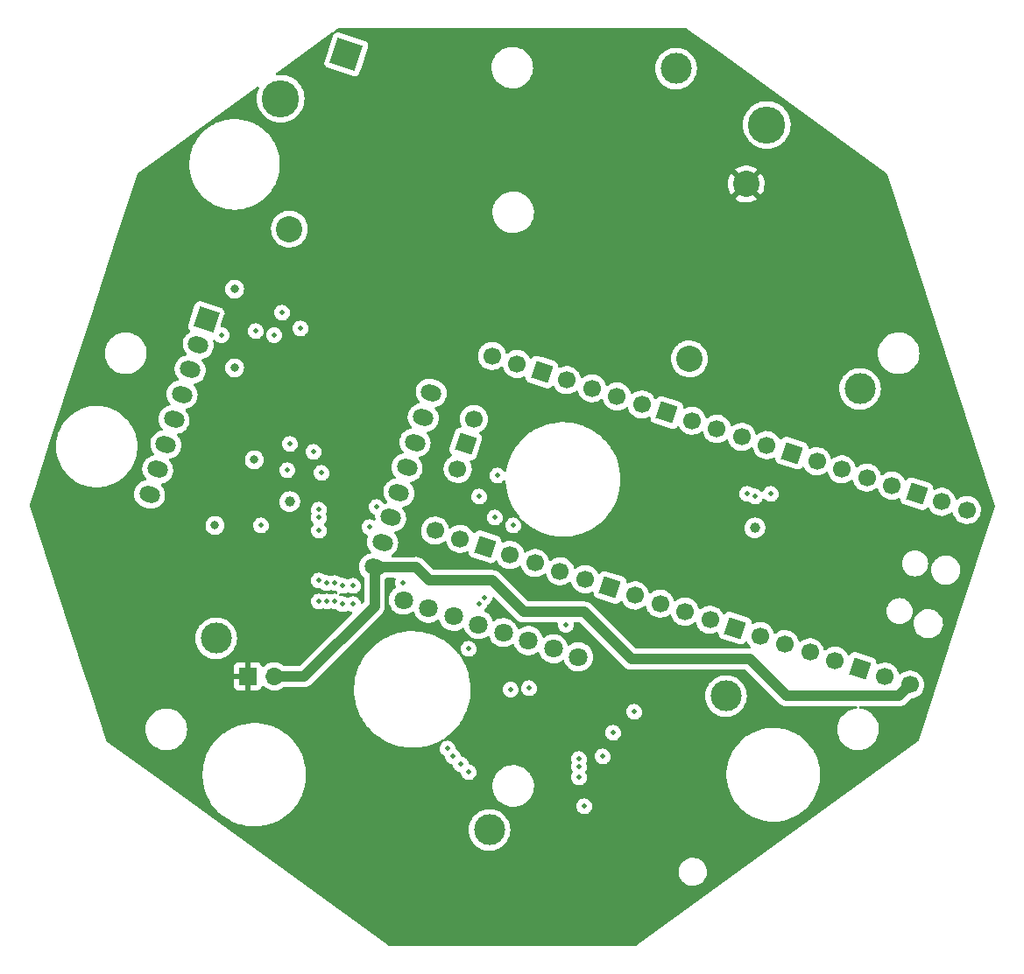
<source format=gbr>
%TF.GenerationSoftware,KiCad,Pcbnew,(6.0.2)*%
%TF.CreationDate,2022-05-01T12:50:51-07:00*%
%TF.ProjectId,controller,636f6e74-726f-46c6-9c65-722e6b696361,rev?*%
%TF.SameCoordinates,Original*%
%TF.FileFunction,Copper,L3,Inr*%
%TF.FilePolarity,Positive*%
%FSLAX46Y46*%
G04 Gerber Fmt 4.6, Leading zero omitted, Abs format (unit mm)*
G04 Created by KiCad (PCBNEW (6.0.2)) date 2022-05-01 12:50:51*
%MOMM*%
%LPD*%
G01*
G04 APERTURE LIST*
G04 Aperture macros list*
%AMHorizOval*
0 Thick line with rounded ends*
0 $1 width*
0 $2 $3 position (X,Y) of the first rounded end (center of the circle)*
0 $4 $5 position (X,Y) of the second rounded end (center of the circle)*
0 Add line between two ends*
20,1,$1,$2,$3,$4,$5,0*
0 Add two circle primitives to create the rounded ends*
1,1,$1,$2,$3*
1,1,$1,$4,$5*%
%AMRotRect*
0 Rectangle, with rotation*
0 The origin of the aperture is its center*
0 $1 length*
0 $2 width*
0 $3 Rotation angle, in degrees counterclockwise*
0 Add horizontal line*
21,1,$1,$2,0,0,$3*%
G04 Aperture macros list end*
%TA.AperFunction,ComponentPad*%
%ADD10HorizOval,1.700000X0.000000X0.000000X0.000000X0.000000X0*%
%TD*%
%TA.AperFunction,ComponentPad*%
%ADD11RotRect,1.700000X1.700000X252.000000*%
%TD*%
%TA.AperFunction,ComponentPad*%
%ADD12RotRect,2.540000X2.540000X342.000000*%
%TD*%
%TA.AperFunction,ComponentPad*%
%ADD13C,2.540000*%
%TD*%
%TA.AperFunction,ComponentPad*%
%ADD14C,3.600000*%
%TD*%
%TA.AperFunction,ComponentPad*%
%ADD15RotRect,2.000000X2.000000X342.000000*%
%TD*%
%TA.AperFunction,ComponentPad*%
%ADD16HorizOval,1.600000X0.190211X-0.061803X-0.190211X0.061803X0*%
%TD*%
%TA.AperFunction,ComponentPad*%
%ADD17C,1.800000*%
%TD*%
%TA.AperFunction,ComponentPad*%
%ADD18R,1.700000X1.700000*%
%TD*%
%TA.AperFunction,ComponentPad*%
%ADD19O,1.700000X1.700000*%
%TD*%
%TA.AperFunction,ViaPad*%
%ADD20C,0.500000*%
%TD*%
%TA.AperFunction,ViaPad*%
%ADD21C,3.000000*%
%TD*%
%TA.AperFunction,ViaPad*%
%ADD22C,1.000000*%
%TD*%
%TA.AperFunction,ViaPad*%
%ADD23C,0.800000*%
%TD*%
%TA.AperFunction,Conductor*%
%ADD24C,1.000000*%
%TD*%
G04 APERTURE END LIST*
D10*
%TO.N,/LED0_PICO*%
%TO.C,U1*%
X197773886Y-86139323D03*
%TO.N,unconnected-(U1-Pad2)*%
X195358202Y-85354419D03*
D11*
%TO.N,GND*%
X192942519Y-84569516D03*
D10*
%TO.N,/LED1_PICO*%
X190526835Y-83784613D03*
%TO.N,/LED2_PICO*%
X188111152Y-82999710D03*
%TO.N,/LED3_PICO*%
X185695468Y-82214807D03*
%TO.N,/LED4_PICO*%
X183279785Y-81429904D03*
D11*
%TO.N,GND*%
X180864101Y-80645000D03*
D10*
%TO.N,unconnected-(U1-Pad9)*%
X178448417Y-79860097D03*
%TO.N,unconnected-(U1-Pad10)*%
X176032734Y-79075194D03*
%TO.N,unconnected-(U1-Pad11)*%
X173617050Y-78290291D03*
%TO.N,unconnected-(U1-Pad12)*%
X171201367Y-77505388D03*
D11*
%TO.N,unconnected-(U1-Pad13)*%
X168785683Y-76720485D03*
D10*
%TO.N,unconnected-(U1-Pad14)*%
X166370000Y-75935581D03*
%TO.N,unconnected-(U1-Pad15)*%
X163954316Y-75150678D03*
%TO.N,unconnected-(U1-Pad16)*%
X161538633Y-74365775D03*
%TO.N,unconnected-(U1-Pad17)*%
X159122949Y-73580872D03*
D11*
%TO.N,GND*%
X156707265Y-72795969D03*
D10*
%TO.N,unconnected-(U1-Pad19)*%
X154291582Y-72011066D03*
%TO.N,unconnected-(U1-Pad20)*%
X151875898Y-71226162D03*
%TO.N,unconnected-(U1-Pad21)*%
X146381576Y-88135947D03*
%TO.N,unconnected-(U1-Pad22)*%
X148797260Y-88920851D03*
D11*
%TO.N,GND*%
X151212943Y-89705754D03*
D10*
%TO.N,unconnected-(U1-Pad24)*%
X153628627Y-90490657D03*
%TO.N,unconnected-(U1-Pad25)*%
X156044310Y-91275560D03*
%TO.N,Net-(R21-Pad2)*%
X158459994Y-92060463D03*
%TO.N,Net-(R20-Pad2)*%
X160875677Y-92845366D03*
D11*
%TO.N,GND*%
X163291361Y-93630270D03*
D10*
%TO.N,/INT*%
X165707045Y-94415173D03*
%TO.N,/PICO_RUN*%
X168122728Y-95200076D03*
%TO.N,unconnected-(U1-Pad31)*%
X170538412Y-95984979D03*
%TO.N,unconnected-(U1-Pad32)*%
X172954095Y-96769882D03*
D11*
%TO.N,unconnected-(U1-Pad33)*%
X175369779Y-97554785D03*
D10*
%TO.N,unconnected-(U1-Pad34)*%
X177785462Y-98339689D03*
%TO.N,unconnected-(U1-Pad35)*%
X180201146Y-99124592D03*
%TO.N,unconnected-(U1-Pad36)*%
X182616829Y-99909495D03*
%TO.N,Net-(R19-Pad2)*%
X185032513Y-100694398D03*
D11*
%TO.N,GND*%
X187448197Y-101479301D03*
D10*
%TO.N,Net-(R19-Pad1)*%
X189863880Y-102264204D03*
%TO.N,+5V*%
X192279564Y-103049108D03*
%TO.N,/SWCLK*%
X150132383Y-77336445D03*
D11*
%TO.N,GND*%
X149347480Y-79752129D03*
D10*
%TO.N,/SWDIO*%
X148562577Y-82167812D03*
%TD*%
D12*
%TO.N,/SW2PSU*%
%TO.C,U3*%
X137795000Y-42051549D03*
D13*
%TO.N,GND*%
X132300678Y-58961334D03*
X170951615Y-71519785D03*
%TO.N,+5VL*%
X176445937Y-54610000D03*
%TD*%
D14*
%TO.N,/SW2PSU*%
%TO.C,J11*%
X131445000Y-46355000D03*
%TD*%
D15*
%TO.N,Net-(R7-Pad2)*%
%TO.C,U2*%
X124273461Y-67728137D03*
D16*
%TO.N,unconnected-(U2-Pad2)*%
X123488558Y-70143821D03*
%TO.N,/LED0_ESP*%
X122703655Y-72559504D03*
%TO.N,/LED3_ESP*%
X121918752Y-74975188D03*
%TO.N,/LED4_ESP*%
X121133848Y-77390871D03*
%TO.N,/PICO_RUN*%
X120348945Y-79806555D03*
%TO.N,/INT*%
X119564042Y-82222238D03*
%TO.N,+3V3*%
X118779139Y-84637922D03*
%TO.N,+5V*%
X140520291Y-91702050D03*
%TO.N,GND*%
X141305194Y-89286367D03*
%TO.N,/LED2_ESP*%
X142090097Y-86870683D03*
%TO.N,/LED1_ESP*%
X142875000Y-84455000D03*
%TO.N,Net-(R16-Pad2)*%
X143659903Y-82039316D03*
%TO.N,Net-(R15-Pad2)*%
X144444807Y-79623633D03*
%TO.N,Net-(R6-Pad2)*%
X145229710Y-77207949D03*
%TO.N,unconnected-(U2-Pad16)*%
X146014613Y-74792265D03*
%TD*%
D17*
%TO.N,+3V3*%
%TO.C,U4*%
X160230798Y-100355611D03*
%TO.N,GND*%
X157815114Y-99570708D03*
%TO.N,/SCL*%
X155399431Y-98785804D03*
%TO.N,/SDA*%
X152983747Y-98000901D03*
%TO.N,unconnected-(U4-Pad5)*%
X150568064Y-97215998D03*
%TO.N,unconnected-(U4-Pad6)*%
X148152380Y-96431095D03*
%TO.N,Net-(R13-Pad1)*%
X145736696Y-95646192D03*
%TO.N,/INT*%
X143321013Y-94861289D03*
%TD*%
D14*
%TO.N,+BATT*%
%TO.C,J10*%
X178435000Y-48895000D03*
%TD*%
D18*
%TO.N,+5VL*%
%TO.C,JP1*%
X128270000Y-102235000D03*
D19*
%TO.N,+5V*%
X130810000Y-102235000D03*
%TD*%
D20*
%TO.N,/SWDIO*%
X152400000Y-82804000D03*
D21*
%TO.N,GND*%
X125222000Y-98552000D03*
D22*
X177292000Y-87884000D03*
D21*
X151638000Y-117094000D03*
X169672000Y-43434000D03*
D22*
X132334000Y-85344000D03*
D21*
X174498000Y-104140000D03*
X187452000Y-74422000D03*
D20*
%TO.N,/LED0*%
X138430000Y-93472000D03*
X138430000Y-95250000D03*
X160782000Y-114808000D03*
%TO.N,/LED1*%
X137414000Y-93472000D03*
X147574000Y-109220000D03*
X137414000Y-95250000D03*
D23*
X127000000Y-64770000D03*
X127000000Y-72390000D03*
D20*
%TO.N,/LED2*%
X136652000Y-94996000D03*
X136652000Y-93218000D03*
X162560000Y-109982000D03*
X148082000Y-109982000D03*
X160274000Y-110236000D03*
%TO.N,/LED3*%
X135890000Y-93218000D03*
X134620000Y-80518000D03*
X160274000Y-110998000D03*
X163576000Y-107696000D03*
X132334000Y-79756000D03*
X148844000Y-110744000D03*
X135890000Y-94996000D03*
%TO.N,/LED4*%
X135128000Y-94996000D03*
D23*
X125095000Y-87630000D03*
D20*
X132080000Y-82296000D03*
D23*
X128905000Y-81280000D03*
D20*
X165608000Y-105664000D03*
X160274000Y-112014000D03*
X149606000Y-111506000D03*
X135382000Y-82550000D03*
X135128000Y-92964000D03*
%TO.N,/LED0_ESP*%
X133350000Y-68580000D03*
X125730000Y-69215000D03*
X130810000Y-69215000D03*
%TO.N,/LED0_PICO*%
X131572000Y-67056000D03*
%TO.N,/LED1_PICO*%
X129032000Y-68834000D03*
%TO.N,/LED2_ESP*%
X135128000Y-86868000D03*
%TO.N,+3V3*%
X149606000Y-99568000D03*
X155448000Y-103378000D03*
%TO.N,/LED2_PICO*%
X140716000Y-85852000D03*
X135128000Y-86106000D03*
X178816000Y-84582000D03*
X150622000Y-84836000D03*
%TO.N,/LED3_ESP*%
X129540000Y-87630000D03*
%TO.N,/LED3_PICO*%
X140028543Y-87809457D03*
X135128000Y-88138000D03*
X152146000Y-86868000D03*
X177292000Y-84836000D03*
%TO.N,/LED4_PICO*%
X176530000Y-84582000D03*
X153924000Y-87630000D03*
%TO.N,Net-(R13-Pad1)*%
X153670000Y-103505000D03*
%TO.N,/INT*%
X159004000Y-97261500D03*
%TO.N,/SDA*%
X151130000Y-94615000D03*
%TO.N,/SCL*%
X150622000Y-95250000D03*
%TO.N,/PICO_RUN*%
X143256000Y-93218000D03*
%TD*%
D24*
%TO.N,+5V*%
X133731000Y-102235000D02*
X140520291Y-95445709D01*
X160782000Y-96012000D02*
X154940000Y-96012000D01*
X192279564Y-103049108D02*
X191214957Y-104113715D01*
X144517950Y-91702050D02*
X140520291Y-91702050D01*
X165354000Y-100584000D02*
X160782000Y-96012000D01*
X180313715Y-104113715D02*
X176784000Y-100584000D01*
X151892000Y-92964000D02*
X145796000Y-92964000D01*
X140520291Y-95445709D02*
X140520291Y-91702050D01*
X130810000Y-102235000D02*
X133731000Y-102235000D01*
X154940000Y-96012000D02*
X151892000Y-92964000D01*
X145796000Y-92964000D02*
X144526000Y-91694000D01*
X176784000Y-100584000D02*
X165354000Y-100584000D01*
X144526000Y-91694000D02*
X144517950Y-91702050D01*
X191214957Y-104113715D02*
X180313715Y-104113715D01*
%TD*%
%TA.AperFunction,Conductor*%
%TO.N,+5VL*%
G36*
X170731840Y-39553173D02*
G01*
X170737783Y-39557237D01*
X173455263Y-41531656D01*
X190025574Y-53571020D01*
X190040097Y-53581572D01*
X190085868Y-53644570D01*
X200463613Y-85583988D01*
X200486147Y-85653340D01*
X200486148Y-85731210D01*
X196793561Y-97096327D01*
X193113545Y-108422750D01*
X193073472Y-108481356D01*
X193067771Y-108485753D01*
X173882869Y-122423808D01*
X165838929Y-128267824D01*
X165764871Y-128291886D01*
X153835726Y-128291942D01*
X141905996Y-128291999D01*
X141837876Y-128271997D01*
X141831947Y-128267943D01*
X131932760Y-121075774D01*
X169918102Y-121075774D01*
X169926751Y-121306158D01*
X169974093Y-121531791D01*
X170058776Y-121746221D01*
X170178377Y-121943317D01*
X170181874Y-121947347D01*
X170268438Y-122047103D01*
X170329477Y-122117445D01*
X170333608Y-122120832D01*
X170503627Y-122260240D01*
X170503633Y-122260244D01*
X170507755Y-122263624D01*
X170512391Y-122266263D01*
X170512394Y-122266265D01*
X170621422Y-122328327D01*
X170708114Y-122377675D01*
X170924825Y-122456337D01*
X170930074Y-122457286D01*
X170930077Y-122457287D01*
X171147608Y-122496623D01*
X171147615Y-122496624D01*
X171151692Y-122497361D01*
X171169414Y-122498197D01*
X171174356Y-122498430D01*
X171174363Y-122498430D01*
X171175844Y-122498500D01*
X171337890Y-122498500D01*
X171404809Y-122492822D01*
X171504409Y-122484371D01*
X171504413Y-122484370D01*
X171509720Y-122483920D01*
X171514875Y-122482582D01*
X171514881Y-122482581D01*
X171727703Y-122427343D01*
X171727707Y-122427342D01*
X171732872Y-122426001D01*
X171737738Y-122423809D01*
X171737741Y-122423808D01*
X171938202Y-122333507D01*
X171943075Y-122331312D01*
X172134319Y-122202559D01*
X172301135Y-122043424D01*
X172438754Y-121858458D01*
X172543240Y-121652949D01*
X172579321Y-121536752D01*
X172610024Y-121437871D01*
X172611607Y-121432773D01*
X172612308Y-121427484D01*
X172641198Y-121209511D01*
X172641198Y-121209506D01*
X172641898Y-121204226D01*
X172633249Y-120973842D01*
X172585907Y-120748209D01*
X172501224Y-120533779D01*
X172381623Y-120336683D01*
X172294755Y-120236576D01*
X172234023Y-120166588D01*
X172234021Y-120166586D01*
X172230523Y-120162555D01*
X172188970Y-120128484D01*
X172056373Y-120019760D01*
X172056367Y-120019756D01*
X172052245Y-120016376D01*
X172047609Y-120013737D01*
X172047606Y-120013735D01*
X171856529Y-119904968D01*
X171851886Y-119902325D01*
X171635175Y-119823663D01*
X171629926Y-119822714D01*
X171629923Y-119822713D01*
X171412392Y-119783377D01*
X171412385Y-119783376D01*
X171408308Y-119782639D01*
X171390586Y-119781803D01*
X171385644Y-119781570D01*
X171385637Y-119781570D01*
X171384156Y-119781500D01*
X171222110Y-119781500D01*
X171155191Y-119787178D01*
X171055591Y-119795629D01*
X171055587Y-119795630D01*
X171050280Y-119796080D01*
X171045125Y-119797418D01*
X171045119Y-119797419D01*
X170832297Y-119852657D01*
X170832293Y-119852658D01*
X170827128Y-119853999D01*
X170822262Y-119856191D01*
X170822259Y-119856192D01*
X170713980Y-119904968D01*
X170616925Y-119948688D01*
X170425681Y-120077441D01*
X170258865Y-120236576D01*
X170121246Y-120421542D01*
X170016760Y-120627051D01*
X170015178Y-120632145D01*
X170015177Y-120632148D01*
X169953115Y-120832020D01*
X169948393Y-120847227D01*
X169947692Y-120852516D01*
X169932304Y-120968623D01*
X169918102Y-121075774D01*
X131932760Y-121075774D01*
X126423292Y-117072918D01*
X149624917Y-117072918D01*
X149640682Y-117346320D01*
X149641507Y-117350525D01*
X149641508Y-117350533D01*
X149652127Y-117404657D01*
X149693405Y-117615053D01*
X149694792Y-117619103D01*
X149694793Y-117619108D01*
X149715605Y-117679895D01*
X149782112Y-117874144D01*
X149905160Y-118118799D01*
X149907586Y-118122328D01*
X149907589Y-118122334D01*
X150057843Y-118340953D01*
X150060274Y-118344490D01*
X150244582Y-118547043D01*
X150454675Y-118722707D01*
X150458316Y-118724991D01*
X150683024Y-118865951D01*
X150683028Y-118865953D01*
X150686664Y-118868234D01*
X150754544Y-118898883D01*
X150932345Y-118979164D01*
X150932349Y-118979166D01*
X150936257Y-118980930D01*
X150940377Y-118982150D01*
X150940376Y-118982150D01*
X151194723Y-119057491D01*
X151194727Y-119057492D01*
X151198836Y-119058709D01*
X151203070Y-119059357D01*
X151203075Y-119059358D01*
X151465298Y-119099483D01*
X151465300Y-119099483D01*
X151469540Y-119100132D01*
X151608912Y-119102322D01*
X151739071Y-119104367D01*
X151739077Y-119104367D01*
X151743362Y-119104434D01*
X152015235Y-119071534D01*
X152280127Y-119002041D01*
X152284087Y-119000401D01*
X152284092Y-119000399D01*
X152406632Y-118949641D01*
X152533136Y-118897241D01*
X152769582Y-118759073D01*
X152985089Y-118590094D01*
X153026809Y-118547043D01*
X153172686Y-118396509D01*
X153175669Y-118393431D01*
X153178202Y-118389983D01*
X153178206Y-118389978D01*
X153335257Y-118176178D01*
X153337795Y-118172723D01*
X153365154Y-118122334D01*
X153466418Y-117935830D01*
X153466419Y-117935828D01*
X153468468Y-117932054D01*
X153565269Y-117675877D01*
X153626407Y-117408933D01*
X153650751Y-117136161D01*
X153651193Y-117094000D01*
X153632567Y-116820778D01*
X153577032Y-116552612D01*
X153485617Y-116294465D01*
X153360013Y-116051112D01*
X153350040Y-116036921D01*
X153213731Y-115842973D01*
X153202545Y-115827057D01*
X153067407Y-115681631D01*
X153019046Y-115629588D01*
X153019043Y-115629585D01*
X153016125Y-115626445D01*
X153012810Y-115623731D01*
X153012806Y-115623728D01*
X152807523Y-115455706D01*
X152804205Y-115452990D01*
X152570704Y-115309901D01*
X152556118Y-115303498D01*
X152323873Y-115201549D01*
X152323869Y-115201548D01*
X152319945Y-115199825D01*
X152056566Y-115124800D01*
X152052324Y-115124196D01*
X152052318Y-115124195D01*
X151851834Y-115095662D01*
X151785443Y-115086213D01*
X151641589Y-115085460D01*
X151515877Y-115084802D01*
X151515871Y-115084802D01*
X151511591Y-115084780D01*
X151507347Y-115085339D01*
X151507343Y-115085339D01*
X151423365Y-115096395D01*
X151240078Y-115120525D01*
X151235938Y-115121658D01*
X151235936Y-115121658D01*
X151214691Y-115127470D01*
X150975928Y-115192788D01*
X150971980Y-115194472D01*
X150727982Y-115298546D01*
X150727978Y-115298548D01*
X150724030Y-115300232D01*
X150704125Y-115312145D01*
X150492725Y-115438664D01*
X150492721Y-115438667D01*
X150489043Y-115440868D01*
X150275318Y-115612094D01*
X150086808Y-115810742D01*
X149927002Y-116033136D01*
X149798857Y-116275161D01*
X149797385Y-116279184D01*
X149797383Y-116279188D01*
X149738467Y-116440182D01*
X149704743Y-116532337D01*
X149646404Y-116799907D01*
X149624917Y-117072918D01*
X126423292Y-117072918D01*
X118930413Y-111629032D01*
X123903548Y-111629032D01*
X123904930Y-111704401D01*
X123911707Y-112074151D01*
X123912005Y-112076920D01*
X123912006Y-112076930D01*
X123932716Y-112269132D01*
X123959401Y-112516783D01*
X124046254Y-112953422D01*
X124171578Y-113380613D01*
X124172605Y-113383226D01*
X124172605Y-113383227D01*
X124316527Y-113749531D01*
X124334380Y-113794971D01*
X124419780Y-113965882D01*
X124528650Y-114183764D01*
X124533373Y-114193217D01*
X124766979Y-114572196D01*
X125033349Y-114928910D01*
X125330375Y-115260532D01*
X125332412Y-115262435D01*
X125332419Y-115262442D01*
X125523424Y-115440868D01*
X125655704Y-115564437D01*
X125657901Y-115566150D01*
X125657904Y-115566153D01*
X125695453Y-115595437D01*
X126006760Y-115838220D01*
X126380765Y-116079711D01*
X126383247Y-116081017D01*
X126383249Y-116081018D01*
X126772256Y-116285685D01*
X126772262Y-116285688D01*
X126774756Y-116287000D01*
X126777354Y-116288084D01*
X126777358Y-116288086D01*
X127183030Y-116457366D01*
X127183035Y-116457368D01*
X127185614Y-116458444D01*
X127188280Y-116459287D01*
X127188285Y-116459289D01*
X127406550Y-116528317D01*
X127610085Y-116592687D01*
X127612815Y-116593290D01*
X127612816Y-116593290D01*
X128004539Y-116679774D01*
X128044810Y-116688665D01*
X128047584Y-116689023D01*
X128047585Y-116689023D01*
X128483576Y-116745262D01*
X128483583Y-116745263D01*
X128486346Y-116745619D01*
X128489133Y-116745729D01*
X128489139Y-116745729D01*
X128747169Y-116755867D01*
X128931196Y-116763097D01*
X128933988Y-116762958D01*
X128933993Y-116762958D01*
X129373036Y-116741102D01*
X129373045Y-116741101D01*
X129375840Y-116740962D01*
X129378617Y-116740574D01*
X129378619Y-116740574D01*
X129455629Y-116729819D01*
X129816755Y-116679388D01*
X129819465Y-116678760D01*
X129819475Y-116678758D01*
X130073240Y-116619938D01*
X130250451Y-116578862D01*
X130472768Y-116505983D01*
X130670840Y-116441052D01*
X130670846Y-116441050D01*
X130673493Y-116440182D01*
X131003252Y-116298506D01*
X131079959Y-116265550D01*
X131079961Y-116265549D01*
X131082533Y-116264444D01*
X131474332Y-116053041D01*
X131845787Y-115807646D01*
X132193957Y-115530203D01*
X132516086Y-115222907D01*
X132517923Y-115220813D01*
X132517931Y-115220804D01*
X132740775Y-114966699D01*
X132809623Y-114888193D01*
X132999330Y-114628516D01*
X133070585Y-114530980D01*
X133070588Y-114530975D01*
X133072243Y-114528710D01*
X133190980Y-114331489D01*
X133300417Y-114149715D01*
X133300422Y-114149706D01*
X133301868Y-114147304D01*
X133454998Y-113832645D01*
X133495446Y-113749531D01*
X133495447Y-113749528D01*
X133496679Y-113746997D01*
X133655133Y-113330956D01*
X133775977Y-112902477D01*
X133799668Y-112776494D01*
X133800939Y-112769733D01*
X151917822Y-112769733D01*
X151917975Y-112774121D01*
X151917975Y-112774127D01*
X151922552Y-112905170D01*
X151927625Y-113050458D01*
X151928387Y-113054781D01*
X151928388Y-113054788D01*
X151951678Y-113186870D01*
X151976402Y-113327087D01*
X152063203Y-113594235D01*
X152186340Y-113846702D01*
X152188795Y-113850341D01*
X152188798Y-113850347D01*
X152212982Y-113886201D01*
X152343415Y-114079576D01*
X152346360Y-114082847D01*
X152346361Y-114082848D01*
X152437226Y-114183764D01*
X152531371Y-114288322D01*
X152534733Y-114291143D01*
X152534734Y-114291144D01*
X152575765Y-114325573D01*
X152746550Y-114468879D01*
X152984764Y-114617731D01*
X153241375Y-114731982D01*
X153245603Y-114733194D01*
X153245602Y-114733194D01*
X153492750Y-114804062D01*
X153511390Y-114809407D01*
X153515740Y-114810018D01*
X153515743Y-114810019D01*
X153618690Y-114824487D01*
X153789552Y-114848500D01*
X154000146Y-114848500D01*
X154002332Y-114848347D01*
X154002336Y-114848347D01*
X154205827Y-114834118D01*
X154205832Y-114834117D01*
X154210212Y-114833811D01*
X154381779Y-114797343D01*
X160018775Y-114797343D01*
X160035381Y-114966699D01*
X160089094Y-115128167D01*
X160092741Y-115134189D01*
X160092742Y-115134191D01*
X160154453Y-115236087D01*
X160177246Y-115273723D01*
X160295455Y-115396132D01*
X160437846Y-115489310D01*
X160444450Y-115491766D01*
X160444452Y-115491767D01*
X160480844Y-115505301D01*
X160597341Y-115548626D01*
X160766015Y-115571132D01*
X160773026Y-115570494D01*
X160773030Y-115570494D01*
X160928462Y-115556348D01*
X160935483Y-115555709D01*
X160942185Y-115553531D01*
X160942187Y-115553531D01*
X161090623Y-115505301D01*
X161090626Y-115505300D01*
X161097322Y-115503124D01*
X161243490Y-115415990D01*
X161248584Y-115411139D01*
X161248588Y-115411136D01*
X161315833Y-115347099D01*
X161366721Y-115298639D01*
X161460891Y-115156902D01*
X161521319Y-114997825D01*
X161545001Y-114829313D01*
X161545299Y-114808000D01*
X161526331Y-114638892D01*
X161470368Y-114478189D01*
X161464551Y-114468879D01*
X161410485Y-114382358D01*
X161380192Y-114333879D01*
X161260286Y-114213132D01*
X161244039Y-114202821D01*
X161160357Y-114149715D01*
X161116608Y-114121951D01*
X160956300Y-114064868D01*
X160787329Y-114044720D01*
X160780326Y-114045456D01*
X160780325Y-114045456D01*
X160625101Y-114061770D01*
X160625097Y-114061771D01*
X160618093Y-114062507D01*
X160611422Y-114064778D01*
X160463673Y-114115075D01*
X160463670Y-114115076D01*
X160457003Y-114117346D01*
X160451005Y-114121036D01*
X160451003Y-114121037D01*
X160318065Y-114202821D01*
X160318063Y-114202823D01*
X160312066Y-114206512D01*
X160190486Y-114325573D01*
X160186675Y-114331487D01*
X160186673Y-114331489D01*
X160102121Y-114462687D01*
X160098304Y-114468610D01*
X160040103Y-114628516D01*
X160018775Y-114797343D01*
X154381779Y-114797343D01*
X154484970Y-114775409D01*
X154489099Y-114773906D01*
X154489103Y-114773905D01*
X154744781Y-114680846D01*
X154744785Y-114680844D01*
X154748926Y-114679337D01*
X154996942Y-114547464D01*
X155000503Y-114544877D01*
X155220629Y-114384947D01*
X155220632Y-114384944D01*
X155224192Y-114382358D01*
X155274394Y-114333879D01*
X155324947Y-114285060D01*
X155426252Y-114187231D01*
X155599188Y-113965882D01*
X155601384Y-113962078D01*
X155601389Y-113962071D01*
X155737435Y-113726431D01*
X155739636Y-113722619D01*
X155844862Y-113462176D01*
X155865198Y-113380613D01*
X155911753Y-113193893D01*
X155911754Y-113193888D01*
X155912817Y-113189624D01*
X155918865Y-113132088D01*
X155941719Y-112914636D01*
X155941719Y-112914633D01*
X155942178Y-112910267D01*
X155941906Y-112902477D01*
X155932529Y-112633939D01*
X155932528Y-112633933D01*
X155932375Y-112629542D01*
X155931044Y-112621990D01*
X155900630Y-112449506D01*
X155883598Y-112352913D01*
X155796797Y-112085765D01*
X155791133Y-112074151D01*
X155756597Y-112003343D01*
X159510775Y-112003343D01*
X159527381Y-112172699D01*
X159581094Y-112334167D01*
X159584741Y-112340189D01*
X159584742Y-112340191D01*
X159658611Y-112462162D01*
X159669246Y-112479723D01*
X159787455Y-112602132D01*
X159793351Y-112605990D01*
X159892188Y-112670667D01*
X159929846Y-112695310D01*
X159936450Y-112697766D01*
X159936452Y-112697767D01*
X159972844Y-112711301D01*
X160089341Y-112754626D01*
X160258015Y-112777132D01*
X160265026Y-112776494D01*
X160265030Y-112776494D01*
X160420462Y-112762348D01*
X160427483Y-112761709D01*
X160434185Y-112759531D01*
X160434187Y-112759531D01*
X160582623Y-112711301D01*
X160582626Y-112711300D01*
X160589322Y-112709124D01*
X160735490Y-112621990D01*
X160740584Y-112617139D01*
X160740588Y-112617136D01*
X160807833Y-112553099D01*
X160858721Y-112504639D01*
X160868198Y-112490376D01*
X160948990Y-112368773D01*
X160952891Y-112362902D01*
X161013319Y-112203825D01*
X161037001Y-112035313D01*
X161037158Y-112024062D01*
X161037244Y-112017961D01*
X161037244Y-112017955D01*
X161037299Y-112014000D01*
X161026538Y-111918057D01*
X174543834Y-111918057D01*
X174544063Y-111920902D01*
X174544063Y-111920905D01*
X174551260Y-112010355D01*
X174576787Y-112327625D01*
X174646725Y-112732520D01*
X174647462Y-112735269D01*
X174647464Y-112735280D01*
X174705177Y-112950666D01*
X174753071Y-113129411D01*
X174894951Y-113515029D01*
X174896176Y-113517609D01*
X174896179Y-113517616D01*
X175050565Y-113842750D01*
X175071197Y-113886201D01*
X175183399Y-114075925D01*
X175267498Y-114218129D01*
X175280357Y-114239873D01*
X175282019Y-114242177D01*
X175282020Y-114242179D01*
X175317335Y-114291144D01*
X175520711Y-114573132D01*
X175659851Y-114733194D01*
X175746523Y-114832898D01*
X175790280Y-114883235D01*
X175792337Y-114885208D01*
X175792345Y-114885216D01*
X175995351Y-115079892D01*
X176086845Y-115167631D01*
X176089063Y-115169401D01*
X176089068Y-115169406D01*
X176358672Y-115384627D01*
X176407965Y-115423977D01*
X176750996Y-115650165D01*
X177113116Y-115844332D01*
X177491343Y-116004880D01*
X177882565Y-116130487D01*
X178283560Y-116220120D01*
X178691029Y-116273041D01*
X179101618Y-116288815D01*
X179104480Y-116288665D01*
X179104481Y-116288665D01*
X179509089Y-116267460D01*
X179509095Y-116267459D01*
X179511946Y-116267310D01*
X179514765Y-116266904D01*
X179514773Y-116266903D01*
X179915814Y-116209112D01*
X179915821Y-116209111D01*
X179918636Y-116208705D01*
X180318341Y-116113482D01*
X180321039Y-116112574D01*
X180321046Y-116112572D01*
X180705059Y-115983338D01*
X180705065Y-115983336D01*
X180707771Y-115982425D01*
X181083719Y-115816611D01*
X181094307Y-115810742D01*
X181440591Y-115618794D01*
X181440593Y-115618793D01*
X181443093Y-115617407D01*
X181639417Y-115483986D01*
X181780560Y-115388065D01*
X181780565Y-115388062D01*
X181782933Y-115386452D01*
X181785155Y-115384627D01*
X182098223Y-115127470D01*
X182098227Y-115127467D01*
X182100442Y-115125647D01*
X182393008Y-114837139D01*
X182430694Y-114792543D01*
X182656374Y-114525487D01*
X182656379Y-114525481D01*
X182658220Y-114523302D01*
X182893898Y-114186719D01*
X182895591Y-114183764D01*
X183096678Y-113832645D01*
X183098100Y-113830162D01*
X183269146Y-113456565D01*
X183405628Y-113069003D01*
X183418798Y-113016955D01*
X183505720Y-112673446D01*
X183505721Y-112673442D01*
X183506423Y-112670667D01*
X183510927Y-112642234D01*
X183536665Y-112479723D01*
X183570700Y-112264834D01*
X183597932Y-111854847D01*
X183598925Y-111760000D01*
X183580286Y-111349532D01*
X183579514Y-111343891D01*
X183532496Y-111000663D01*
X183524521Y-110942442D01*
X183515783Y-110904591D01*
X183432735Y-110544871D01*
X183432734Y-110544869D01*
X183432091Y-110542082D01*
X183381330Y-110387690D01*
X183304650Y-110154469D01*
X183304650Y-110154468D01*
X183303755Y-110151747D01*
X183302624Y-110149132D01*
X183302620Y-110149123D01*
X183202569Y-109917920D01*
X183140571Y-109774650D01*
X183009083Y-109533484D01*
X182945251Y-109416407D01*
X182945247Y-109416400D01*
X182943881Y-109413895D01*
X182806946Y-109209343D01*
X182716897Y-109074829D01*
X182716893Y-109074823D01*
X182715304Y-109072450D01*
X182676625Y-109024685D01*
X182514188Y-108824094D01*
X182456721Y-108753128D01*
X182454740Y-108751091D01*
X182454733Y-108751083D01*
X182172253Y-108460602D01*
X182172249Y-108460598D01*
X182170263Y-108458556D01*
X182168105Y-108456706D01*
X182168095Y-108456697D01*
X181860459Y-108193021D01*
X181860454Y-108193017D01*
X181858285Y-108191158D01*
X181855954Y-108189501D01*
X181855947Y-108189496D01*
X181525692Y-107954797D01*
X181525690Y-107954796D01*
X181523356Y-107953137D01*
X181452609Y-107911961D01*
X181170689Y-107747879D01*
X181170682Y-107747875D01*
X181168233Y-107746450D01*
X181052226Y-107692355D01*
X180798435Y-107574010D01*
X180798425Y-107574006D01*
X180795839Y-107572800D01*
X180742662Y-107553655D01*
X180411930Y-107434584D01*
X180411921Y-107434581D01*
X180409240Y-107433616D01*
X180139031Y-107363232D01*
X180014385Y-107330764D01*
X180014379Y-107330763D01*
X180011616Y-107330043D01*
X179606243Y-107262934D01*
X179603400Y-107262725D01*
X179603398Y-107262725D01*
X179199301Y-107233050D01*
X179196455Y-107232841D01*
X179026417Y-107235809D01*
X178788477Y-107239962D01*
X178788472Y-107239962D01*
X178785626Y-107240012D01*
X178782793Y-107240320D01*
X178782789Y-107240320D01*
X178453886Y-107276051D01*
X178377139Y-107284388D01*
X177974354Y-107365603D01*
X177971621Y-107366418D01*
X177971616Y-107366419D01*
X177811124Y-107414264D01*
X177580588Y-107482990D01*
X177577927Y-107484054D01*
X177577925Y-107484055D01*
X177210412Y-107631050D01*
X177199081Y-107635582D01*
X177115146Y-107678349D01*
X176835517Y-107820827D01*
X176835512Y-107820830D01*
X176832974Y-107822123D01*
X176830555Y-107823646D01*
X176830552Y-107823648D01*
X176690323Y-107911955D01*
X176485281Y-108041077D01*
X176158863Y-108290642D01*
X175856407Y-108568765D01*
X175580403Y-108873155D01*
X175578679Y-108875442D01*
X175578678Y-108875444D01*
X175560964Y-108898952D01*
X175333123Y-109201307D01*
X175331624Y-109203725D01*
X175331621Y-109203729D01*
X175272098Y-109299730D01*
X175116601Y-109550520D01*
X175115318Y-109553082D01*
X175115313Y-109553091D01*
X174985667Y-109811990D01*
X174932621Y-109917920D01*
X174931580Y-109920576D01*
X174931577Y-109920583D01*
X174792348Y-110275854D01*
X174782696Y-110300483D01*
X174781904Y-110303210D01*
X174781900Y-110303221D01*
X174672640Y-110679301D01*
X174668062Y-110695059D01*
X174589660Y-111098401D01*
X174548137Y-111507189D01*
X174545489Y-111760000D01*
X174543834Y-111918057D01*
X161026538Y-111918057D01*
X161018331Y-111844892D01*
X160962368Y-111684189D01*
X160956383Y-111674610D01*
X160892193Y-111571887D01*
X160873057Y-111503518D01*
X160894098Y-111435393D01*
X160952891Y-111346902D01*
X161013319Y-111187825D01*
X161037001Y-111019313D01*
X161037299Y-110998000D01*
X161018331Y-110828892D01*
X161015218Y-110819951D01*
X160971725Y-110695059D01*
X160962368Y-110668189D01*
X160961983Y-110667572D01*
X160950989Y-110599964D01*
X160958227Y-110570854D01*
X160958502Y-110570132D01*
X161013319Y-110425825D01*
X161037001Y-110257313D01*
X161037299Y-110236000D01*
X161018331Y-110066892D01*
X161015218Y-110057951D01*
X160985057Y-109971343D01*
X161796775Y-109971343D01*
X161813381Y-110140699D01*
X161815605Y-110147384D01*
X161815605Y-110147385D01*
X161817962Y-110154469D01*
X161867094Y-110302167D01*
X161870741Y-110308189D01*
X161870742Y-110308191D01*
X161948837Y-110437140D01*
X161955246Y-110447723D01*
X162073455Y-110570132D01*
X162079351Y-110573990D01*
X162208664Y-110658610D01*
X162215846Y-110663310D01*
X162222450Y-110665766D01*
X162222452Y-110665767D01*
X162258844Y-110679301D01*
X162375341Y-110722626D01*
X162544015Y-110745132D01*
X162551026Y-110744494D01*
X162551030Y-110744494D01*
X162706462Y-110730348D01*
X162713483Y-110729709D01*
X162720185Y-110727531D01*
X162720187Y-110727531D01*
X162868623Y-110679301D01*
X162868626Y-110679300D01*
X162875322Y-110677124D01*
X163021490Y-110589990D01*
X163026584Y-110585139D01*
X163026588Y-110585136D01*
X163093833Y-110521099D01*
X163144721Y-110472639D01*
X163164728Y-110442527D01*
X163234990Y-110336773D01*
X163238891Y-110330902D01*
X163299319Y-110171825D01*
X163323001Y-110003313D01*
X163323299Y-109982000D01*
X163304331Y-109812892D01*
X163291928Y-109777274D01*
X163250686Y-109658846D01*
X163248368Y-109652189D01*
X163244582Y-109646129D01*
X163184837Y-109550520D01*
X163158192Y-109507879D01*
X163142458Y-109492034D01*
X163067357Y-109416407D01*
X163038286Y-109387132D01*
X163027499Y-109380286D01*
X162963150Y-109339449D01*
X162894608Y-109295951D01*
X162734300Y-109238868D01*
X162565329Y-109218720D01*
X162558326Y-109219456D01*
X162558325Y-109219456D01*
X162403101Y-109235770D01*
X162403097Y-109235771D01*
X162396093Y-109236507D01*
X162389422Y-109238778D01*
X162241673Y-109289075D01*
X162241670Y-109289076D01*
X162235003Y-109291346D01*
X162229005Y-109295036D01*
X162229003Y-109295037D01*
X162096065Y-109376821D01*
X162096063Y-109376823D01*
X162090066Y-109380512D01*
X162085033Y-109385441D01*
X161976185Y-109492034D01*
X161968486Y-109499573D01*
X161964675Y-109505487D01*
X161964673Y-109505489D01*
X161881523Y-109634512D01*
X161876304Y-109642610D01*
X161818103Y-109802516D01*
X161796775Y-109971343D01*
X160985057Y-109971343D01*
X160962368Y-109906189D01*
X160956383Y-109896610D01*
X160908442Y-109819891D01*
X160872192Y-109761879D01*
X160752286Y-109641132D01*
X160736039Y-109630821D01*
X160618650Y-109556324D01*
X160608608Y-109549951D01*
X160448300Y-109492868D01*
X160279329Y-109472720D01*
X160272326Y-109473456D01*
X160272325Y-109473456D01*
X160117101Y-109489770D01*
X160117097Y-109489771D01*
X160110093Y-109490507D01*
X160103422Y-109492778D01*
X159955673Y-109543075D01*
X159955670Y-109543076D01*
X159949003Y-109545346D01*
X159943005Y-109549036D01*
X159943003Y-109549037D01*
X159810065Y-109630821D01*
X159810063Y-109630823D01*
X159804066Y-109634512D01*
X159682486Y-109753573D01*
X159678675Y-109759487D01*
X159678673Y-109759489D01*
X159625759Y-109841595D01*
X159590304Y-109896610D01*
X159559533Y-109981154D01*
X159546837Y-110016036D01*
X159532103Y-110056516D01*
X159510775Y-110225343D01*
X159527381Y-110394699D01*
X159581094Y-110556167D01*
X159584743Y-110562193D01*
X159585700Y-110564263D01*
X159596117Y-110634491D01*
X159589723Y-110660207D01*
X159532103Y-110818516D01*
X159510775Y-110987343D01*
X159527381Y-111156699D01*
X159581094Y-111318167D01*
X159656058Y-111441948D01*
X159674237Y-111510576D01*
X159654193Y-111575473D01*
X159621488Y-111626222D01*
X159590304Y-111674610D01*
X159532103Y-111834516D01*
X159510775Y-112003343D01*
X155756597Y-112003343D01*
X155692140Y-111871188D01*
X155673660Y-111833298D01*
X155671205Y-111829659D01*
X155671202Y-111829653D01*
X155585378Y-111702414D01*
X155516585Y-111600424D01*
X155450756Y-111527313D01*
X155331566Y-111394940D01*
X155328629Y-111391678D01*
X155113450Y-111211121D01*
X154875236Y-111062269D01*
X154618625Y-110948018D01*
X154348610Y-110870593D01*
X154344260Y-110869982D01*
X154344257Y-110869981D01*
X154241310Y-110855513D01*
X154070448Y-110831500D01*
X153859854Y-110831500D01*
X153857668Y-110831653D01*
X153857664Y-110831653D01*
X153654173Y-110845882D01*
X153654168Y-110845883D01*
X153649788Y-110846189D01*
X153375030Y-110904591D01*
X153370901Y-110906094D01*
X153370897Y-110906095D01*
X153115219Y-110999154D01*
X153115215Y-110999156D01*
X153111074Y-111000663D01*
X152863058Y-111132536D01*
X152859499Y-111135122D01*
X152859497Y-111135123D01*
X152749849Y-111214787D01*
X152635808Y-111297642D01*
X152632644Y-111300698D01*
X152632641Y-111300700D01*
X152596097Y-111335990D01*
X152433748Y-111492769D01*
X152260812Y-111714118D01*
X152258616Y-111717922D01*
X152258611Y-111717929D01*
X152144794Y-111915067D01*
X152120364Y-111957381D01*
X152015138Y-112217824D01*
X152014073Y-112222097D01*
X152014072Y-112222099D01*
X151950057Y-112478850D01*
X151947183Y-112490376D01*
X151946724Y-112494744D01*
X151946723Y-112494749D01*
X151921733Y-112732520D01*
X151917822Y-112769733D01*
X133800939Y-112769733D01*
X133857737Y-112467699D01*
X133857739Y-112467687D01*
X133858253Y-112464952D01*
X133879377Y-112247558D01*
X133901094Y-112024062D01*
X133901095Y-112024050D01*
X133901309Y-112021845D01*
X133904102Y-111915200D01*
X133908108Y-111762233D01*
X133908108Y-111762220D01*
X133908166Y-111760000D01*
X133888359Y-111315247D01*
X133885995Y-111297642D01*
X133854692Y-111064596D01*
X133829094Y-110874016D01*
X133828320Y-110870593D01*
X133731458Y-110442527D01*
X133730841Y-110439799D01*
X133720670Y-110408213D01*
X133646667Y-110178414D01*
X133594377Y-110016036D01*
X133590646Y-110007223D01*
X133421878Y-109608665D01*
X133421876Y-109608660D01*
X133420784Y-109606082D01*
X133392890Y-109553730D01*
X133285475Y-109352137D01*
X133211435Y-109213181D01*
X133208928Y-109209343D01*
X146810775Y-109209343D01*
X146827381Y-109378699D01*
X146829605Y-109385384D01*
X146829605Y-109385385D01*
X146838298Y-109411516D01*
X146881094Y-109540167D01*
X146884741Y-109546189D01*
X146884742Y-109546191D01*
X146952969Y-109658846D01*
X146969246Y-109685723D01*
X147087455Y-109808132D01*
X147229846Y-109901310D01*
X147236454Y-109903767D01*
X147236455Y-109903768D01*
X147241216Y-109905539D01*
X147298093Y-109948030D01*
X147322697Y-110011341D01*
X147335381Y-110140699D01*
X147337605Y-110147384D01*
X147337605Y-110147385D01*
X147339962Y-110154469D01*
X147389094Y-110302167D01*
X147392741Y-110308189D01*
X147392742Y-110308191D01*
X147470837Y-110437140D01*
X147477246Y-110447723D01*
X147595455Y-110570132D01*
X147601351Y-110573990D01*
X147730664Y-110658610D01*
X147737846Y-110663310D01*
X147744450Y-110665766D01*
X147744452Y-110665767D01*
X147780844Y-110679301D01*
X147897341Y-110722626D01*
X147904324Y-110723558D01*
X147904325Y-110723558D01*
X147983153Y-110734076D01*
X148048030Y-110762912D01*
X148087018Y-110822245D01*
X148091887Y-110846672D01*
X148097381Y-110902699D01*
X148099605Y-110909384D01*
X148099605Y-110909385D01*
X148113051Y-110949805D01*
X148151094Y-111064167D01*
X148154741Y-111070189D01*
X148154742Y-111070191D01*
X148229975Y-111194414D01*
X148239246Y-111209723D01*
X148357455Y-111332132D01*
X148499846Y-111425310D01*
X148506450Y-111427766D01*
X148506452Y-111427767D01*
X148579594Y-111454968D01*
X148659341Y-111484626D01*
X148666324Y-111485558D01*
X148666325Y-111485558D01*
X148745153Y-111496076D01*
X148810030Y-111524912D01*
X148849018Y-111584245D01*
X148853887Y-111608672D01*
X148859381Y-111664699D01*
X148913094Y-111826167D01*
X148916741Y-111832189D01*
X148916742Y-111832191D01*
X148990252Y-111953569D01*
X149001246Y-111971723D01*
X149119455Y-112094132D01*
X149261846Y-112187310D01*
X149268450Y-112189766D01*
X149268452Y-112189767D01*
X149304844Y-112203301D01*
X149421341Y-112246626D01*
X149590015Y-112269132D01*
X149597026Y-112268494D01*
X149597030Y-112268494D01*
X149752462Y-112254348D01*
X149759483Y-112253709D01*
X149766185Y-112251531D01*
X149766187Y-112251531D01*
X149914623Y-112203301D01*
X149914626Y-112203300D01*
X149921322Y-112201124D01*
X150067490Y-112113990D01*
X150072584Y-112109139D01*
X150072588Y-112109136D01*
X150166583Y-112019625D01*
X150190721Y-111996639D01*
X150284891Y-111854902D01*
X150345319Y-111695825D01*
X150369001Y-111527313D01*
X150369235Y-111510576D01*
X150369244Y-111509961D01*
X150369244Y-111509955D01*
X150369299Y-111506000D01*
X150350331Y-111336892D01*
X150342794Y-111315247D01*
X150306046Y-111209723D01*
X150294368Y-111176189D01*
X150277810Y-111149690D01*
X150223182Y-111062269D01*
X150204192Y-111031879D01*
X150173194Y-111000663D01*
X150120915Y-110948018D01*
X150084286Y-110911132D01*
X150072541Y-110903678D01*
X150020407Y-110870593D01*
X149940608Y-110819951D01*
X149780300Y-110762868D01*
X149706264Y-110754040D01*
X149640990Y-110726113D01*
X149601177Y-110667330D01*
X149595967Y-110642971D01*
X149589116Y-110581890D01*
X149589116Y-110581889D01*
X149588331Y-110574892D01*
X149532368Y-110414189D01*
X149515810Y-110387690D01*
X149504420Y-110369464D01*
X149442192Y-110269879D01*
X149415033Y-110242529D01*
X149344821Y-110171825D01*
X149322286Y-110149132D01*
X149297954Y-110133690D01*
X149203725Y-110073891D01*
X149178608Y-110057951D01*
X149018300Y-110000868D01*
X148944264Y-109992040D01*
X148878990Y-109964113D01*
X148839177Y-109905330D01*
X148833967Y-109880971D01*
X148827116Y-109819890D01*
X148827116Y-109819889D01*
X148826331Y-109812892D01*
X148813928Y-109777274D01*
X148772686Y-109658846D01*
X148770368Y-109652189D01*
X148766582Y-109646129D01*
X148706837Y-109550520D01*
X148680192Y-109507879D01*
X148664458Y-109492034D01*
X148589357Y-109416407D01*
X148560286Y-109387132D01*
X148549499Y-109380286D01*
X148422561Y-109299729D01*
X148422562Y-109299729D01*
X148416608Y-109295951D01*
X148409969Y-109293587D01*
X148404081Y-109290715D01*
X148351624Y-109242873D01*
X148334104Y-109191513D01*
X148319116Y-109057891D01*
X148318331Y-109050892D01*
X148306107Y-109015788D01*
X148284609Y-108954056D01*
X148262368Y-108890189D01*
X148256383Y-108880610D01*
X148184607Y-108765747D01*
X148172192Y-108745879D01*
X148052286Y-108625132D01*
X148046127Y-108621223D01*
X147952439Y-108561767D01*
X147908608Y-108533951D01*
X147748300Y-108476868D01*
X147579329Y-108456720D01*
X147572326Y-108457456D01*
X147572325Y-108457456D01*
X147417101Y-108473770D01*
X147417097Y-108473771D01*
X147410093Y-108474507D01*
X147403422Y-108476778D01*
X147255673Y-108527075D01*
X147255670Y-108527076D01*
X147249003Y-108529346D01*
X147243005Y-108533036D01*
X147243003Y-108533037D01*
X147110065Y-108614821D01*
X147110063Y-108614823D01*
X147104066Y-108618512D01*
X147099033Y-108623441D01*
X146998489Y-108721902D01*
X146982486Y-108737573D01*
X146978675Y-108743487D01*
X146978673Y-108743489D01*
X146895108Y-108873155D01*
X146890304Y-108880610D01*
X146875278Y-108921893D01*
X146838240Y-109023656D01*
X146832103Y-109040516D01*
X146810775Y-109209343D01*
X133208928Y-109209343D01*
X133203046Y-109200337D01*
X132969513Y-108842779D01*
X132969510Y-108842775D01*
X132967989Y-108840446D01*
X132959768Y-108830017D01*
X132694101Y-108493021D01*
X132694099Y-108493019D01*
X132692372Y-108490828D01*
X132407602Y-108189166D01*
X132388693Y-108169135D01*
X132388690Y-108169132D01*
X132386767Y-108167095D01*
X132384676Y-108165242D01*
X132384668Y-108165234D01*
X132055694Y-107873671D01*
X132055692Y-107873669D01*
X132053594Y-107871810D01*
X132008529Y-107838524D01*
X131874543Y-107739561D01*
X131695491Y-107607311D01*
X131693106Y-107605858D01*
X131693100Y-107605854D01*
X131463734Y-107466123D01*
X131315294Y-107375692D01*
X131308023Y-107372106D01*
X131003391Y-107221879D01*
X130916011Y-107178788D01*
X130500806Y-107018157D01*
X130485418Y-107013730D01*
X130075647Y-106895843D01*
X130075641Y-106895842D01*
X130072966Y-106895072D01*
X130070229Y-106894543D01*
X130070223Y-106894541D01*
X129638625Y-106811037D01*
X129638615Y-106811035D01*
X129635878Y-106810506D01*
X129193002Y-106765130D01*
X129190210Y-106765093D01*
X129190202Y-106765093D01*
X128919611Y-106761551D01*
X128747847Y-106759303D01*
X128745047Y-106759516D01*
X128745046Y-106759516D01*
X128350355Y-106789539D01*
X128303935Y-106793070D01*
X127864783Y-106866165D01*
X127774993Y-106889470D01*
X127436585Y-106977303D01*
X127436574Y-106977306D01*
X127433867Y-106978009D01*
X127431231Y-106978950D01*
X127431222Y-106978953D01*
X127075056Y-107106129D01*
X127014600Y-107127716D01*
X126610300Y-107314100D01*
X126607877Y-107315490D01*
X126607874Y-107315492D01*
X126504897Y-107374587D01*
X126224170Y-107535687D01*
X126221878Y-107537289D01*
X126221870Y-107537294D01*
X125958705Y-107721223D01*
X125859266Y-107790722D01*
X125518477Y-108077184D01*
X125204503Y-108392807D01*
X125202714Y-108394958D01*
X125157541Y-108449273D01*
X124919829Y-108735090D01*
X124918235Y-108737397D01*
X124918233Y-108737399D01*
X124669059Y-109097924D01*
X124666708Y-109101325D01*
X124447146Y-109488610D01*
X124445987Y-109491159D01*
X124445985Y-109491163D01*
X124419256Y-109549951D01*
X124262881Y-109893880D01*
X124261959Y-109896506D01*
X124261954Y-109896518D01*
X124203313Y-110063506D01*
X124115372Y-110313926D01*
X124114681Y-110316646D01*
X124114680Y-110316650D01*
X124010690Y-110726113D01*
X124005786Y-110745421D01*
X123934991Y-111184950D01*
X123903548Y-111629032D01*
X118930413Y-111629032D01*
X114603219Y-108485147D01*
X114559865Y-108428926D01*
X114557447Y-108422148D01*
X114210224Y-107353504D01*
X118393396Y-107353504D01*
X118393643Y-107357785D01*
X118393643Y-107357788D01*
X118393644Y-107357795D01*
X118393813Y-107360730D01*
X118409157Y-107626837D01*
X118409982Y-107631042D01*
X118409983Y-107631050D01*
X118432388Y-107745248D01*
X118461867Y-107895503D01*
X118463254Y-107899554D01*
X118538777Y-108120140D01*
X118550551Y-108154530D01*
X118599527Y-108251907D01*
X118669398Y-108390830D01*
X118673569Y-108399124D01*
X118675995Y-108402653D01*
X118675998Y-108402659D01*
X118738103Y-108493021D01*
X118828644Y-108624759D01*
X118831531Y-108627932D01*
X118831532Y-108627933D01*
X118875967Y-108676766D01*
X119012907Y-108827261D01*
X119222947Y-109002882D01*
X119226573Y-109005157D01*
X119226575Y-109005158D01*
X119233822Y-109009704D01*
X119454879Y-109148372D01*
X119458781Y-109150134D01*
X119458785Y-109150136D01*
X119700498Y-109259274D01*
X119700502Y-109259276D01*
X119704410Y-109261040D01*
X119708529Y-109262260D01*
X119962810Y-109337582D01*
X119962815Y-109337583D01*
X119966923Y-109338800D01*
X119971157Y-109339448D01*
X119971162Y-109339449D01*
X120233318Y-109379564D01*
X120233320Y-109379564D01*
X120237560Y-109380213D01*
X120376891Y-109382402D01*
X120507023Y-109384447D01*
X120507029Y-109384447D01*
X120511314Y-109384514D01*
X120783119Y-109351622D01*
X120998808Y-109295037D01*
X121043802Y-109283233D01*
X121043803Y-109283233D01*
X121047945Y-109282146D01*
X121300892Y-109177372D01*
X121448260Y-109091257D01*
X121533576Y-109041402D01*
X121533577Y-109041401D01*
X121537279Y-109039238D01*
X121752732Y-108870302D01*
X121781665Y-108840446D01*
X121940281Y-108676766D01*
X121943264Y-108673688D01*
X121945797Y-108670240D01*
X121945801Y-108670235D01*
X122102812Y-108456489D01*
X122105350Y-108453034D01*
X122132698Y-108402665D01*
X122233940Y-108216201D01*
X122233941Y-108216199D01*
X122235990Y-108212425D01*
X122303090Y-108034851D01*
X122331249Y-107960330D01*
X122331250Y-107960326D01*
X122332767Y-107956312D01*
X122368639Y-107799687D01*
X122392932Y-107693618D01*
X122392933Y-107693614D01*
X122393890Y-107689434D01*
X122394880Y-107678349D01*
X122418009Y-107419196D01*
X122418229Y-107416731D01*
X122418670Y-107374580D01*
X122418058Y-107365603D01*
X122400340Y-107105703D01*
X122400339Y-107105697D01*
X122400048Y-107101426D01*
X122375689Y-106983797D01*
X122351233Y-106865706D01*
X122344528Y-106833327D01*
X122253135Y-106575244D01*
X122245259Y-106559983D01*
X122129528Y-106335758D01*
X122129527Y-106335757D01*
X122127563Y-106331951D01*
X122117612Y-106317792D01*
X121972597Y-106111457D01*
X121972592Y-106111451D01*
X121970133Y-106107952D01*
X121790119Y-105914234D01*
X121786681Y-105910534D01*
X121786678Y-105910531D01*
X121783760Y-105907391D01*
X121780444Y-105904677D01*
X121780441Y-105904674D01*
X121575211Y-105736694D01*
X121575204Y-105736689D01*
X121571893Y-105733979D01*
X121338450Y-105590925D01*
X121334533Y-105589206D01*
X121334530Y-105589204D01*
X121119680Y-105494892D01*
X121087753Y-105480877D01*
X121083625Y-105479701D01*
X121083622Y-105479700D01*
X121002535Y-105456602D01*
X120824440Y-105405870D01*
X120820198Y-105405266D01*
X120820192Y-105405265D01*
X120593188Y-105372958D01*
X120553384Y-105367293D01*
X120409649Y-105366541D01*
X120283886Y-105365882D01*
X120283880Y-105365882D01*
X120279600Y-105365860D01*
X120275356Y-105366419D01*
X120275352Y-105366419D01*
X120156375Y-105382083D01*
X120008155Y-105401596D01*
X120004015Y-105402729D01*
X120004013Y-105402729D01*
X119988229Y-105407047D01*
X119744071Y-105473841D01*
X119492235Y-105581258D01*
X119257307Y-105721860D01*
X119253956Y-105724544D01*
X119253954Y-105724546D01*
X119242180Y-105733979D01*
X119043635Y-105893043D01*
X118855172Y-106091642D01*
X118695406Y-106313980D01*
X118567292Y-106555944D01*
X118473203Y-106813057D01*
X118414877Y-107080560D01*
X118414541Y-107084830D01*
X118396388Y-107315492D01*
X118393396Y-107353504D01*
X114210224Y-107353504D01*
X112837817Y-103129669D01*
X126912001Y-103129669D01*
X126912371Y-103136490D01*
X126917895Y-103187352D01*
X126921521Y-103202604D01*
X126966676Y-103323054D01*
X126975214Y-103338649D01*
X127051715Y-103440724D01*
X127064276Y-103453285D01*
X127166351Y-103529786D01*
X127181946Y-103538324D01*
X127302394Y-103583478D01*
X127317649Y-103587105D01*
X127368514Y-103592631D01*
X127375328Y-103593000D01*
X127997885Y-103593000D01*
X128013124Y-103588525D01*
X128014329Y-103587135D01*
X128016000Y-103579452D01*
X128016000Y-103574884D01*
X128524000Y-103574884D01*
X128528475Y-103590123D01*
X128529865Y-103591328D01*
X128537548Y-103592999D01*
X129164669Y-103592999D01*
X129171490Y-103592629D01*
X129222352Y-103587105D01*
X129237604Y-103583479D01*
X129358054Y-103538324D01*
X129373649Y-103529786D01*
X129475724Y-103453285D01*
X129488285Y-103440724D01*
X129564786Y-103338649D01*
X129573324Y-103323054D01*
X129614225Y-103213952D01*
X129656867Y-103157188D01*
X129723428Y-103132488D01*
X129792777Y-103147696D01*
X129827444Y-103175684D01*
X129852865Y-103205031D01*
X129852869Y-103205035D01*
X129856250Y-103208938D01*
X130028126Y-103351632D01*
X130221000Y-103464338D01*
X130429692Y-103544030D01*
X130434760Y-103545061D01*
X130434763Y-103545062D01*
X130542017Y-103566883D01*
X130648597Y-103588567D01*
X130653772Y-103588757D01*
X130653774Y-103588757D01*
X130866673Y-103596564D01*
X130866677Y-103596564D01*
X130871837Y-103596753D01*
X130876957Y-103596097D01*
X130876959Y-103596097D01*
X131088288Y-103569025D01*
X131088289Y-103569025D01*
X131093416Y-103568368D01*
X131098366Y-103566883D01*
X131302429Y-103505661D01*
X131302434Y-103505659D01*
X131307384Y-103504174D01*
X131507994Y-103405896D01*
X131561978Y-103367390D01*
X138553869Y-103367390D01*
X138558820Y-103665940D01*
X138561527Y-103829220D01*
X138561781Y-103831786D01*
X138561781Y-103831788D01*
X138603488Y-104253348D01*
X138607002Y-104288871D01*
X138628212Y-104405006D01*
X138686083Y-104721877D01*
X138689986Y-104743250D01*
X138720035Y-104855006D01*
X138806520Y-105176648D01*
X138809922Y-105189301D01*
X138875862Y-105372958D01*
X138954926Y-105593169D01*
X138966004Y-105624025D01*
X139157182Y-106044498D01*
X139158438Y-106046749D01*
X139158439Y-106046752D01*
X139370235Y-106426494D01*
X139382169Y-106447892D01*
X139383605Y-106450033D01*
X139635516Y-106825623D01*
X139639454Y-106831495D01*
X139738056Y-106955233D01*
X139918684Y-107181907D01*
X139927305Y-107192726D01*
X140100714Y-107377065D01*
X140231897Y-107516516D01*
X140243788Y-107529157D01*
X140245694Y-107530876D01*
X140245702Y-107530884D01*
X140483360Y-107745248D01*
X140586772Y-107838524D01*
X140953953Y-108118747D01*
X140956115Y-108120133D01*
X140956126Y-108120140D01*
X141340689Y-108366552D01*
X141340697Y-108366557D01*
X141342859Y-108367942D01*
X141345137Y-108369151D01*
X141345141Y-108369153D01*
X141748602Y-108583225D01*
X141750877Y-108584432D01*
X141753236Y-108585445D01*
X141753237Y-108585446D01*
X142172898Y-108765747D01*
X142172912Y-108765752D01*
X142175262Y-108766762D01*
X142177697Y-108767579D01*
X142177702Y-108767581D01*
X142610708Y-108912883D01*
X142610718Y-108912886D01*
X142613159Y-108913705D01*
X142615659Y-108914321D01*
X142615668Y-108914324D01*
X143027205Y-109015788D01*
X143061624Y-109024274D01*
X143064172Y-109024684D01*
X143064175Y-109024685D01*
X143154572Y-109039245D01*
X143517641Y-109097724D01*
X143716190Y-109113176D01*
X143975569Y-109133362D01*
X143975577Y-109133362D01*
X143978143Y-109133562D01*
X143980714Y-109133551D01*
X143980720Y-109133551D01*
X144209088Y-109132554D01*
X144440033Y-109131547D01*
X144900205Y-109091692D01*
X144902755Y-109091258D01*
X144902766Y-109091257D01*
X145353023Y-109014697D01*
X145353026Y-109014696D01*
X145355563Y-109014265D01*
X145803047Y-108899787D01*
X145805460Y-108898954D01*
X145805466Y-108898952D01*
X146237210Y-108749869D01*
X146237214Y-108749867D01*
X146239645Y-108749028D01*
X146662422Y-108563001D01*
X146664695Y-108561770D01*
X146664700Y-108561767D01*
X147066249Y-108344197D01*
X147066256Y-108344193D01*
X147068535Y-108342958D01*
X147128198Y-108303990D01*
X147453077Y-108091800D01*
X147453084Y-108091795D01*
X147455252Y-108090379D01*
X147526710Y-108034851D01*
X147817926Y-107808554D01*
X147817931Y-107808550D01*
X147819973Y-107806963D01*
X147952466Y-107685343D01*
X162812775Y-107685343D01*
X162829381Y-107854699D01*
X162831605Y-107861384D01*
X162831605Y-107861385D01*
X162848427Y-107911955D01*
X162883094Y-108016167D01*
X162886741Y-108022189D01*
X162886742Y-108022191D01*
X162966890Y-108154530D01*
X162971246Y-108161723D01*
X163089455Y-108284132D01*
X163102374Y-108292586D01*
X163219381Y-108369153D01*
X163231846Y-108377310D01*
X163238450Y-108379766D01*
X163238452Y-108379767D01*
X163290502Y-108399124D01*
X163391341Y-108436626D01*
X163560015Y-108459132D01*
X163567026Y-108458494D01*
X163567030Y-108458494D01*
X163722462Y-108444348D01*
X163729483Y-108443709D01*
X163736185Y-108441531D01*
X163736187Y-108441531D01*
X163884623Y-108393301D01*
X163884626Y-108393300D01*
X163891322Y-108391124D01*
X164037490Y-108303990D01*
X164042584Y-108299139D01*
X164042588Y-108299136D01*
X164129678Y-108216201D01*
X164160721Y-108186639D01*
X164174943Y-108165234D01*
X164218044Y-108100361D01*
X164254891Y-108044902D01*
X164315319Y-107885825D01*
X164339001Y-107717313D01*
X164339299Y-107696000D01*
X164320331Y-107526892D01*
X164305414Y-107484055D01*
X164287553Y-107432768D01*
X164264368Y-107366189D01*
X164259119Y-107357788D01*
X164213252Y-107284388D01*
X164174192Y-107221879D01*
X164134492Y-107181900D01*
X164059248Y-107106129D01*
X164054286Y-107101132D01*
X164038039Y-107090821D01*
X163925144Y-107019176D01*
X163910608Y-107009951D01*
X163750300Y-106952868D01*
X163581329Y-106932720D01*
X163574326Y-106933456D01*
X163574325Y-106933456D01*
X163419101Y-106949770D01*
X163419097Y-106949771D01*
X163412093Y-106950507D01*
X163405422Y-106952778D01*
X163257673Y-107003075D01*
X163257670Y-107003076D01*
X163251003Y-107005346D01*
X163245005Y-107009036D01*
X163245003Y-107009037D01*
X163112065Y-107090821D01*
X163112063Y-107090823D01*
X163106066Y-107094512D01*
X162984486Y-107213573D01*
X162980675Y-107219487D01*
X162980673Y-107219489D01*
X162939048Y-107284078D01*
X162892304Y-107356610D01*
X162834103Y-107516516D01*
X162812775Y-107685343D01*
X147952466Y-107685343D01*
X148051579Y-107594363D01*
X148158338Y-107496365D01*
X148158344Y-107496359D01*
X148160245Y-107494614D01*
X148161994Y-107492722D01*
X148162000Y-107492716D01*
X148437566Y-107194610D01*
X148473779Y-107155435D01*
X148494553Y-107128894D01*
X148756873Y-106793743D01*
X148756874Y-106793741D01*
X148758468Y-106791705D01*
X148775771Y-106765415D01*
X149010977Y-106408027D01*
X149010980Y-106408022D01*
X149012395Y-106405872D01*
X149025103Y-106382612D01*
X149232611Y-106002806D01*
X149232616Y-106002797D01*
X149233854Y-106000530D01*
X149388068Y-105653343D01*
X164844775Y-105653343D01*
X164861381Y-105822699D01*
X164915094Y-105984167D01*
X164918741Y-105990189D01*
X164918742Y-105990191D01*
X164996177Y-106118050D01*
X165003246Y-106129723D01*
X165121455Y-106252132D01*
X165127351Y-106255990D01*
X165243444Y-106331959D01*
X165263846Y-106345310D01*
X165270450Y-106347766D01*
X165270452Y-106347767D01*
X165306844Y-106361301D01*
X165423341Y-106404626D01*
X165592015Y-106427132D01*
X165599026Y-106426494D01*
X165599030Y-106426494D01*
X165754462Y-106412348D01*
X165761483Y-106411709D01*
X165768185Y-106409531D01*
X165768187Y-106409531D01*
X165916623Y-106361301D01*
X165916626Y-106361300D01*
X165923322Y-106359124D01*
X166069490Y-106271990D01*
X166074584Y-106267139D01*
X166074588Y-106267136D01*
X166141833Y-106203099D01*
X166192721Y-106154639D01*
X166198805Y-106145483D01*
X166262821Y-106049130D01*
X166286891Y-106012902D01*
X166347319Y-105853825D01*
X166371001Y-105685313D01*
X166371118Y-105676964D01*
X166371244Y-105667961D01*
X166371244Y-105667955D01*
X166371299Y-105664000D01*
X166352331Y-105494892D01*
X166347451Y-105480877D01*
X166320236Y-105402729D01*
X166296368Y-105334189D01*
X166290383Y-105324610D01*
X166253850Y-105266147D01*
X166206192Y-105189879D01*
X166086286Y-105069132D01*
X166070039Y-105058821D01*
X166031406Y-105034304D01*
X165942608Y-104977951D01*
X165782300Y-104920868D01*
X165613329Y-104900720D01*
X165606326Y-104901456D01*
X165606325Y-104901456D01*
X165451101Y-104917770D01*
X165451097Y-104917771D01*
X165444093Y-104918507D01*
X165437422Y-104920778D01*
X165289673Y-104971075D01*
X165289670Y-104971076D01*
X165283003Y-104973346D01*
X165277005Y-104977036D01*
X165277003Y-104977037D01*
X165144065Y-105058821D01*
X165144063Y-105058823D01*
X165138066Y-105062512D01*
X165016486Y-105181573D01*
X165012675Y-105187487D01*
X165012673Y-105187489D01*
X164928121Y-105318687D01*
X164924304Y-105324610D01*
X164866103Y-105484516D01*
X164844775Y-105653343D01*
X149388068Y-105653343D01*
X149421355Y-105578404D01*
X149452843Y-105488238D01*
X149572784Y-105144778D01*
X149572785Y-105144775D01*
X149573637Y-105142335D01*
X149577745Y-105126509D01*
X149689029Y-104697753D01*
X149689032Y-104697739D01*
X149689677Y-104695254D01*
X149690115Y-104692729D01*
X149690118Y-104692717D01*
X149768253Y-104242704D01*
X149768253Y-104242700D01*
X149768693Y-104240169D01*
X149770305Y-104222281D01*
X149809969Y-103782195D01*
X149809970Y-103782186D01*
X149810154Y-103780139D01*
X149816878Y-103505000D01*
X149816441Y-103494343D01*
X152906775Y-103494343D01*
X152923381Y-103663699D01*
X152977094Y-103825167D01*
X152980741Y-103831189D01*
X152980742Y-103831191D01*
X153003422Y-103868639D01*
X153065246Y-103970723D01*
X153183455Y-104093132D01*
X153254650Y-104139721D01*
X153319506Y-104182161D01*
X153325846Y-104186310D01*
X153332450Y-104188766D01*
X153332452Y-104188767D01*
X153368844Y-104202301D01*
X153485341Y-104245626D01*
X153654015Y-104268132D01*
X153661026Y-104267494D01*
X153661030Y-104267494D01*
X153816462Y-104253348D01*
X153823483Y-104252709D01*
X153830185Y-104250531D01*
X153830187Y-104250531D01*
X153978623Y-104202301D01*
X153978626Y-104202300D01*
X153985322Y-104200124D01*
X154131490Y-104112990D01*
X154136584Y-104108139D01*
X154136588Y-104108136D01*
X154230144Y-104019043D01*
X154254721Y-103995639D01*
X154258738Y-103989594D01*
X154335871Y-103873498D01*
X154348891Y-103853902D01*
X154409319Y-103694825D01*
X154433001Y-103526313D01*
X154433299Y-103505000D01*
X154417859Y-103367343D01*
X154684775Y-103367343D01*
X154701381Y-103536699D01*
X154703605Y-103543384D01*
X154703605Y-103543385D01*
X154716942Y-103583478D01*
X154755094Y-103698167D01*
X154758741Y-103704189D01*
X154758742Y-103704191D01*
X154834463Y-103829220D01*
X154843246Y-103843723D01*
X154961455Y-103966132D01*
X155013972Y-104000498D01*
X155042312Y-104019043D01*
X155103846Y-104059310D01*
X155110450Y-104061766D01*
X155110452Y-104061767D01*
X155146844Y-104075301D01*
X155263341Y-104118626D01*
X155432015Y-104141132D01*
X155439026Y-104140494D01*
X155439030Y-104140494D01*
X155594462Y-104126348D01*
X155601483Y-104125709D01*
X155608185Y-104123531D01*
X155608187Y-104123531D01*
X155622384Y-104118918D01*
X172484917Y-104118918D01*
X172500682Y-104392320D01*
X172501507Y-104396525D01*
X172501508Y-104396533D01*
X172504243Y-104410472D01*
X172553405Y-104661053D01*
X172554792Y-104665103D01*
X172554793Y-104665108D01*
X172635747Y-104901554D01*
X172642112Y-104920144D01*
X172668870Y-104973346D01*
X172755091Y-105144778D01*
X172765160Y-105164799D01*
X172767586Y-105168328D01*
X172767589Y-105168334D01*
X172917843Y-105386953D01*
X172920274Y-105390490D01*
X172923161Y-105393663D01*
X172923162Y-105393664D01*
X173093866Y-105581266D01*
X173104582Y-105593043D01*
X173107877Y-105595798D01*
X173107878Y-105595799D01*
X173152382Y-105633010D01*
X173314675Y-105768707D01*
X173318316Y-105770991D01*
X173543024Y-105911951D01*
X173543028Y-105911953D01*
X173546664Y-105914234D01*
X173614544Y-105944883D01*
X173792345Y-106025164D01*
X173792349Y-106025166D01*
X173796257Y-106026930D01*
X173800377Y-106028150D01*
X173800376Y-106028150D01*
X174054723Y-106103491D01*
X174054727Y-106103492D01*
X174058836Y-106104709D01*
X174063070Y-106105357D01*
X174063075Y-106105358D01*
X174325298Y-106145483D01*
X174325300Y-106145483D01*
X174329540Y-106146132D01*
X174468912Y-106148322D01*
X174599071Y-106150367D01*
X174599077Y-106150367D01*
X174603362Y-106150434D01*
X174875235Y-106117534D01*
X175140127Y-106048041D01*
X175144087Y-106046401D01*
X175144092Y-106046399D01*
X175314090Y-105975983D01*
X175393136Y-105943241D01*
X175629582Y-105805073D01*
X175845089Y-105636094D01*
X175867544Y-105612923D01*
X175988372Y-105488238D01*
X176035669Y-105439431D01*
X176038202Y-105435983D01*
X176038206Y-105435978D01*
X176195257Y-105222178D01*
X176197795Y-105218723D01*
X176225154Y-105168334D01*
X176326418Y-104981830D01*
X176326419Y-104981828D01*
X176328468Y-104978054D01*
X176425269Y-104721877D01*
X176486407Y-104454933D01*
X176487661Y-104440890D01*
X176510531Y-104184627D01*
X176510531Y-104184625D01*
X176510751Y-104182161D01*
X176511193Y-104140000D01*
X176510048Y-104123198D01*
X176492859Y-103871055D01*
X176492858Y-103871049D01*
X176492567Y-103866778D01*
X176489901Y-103853902D01*
X176437901Y-103602809D01*
X176437032Y-103598612D01*
X176345617Y-103340465D01*
X176287208Y-103227299D01*
X176221978Y-103100919D01*
X176221978Y-103100918D01*
X176220013Y-103097112D01*
X176211651Y-103085213D01*
X176119478Y-102954065D01*
X176062545Y-102873057D01*
X175893402Y-102691037D01*
X175879046Y-102675588D01*
X175879043Y-102675585D01*
X175876125Y-102672445D01*
X175872810Y-102669731D01*
X175872806Y-102669728D01*
X175667523Y-102501706D01*
X175664205Y-102498990D01*
X175430704Y-102355901D01*
X175426768Y-102354173D01*
X175183873Y-102247549D01*
X175183869Y-102247548D01*
X175179945Y-102245825D01*
X174916566Y-102170800D01*
X174912324Y-102170196D01*
X174912318Y-102170195D01*
X174711834Y-102141662D01*
X174645443Y-102132213D01*
X174501589Y-102131460D01*
X174375877Y-102130802D01*
X174375871Y-102130802D01*
X174371591Y-102130780D01*
X174367347Y-102131339D01*
X174367343Y-102131339D01*
X174248302Y-102147011D01*
X174100078Y-102166525D01*
X174095938Y-102167658D01*
X174095936Y-102167658D01*
X174023008Y-102187609D01*
X173835928Y-102238788D01*
X173831980Y-102240472D01*
X173587982Y-102344546D01*
X173587978Y-102344548D01*
X173584030Y-102346232D01*
X173522670Y-102382955D01*
X173352725Y-102484664D01*
X173352721Y-102484667D01*
X173349043Y-102486868D01*
X173135318Y-102658094D01*
X173044993Y-102753277D01*
X172984915Y-102816586D01*
X172946808Y-102856742D01*
X172787002Y-103079136D01*
X172658857Y-103321161D01*
X172657385Y-103325184D01*
X172657383Y-103325188D01*
X172568590Y-103567825D01*
X172564743Y-103578337D01*
X172506404Y-103845907D01*
X172499581Y-103932597D01*
X172485384Y-104112990D01*
X172484917Y-104118918D01*
X155622384Y-104118918D01*
X155756623Y-104075301D01*
X155756626Y-104075300D01*
X155763322Y-104073124D01*
X155909490Y-103985990D01*
X155914584Y-103981139D01*
X155914588Y-103981136D01*
X155981833Y-103917099D01*
X156032721Y-103868639D01*
X156042513Y-103853902D01*
X156110757Y-103751185D01*
X156126891Y-103726902D01*
X156187319Y-103567825D01*
X156211001Y-103399313D01*
X156211299Y-103378000D01*
X156192331Y-103208892D01*
X156180653Y-103175356D01*
X156150137Y-103087729D01*
X156136368Y-103048189D01*
X156130383Y-103038610D01*
X156094955Y-102981915D01*
X156046192Y-102903879D01*
X155926286Y-102783132D01*
X155910039Y-102772821D01*
X155861031Y-102741720D01*
X155782608Y-102691951D01*
X155622300Y-102634868D01*
X155453329Y-102614720D01*
X155446326Y-102615456D01*
X155446325Y-102615456D01*
X155291101Y-102631770D01*
X155291097Y-102631771D01*
X155284093Y-102632507D01*
X155277422Y-102634778D01*
X155129673Y-102685075D01*
X155129670Y-102685076D01*
X155123003Y-102687346D01*
X155117005Y-102691036D01*
X155117003Y-102691037D01*
X154984065Y-102772821D01*
X154984063Y-102772823D01*
X154978066Y-102776512D01*
X154856486Y-102895573D01*
X154852675Y-102901487D01*
X154852673Y-102901489D01*
X154769286Y-103030879D01*
X154764304Y-103038610D01*
X154753494Y-103068310D01*
X154714533Y-103175356D01*
X154706103Y-103198516D01*
X154684775Y-103367343D01*
X154417859Y-103367343D01*
X154414331Y-103335892D01*
X154410604Y-103325188D01*
X154382199Y-103243621D01*
X154358368Y-103175189D01*
X154354515Y-103169022D01*
X154303716Y-103087729D01*
X154268192Y-103030879D01*
X154257291Y-103019901D01*
X154153248Y-102915129D01*
X154148286Y-102910132D01*
X154132039Y-102899821D01*
X154084916Y-102869916D01*
X154004608Y-102818951D01*
X153844300Y-102761868D01*
X153675329Y-102741720D01*
X153668326Y-102742456D01*
X153668325Y-102742456D01*
X153513101Y-102758770D01*
X153513097Y-102758771D01*
X153506093Y-102759507D01*
X153499422Y-102761778D01*
X153351673Y-102812075D01*
X153351670Y-102812076D01*
X153345003Y-102814346D01*
X153339005Y-102818036D01*
X153339003Y-102818037D01*
X153206065Y-102899821D01*
X153206063Y-102899823D01*
X153200066Y-102903512D01*
X153078486Y-103022573D01*
X153074675Y-103028487D01*
X153074673Y-103028489D01*
X153007650Y-103132488D01*
X152986304Y-103165610D01*
X152956441Y-103247659D01*
X152931068Y-103317371D01*
X152928103Y-103325516D01*
X152906775Y-103494343D01*
X149816441Y-103494343D01*
X149812905Y-103408173D01*
X149798045Y-103046077D01*
X149797939Y-103043494D01*
X149745003Y-102615456D01*
X149741565Y-102587654D01*
X149741564Y-102587650D01*
X149741248Y-102585092D01*
X149740724Y-102582571D01*
X149647713Y-102135403D01*
X149647711Y-102135394D01*
X149647187Y-102132876D01*
X149616736Y-102029743D01*
X149517125Y-101692384D01*
X149516388Y-101689888D01*
X149471312Y-101573373D01*
X149350661Y-101261508D01*
X149350656Y-101261497D01*
X149349732Y-101259108D01*
X149148338Y-100843431D01*
X148913562Y-100445654D01*
X148769085Y-100241224D01*
X148648484Y-100070577D01*
X148648482Y-100070574D01*
X148646982Y-100068452D01*
X148541729Y-99942794D01*
X148352053Y-99716346D01*
X148352049Y-99716341D01*
X148350390Y-99714361D01*
X148348582Y-99712531D01*
X148348574Y-99712522D01*
X148195279Y-99557343D01*
X148842775Y-99557343D01*
X148859381Y-99726699D01*
X148913094Y-99888167D01*
X148916741Y-99894189D01*
X148916742Y-99894191D01*
X148985717Y-100008081D01*
X149001246Y-100033723D01*
X149119455Y-100156132D01*
X149182652Y-100197487D01*
X149253478Y-100243834D01*
X149261846Y-100249310D01*
X149268450Y-100251766D01*
X149268452Y-100251767D01*
X149304844Y-100265301D01*
X149421341Y-100308626D01*
X149590015Y-100331132D01*
X149597026Y-100330494D01*
X149597030Y-100330494D01*
X149752462Y-100316348D01*
X149759483Y-100315709D01*
X149766185Y-100313531D01*
X149766187Y-100313531D01*
X149914623Y-100265301D01*
X149914626Y-100265300D01*
X149921322Y-100263124D01*
X150067490Y-100175990D01*
X150072584Y-100171139D01*
X150072588Y-100171136D01*
X150139833Y-100107099D01*
X150190721Y-100058639D01*
X150199192Y-100045890D01*
X150257244Y-99958514D01*
X150284891Y-99916902D01*
X150345319Y-99757825D01*
X150369001Y-99589313D01*
X150369299Y-99568000D01*
X150350331Y-99398892D01*
X150346401Y-99387605D01*
X150296686Y-99244846D01*
X150294368Y-99238189D01*
X150288383Y-99228610D01*
X150244654Y-99158631D01*
X150204192Y-99093879D01*
X150179471Y-99068984D01*
X150113486Y-99002537D01*
X150084286Y-98973132D01*
X150068039Y-98962821D01*
X150009870Y-98925906D01*
X149940608Y-98881951D01*
X149780300Y-98824868D01*
X149611329Y-98804720D01*
X149604326Y-98805456D01*
X149604325Y-98805456D01*
X149449101Y-98821770D01*
X149449097Y-98821771D01*
X149442093Y-98822507D01*
X149435422Y-98824778D01*
X149287673Y-98875075D01*
X149287670Y-98875076D01*
X149281003Y-98877346D01*
X149275005Y-98881036D01*
X149275003Y-98881037D01*
X149142065Y-98962821D01*
X149142063Y-98962823D01*
X149136066Y-98966512D01*
X149087587Y-99013987D01*
X149019774Y-99080395D01*
X149014486Y-99085573D01*
X149010675Y-99091487D01*
X149010673Y-99091489D01*
X148931145Y-99214892D01*
X148922304Y-99228610D01*
X148864103Y-99388516D01*
X148842775Y-99557343D01*
X148195279Y-99557343D01*
X148027602Y-99387605D01*
X148027598Y-99387601D01*
X148025783Y-99385764D01*
X147675342Y-99084869D01*
X147660289Y-99073952D01*
X147561814Y-99002537D01*
X147301425Y-98813700D01*
X147299220Y-98812362D01*
X147299214Y-98812358D01*
X146908763Y-98575427D01*
X146908757Y-98575424D01*
X146906546Y-98574082D01*
X146612171Y-98426991D01*
X146495683Y-98368785D01*
X146495678Y-98368783D01*
X146493361Y-98367625D01*
X146064648Y-98195718D01*
X145686141Y-98078912D01*
X145625752Y-98060276D01*
X145625749Y-98060275D01*
X145623292Y-98059517D01*
X145172259Y-97959938D01*
X144876165Y-97919642D01*
X144717141Y-97898000D01*
X144717138Y-97898000D01*
X144714583Y-97897652D01*
X144712014Y-97897515D01*
X144712013Y-97897515D01*
X144255922Y-97873212D01*
X144255912Y-97873212D01*
X144253343Y-97873075D01*
X144250769Y-97873149D01*
X144250758Y-97873149D01*
X143990171Y-97880656D01*
X143791640Y-97886375D01*
X143332580Y-97937461D01*
X143330055Y-97937954D01*
X143330049Y-97937955D01*
X143001453Y-98002126D01*
X142879249Y-98025991D01*
X142876771Y-98026690D01*
X142876762Y-98026692D01*
X142506987Y-98130979D01*
X142434696Y-98151367D01*
X142432269Y-98152272D01*
X142004327Y-98311848D01*
X142004317Y-98311852D01*
X142001912Y-98312749D01*
X141809441Y-98403114D01*
X141586131Y-98507957D01*
X141586123Y-98507961D01*
X141583806Y-98509049D01*
X141441600Y-98590656D01*
X141185418Y-98737669D01*
X141185410Y-98737674D01*
X141183190Y-98738948D01*
X140935727Y-98909343D01*
X140812433Y-98994239D01*
X140802759Y-99000900D01*
X140800760Y-99002533D01*
X140800755Y-99002537D01*
X140469875Y-99272878D01*
X140445072Y-99293143D01*
X140112533Y-99613712D01*
X140110841Y-99615635D01*
X140110832Y-99615644D01*
X139896790Y-99858855D01*
X139807379Y-99960450D01*
X139805844Y-99962513D01*
X139805836Y-99962523D01*
X139535228Y-100326234D01*
X139531662Y-100331027D01*
X139493956Y-100391487D01*
X139296042Y-100708833D01*
X139287238Y-100722949D01*
X139286056Y-100725244D01*
X139084751Y-101116101D01*
X139075748Y-101133581D01*
X139074764Y-101135951D01*
X138904115Y-101546921D01*
X138898617Y-101560161D01*
X138757034Y-101999821D01*
X138756450Y-102002319D01*
X138756449Y-102002324D01*
X138728859Y-102120417D01*
X138651952Y-102449604D01*
X138651570Y-102452174D01*
X138651570Y-102452175D01*
X138584521Y-102903512D01*
X138584079Y-102906484D01*
X138553869Y-103367390D01*
X131561978Y-103367390D01*
X131689860Y-103276173D01*
X131692886Y-103273157D01*
X131757588Y-103244570D01*
X131773976Y-103243500D01*
X133669157Y-103243500D01*
X133682764Y-103244237D01*
X133714262Y-103247659D01*
X133714267Y-103247659D01*
X133720388Y-103248324D01*
X133746638Y-103246027D01*
X133770388Y-103243950D01*
X133775214Y-103243621D01*
X133777686Y-103243500D01*
X133780769Y-103243500D01*
X133792738Y-103242326D01*
X133823506Y-103239310D01*
X133824819Y-103239188D01*
X133869084Y-103235315D01*
X133917413Y-103231087D01*
X133922532Y-103229600D01*
X133927833Y-103229080D01*
X134016834Y-103202209D01*
X134017967Y-103201874D01*
X134101414Y-103177630D01*
X134101418Y-103177628D01*
X134107336Y-103175909D01*
X134112068Y-103173456D01*
X134117169Y-103171916D01*
X134144869Y-103157188D01*
X134199260Y-103128269D01*
X134200426Y-103127657D01*
X134277453Y-103087729D01*
X134282926Y-103084892D01*
X134287089Y-103081569D01*
X134291796Y-103079066D01*
X134363918Y-103020245D01*
X134364774Y-103019554D01*
X134403973Y-102988262D01*
X134406477Y-102985758D01*
X134407195Y-102985116D01*
X134411528Y-102981415D01*
X134445062Y-102954065D01*
X134474288Y-102918737D01*
X134482277Y-102909958D01*
X141189670Y-96202564D01*
X141199813Y-96193462D01*
X141224509Y-96173606D01*
X141229316Y-96169741D01*
X141261611Y-96131253D01*
X141264769Y-96127634D01*
X141266415Y-96125819D01*
X141268600Y-96123634D01*
X141270555Y-96121254D01*
X141270564Y-96121244D01*
X141295840Y-96090473D01*
X141296682Y-96089458D01*
X141343102Y-96034136D01*
X141356445Y-96018235D01*
X141359014Y-96013561D01*
X141362393Y-96009448D01*
X141368688Y-95997709D01*
X141406246Y-95927662D01*
X141406875Y-95926502D01*
X141408233Y-95924033D01*
X141435532Y-95874375D01*
X141448755Y-95850323D01*
X141448756Y-95850321D01*
X141451724Y-95844922D01*
X141453336Y-95839840D01*
X141455853Y-95835146D01*
X141483053Y-95746178D01*
X141483399Y-95745067D01*
X141483628Y-95744348D01*
X141511526Y-95656403D01*
X141512120Y-95651107D01*
X141513678Y-95646011D01*
X141523081Y-95553452D01*
X141523202Y-95552316D01*
X141526972Y-95518701D01*
X141528399Y-95505979D01*
X141528399Y-95505975D01*
X141528791Y-95502482D01*
X141528791Y-95498955D01*
X141528846Y-95497970D01*
X141529293Y-95492290D01*
X141533665Y-95449247D01*
X141529350Y-95403600D01*
X141528791Y-95391742D01*
X141528791Y-92848468D01*
X141548793Y-92780347D01*
X141578965Y-92747838D01*
X141585017Y-92743278D01*
X141585020Y-92743276D01*
X141585637Y-92742810D01*
X141585640Y-92742809D01*
X141589408Y-92739969D01*
X141589979Y-92740726D01*
X141649430Y-92712196D01*
X141669731Y-92710550D01*
X142453526Y-92710550D01*
X142521647Y-92730552D01*
X142568140Y-92784208D01*
X142578244Y-92854482D01*
X142571927Y-92879644D01*
X142528805Y-92998122D01*
X142514103Y-93038516D01*
X142492775Y-93207343D01*
X142509381Y-93376699D01*
X142563094Y-93538167D01*
X142565964Y-93542905D01*
X142576292Y-93612543D01*
X142547086Y-93677255D01*
X142527149Y-93695926D01*
X142388331Y-93800154D01*
X142382668Y-93804406D01*
X142379096Y-93808144D01*
X142237068Y-93956768D01*
X142222652Y-93971853D01*
X142219738Y-93976125D01*
X142219737Y-93976126D01*
X142166572Y-94054063D01*
X142092132Y-94163188D01*
X141994615Y-94373270D01*
X141932720Y-94596458D01*
X141908108Y-94826758D01*
X141908405Y-94831911D01*
X141908405Y-94831914D01*
X141919341Y-95021587D01*
X141921440Y-95057986D01*
X141922577Y-95063032D01*
X141922578Y-95063038D01*
X141953561Y-95200516D01*
X141972359Y-95283931D01*
X141974301Y-95288713D01*
X141974302Y-95288717D01*
X142056953Y-95492262D01*
X142059497Y-95498526D01*
X142133626Y-95619494D01*
X142170562Y-95679767D01*
X142180514Y-95696008D01*
X142332160Y-95871073D01*
X142473203Y-95988169D01*
X142498586Y-96009242D01*
X142510362Y-96019019D01*
X142710335Y-96135873D01*
X142715160Y-96137715D01*
X142715161Y-96137716D01*
X142743962Y-96148714D01*
X142926707Y-96218498D01*
X142931773Y-96219529D01*
X142931774Y-96219529D01*
X142984859Y-96230329D01*
X143153669Y-96264674D01*
X143284337Y-96269465D01*
X143379962Y-96272972D01*
X143379966Y-96272972D01*
X143385126Y-96273161D01*
X143390246Y-96272505D01*
X143390248Y-96272505D01*
X143483889Y-96260509D01*
X143614860Y-96243731D01*
X143619808Y-96242246D01*
X143619815Y-96242245D01*
X143831760Y-96178658D01*
X143836703Y-96177175D01*
X143841337Y-96174905D01*
X144040062Y-96077551D01*
X144040065Y-96077549D01*
X144044697Y-96075280D01*
X144187353Y-95973525D01*
X144254426Y-95950251D01*
X144323435Y-95966935D01*
X144372469Y-96018279D01*
X144383437Y-96048399D01*
X144388042Y-96068834D01*
X144389984Y-96073616D01*
X144389985Y-96073620D01*
X144473236Y-96278642D01*
X144475180Y-96283429D01*
X144596197Y-96480911D01*
X144747843Y-96655976D01*
X144883361Y-96768485D01*
X144914057Y-96793969D01*
X144926045Y-96803922D01*
X145126018Y-96920776D01*
X145130843Y-96922618D01*
X145130844Y-96922619D01*
X145185350Y-96943433D01*
X145342390Y-97003401D01*
X145347456Y-97004432D01*
X145347457Y-97004432D01*
X145388892Y-97012862D01*
X145569352Y-97049577D01*
X145700020Y-97054368D01*
X145795645Y-97057875D01*
X145795649Y-97057875D01*
X145800809Y-97058064D01*
X145805929Y-97057408D01*
X145805931Y-97057408D01*
X145878966Y-97048052D01*
X146030543Y-97028634D01*
X146035491Y-97027149D01*
X146035498Y-97027148D01*
X146247443Y-96963561D01*
X146252386Y-96962078D01*
X146257020Y-96959808D01*
X146455745Y-96862454D01*
X146455748Y-96862452D01*
X146460380Y-96860183D01*
X146464578Y-96857188D01*
X146464584Y-96857185D01*
X146603037Y-96758428D01*
X146670111Y-96735154D01*
X146739119Y-96751838D01*
X146788153Y-96803182D01*
X146799121Y-96833302D01*
X146803726Y-96853737D01*
X146805668Y-96858519D01*
X146805669Y-96858523D01*
X146888920Y-97063545D01*
X146890864Y-97068332D01*
X147011881Y-97265814D01*
X147163527Y-97440879D01*
X147283760Y-97540698D01*
X147329741Y-97578872D01*
X147341729Y-97588825D01*
X147541702Y-97705679D01*
X147758074Y-97788304D01*
X147763140Y-97789335D01*
X147763141Y-97789335D01*
X147804576Y-97797765D01*
X147985036Y-97834480D01*
X148115704Y-97839271D01*
X148211329Y-97842778D01*
X148211333Y-97842778D01*
X148216493Y-97842967D01*
X148221613Y-97842311D01*
X148221615Y-97842311D01*
X148294650Y-97832955D01*
X148446227Y-97813537D01*
X148451175Y-97812052D01*
X148451182Y-97812051D01*
X148663127Y-97748464D01*
X148668070Y-97746981D01*
X148672704Y-97744711D01*
X148871429Y-97647357D01*
X148871432Y-97647355D01*
X148876064Y-97645086D01*
X148880262Y-97642091D01*
X148880268Y-97642088D01*
X149018721Y-97543331D01*
X149085795Y-97520057D01*
X149154803Y-97536741D01*
X149203837Y-97588085D01*
X149214805Y-97618205D01*
X149219410Y-97638640D01*
X149221352Y-97643422D01*
X149221353Y-97643426D01*
X149303027Y-97844564D01*
X149306548Y-97853235D01*
X149427565Y-98050717D01*
X149579211Y-98225782D01*
X149757413Y-98373728D01*
X149957386Y-98490582D01*
X149962211Y-98492424D01*
X149962212Y-98492425D01*
X150002886Y-98507957D01*
X150173758Y-98573207D01*
X150178824Y-98574238D01*
X150178825Y-98574238D01*
X150220260Y-98582668D01*
X150400720Y-98619383D01*
X150531388Y-98624174D01*
X150627013Y-98627681D01*
X150627017Y-98627681D01*
X150632177Y-98627870D01*
X150637297Y-98627214D01*
X150637299Y-98627214D01*
X150749042Y-98612899D01*
X150861911Y-98598440D01*
X150866859Y-98596955D01*
X150866866Y-98596954D01*
X151078811Y-98533367D01*
X151083754Y-98531884D01*
X151088388Y-98529614D01*
X151287113Y-98432260D01*
X151287116Y-98432258D01*
X151291748Y-98429989D01*
X151434404Y-98328234D01*
X151501477Y-98304960D01*
X151570486Y-98321644D01*
X151619520Y-98372988D01*
X151630488Y-98403108D01*
X151635093Y-98423543D01*
X151637035Y-98428325D01*
X151637036Y-98428329D01*
X151720287Y-98633351D01*
X151722231Y-98638138D01*
X151843248Y-98835620D01*
X151994894Y-99010685D01*
X152173096Y-99158631D01*
X152373069Y-99275485D01*
X152589441Y-99358110D01*
X152594507Y-99359141D01*
X152594508Y-99359141D01*
X152635943Y-99367571D01*
X152816403Y-99404286D01*
X152947071Y-99409077D01*
X153042696Y-99412584D01*
X153042700Y-99412584D01*
X153047860Y-99412773D01*
X153052980Y-99412117D01*
X153052982Y-99412117D01*
X153126017Y-99402761D01*
X153277594Y-99383343D01*
X153282542Y-99381858D01*
X153282549Y-99381857D01*
X153494494Y-99318270D01*
X153499437Y-99316787D01*
X153504071Y-99314517D01*
X153702796Y-99217163D01*
X153702799Y-99217161D01*
X153707431Y-99214892D01*
X153711629Y-99211897D01*
X153711635Y-99211894D01*
X153850088Y-99113137D01*
X153917162Y-99089863D01*
X153986170Y-99106547D01*
X154035204Y-99157891D01*
X154046172Y-99188011D01*
X154050777Y-99208446D01*
X154052719Y-99213228D01*
X154052720Y-99213232D01*
X154135966Y-99418242D01*
X154137915Y-99423041D01*
X154156602Y-99453535D01*
X154239807Y-99589313D01*
X154258932Y-99620523D01*
X154410578Y-99795588D01*
X154588780Y-99943534D01*
X154788753Y-100060388D01*
X155005125Y-100143013D01*
X155010191Y-100144044D01*
X155010192Y-100144044D01*
X155044697Y-100151064D01*
X155232087Y-100189189D01*
X155362755Y-100193980D01*
X155458380Y-100197487D01*
X155458384Y-100197487D01*
X155463544Y-100197676D01*
X155468664Y-100197020D01*
X155468666Y-100197020D01*
X155541701Y-100187664D01*
X155693278Y-100168246D01*
X155698226Y-100166761D01*
X155698233Y-100166760D01*
X155910178Y-100103173D01*
X155915121Y-100101690D01*
X155919755Y-100099420D01*
X156118480Y-100002066D01*
X156118483Y-100002064D01*
X156123115Y-99999795D01*
X156265771Y-99898040D01*
X156332844Y-99874766D01*
X156401853Y-99891450D01*
X156450887Y-99942794D01*
X156461855Y-99972917D01*
X156466460Y-99993350D01*
X156468402Y-99998132D01*
X156468403Y-99998136D01*
X156542086Y-100179594D01*
X156553598Y-100207945D01*
X156674615Y-100405427D01*
X156826261Y-100580492D01*
X156949665Y-100682944D01*
X156992475Y-100718485D01*
X157004463Y-100728438D01*
X157204436Y-100845292D01*
X157420808Y-100927917D01*
X157425874Y-100928948D01*
X157425875Y-100928948D01*
X157439284Y-100931676D01*
X157647770Y-100974093D01*
X157778438Y-100978884D01*
X157874063Y-100982391D01*
X157874067Y-100982391D01*
X157879227Y-100982580D01*
X157884347Y-100981924D01*
X157884349Y-100981924D01*
X157957384Y-100972568D01*
X158108961Y-100953150D01*
X158113909Y-100951665D01*
X158113916Y-100951664D01*
X158325861Y-100888077D01*
X158330804Y-100886594D01*
X158335438Y-100884324D01*
X158534163Y-100786970D01*
X158534166Y-100786968D01*
X158538798Y-100784699D01*
X158542996Y-100781704D01*
X158543002Y-100781701D01*
X158681455Y-100682944D01*
X158748529Y-100659670D01*
X158817537Y-100676354D01*
X158866571Y-100727698D01*
X158877539Y-100757818D01*
X158882144Y-100778253D01*
X158884086Y-100783035D01*
X158884087Y-100783039D01*
X158967338Y-100988061D01*
X158969282Y-100992848D01*
X159090299Y-101190330D01*
X159241945Y-101365395D01*
X159367888Y-101469955D01*
X159408159Y-101503388D01*
X159420147Y-101513341D01*
X159620120Y-101630195D01*
X159836492Y-101712820D01*
X159841558Y-101713851D01*
X159841559Y-101713851D01*
X159882994Y-101722281D01*
X160063454Y-101758996D01*
X160194122Y-101763787D01*
X160289747Y-101767294D01*
X160289751Y-101767294D01*
X160294911Y-101767483D01*
X160300031Y-101766827D01*
X160300033Y-101766827D01*
X160373068Y-101757471D01*
X160524645Y-101738053D01*
X160529593Y-101736568D01*
X160529600Y-101736567D01*
X160741545Y-101672980D01*
X160746488Y-101671497D01*
X160751122Y-101669227D01*
X160949847Y-101571873D01*
X160949850Y-101571871D01*
X160954482Y-101569602D01*
X161143041Y-101435105D01*
X161307101Y-101271616D01*
X161318884Y-101255219D01*
X161345251Y-101218525D01*
X161442256Y-101083528D01*
X161469336Y-101028737D01*
X161542582Y-100880533D01*
X161542583Y-100880531D01*
X161544876Y-100875891D01*
X161612206Y-100654282D01*
X161642438Y-100424652D01*
X161642568Y-100419321D01*
X161644043Y-100358976D01*
X161644043Y-100358972D01*
X161644125Y-100355611D01*
X161635899Y-100255555D01*
X161625571Y-100129929D01*
X161625570Y-100129923D01*
X161625147Y-100124778D01*
X161593337Y-99998136D01*
X161569982Y-99905155D01*
X161569981Y-99905151D01*
X161568723Y-99900144D01*
X161564943Y-99891450D01*
X161478428Y-99692479D01*
X161478426Y-99692476D01*
X161476368Y-99687742D01*
X161350562Y-99493276D01*
X161325242Y-99465449D01*
X161298580Y-99436148D01*
X161194685Y-99321969D01*
X161190634Y-99318770D01*
X161190630Y-99318766D01*
X161016975Y-99181622D01*
X161016970Y-99181619D01*
X161012921Y-99178421D01*
X161008405Y-99175928D01*
X161008402Y-99175926D01*
X160814677Y-99068984D01*
X160814673Y-99068982D01*
X160810153Y-99066487D01*
X160805284Y-99064763D01*
X160805280Y-99064761D01*
X160596701Y-98990899D01*
X160596697Y-98990898D01*
X160591826Y-98989173D01*
X160586733Y-98988266D01*
X160586730Y-98988265D01*
X160368893Y-98949462D01*
X160368887Y-98949461D01*
X160363804Y-98948556D01*
X160290894Y-98947665D01*
X160137379Y-98945790D01*
X160137377Y-98945790D01*
X160132209Y-98945727D01*
X159903262Y-98980761D01*
X159683112Y-99052717D01*
X159678524Y-99055105D01*
X159678520Y-99055107D01*
X159486001Y-99155326D01*
X159477670Y-99159663D01*
X159473537Y-99162766D01*
X159473534Y-99162768D01*
X159448423Y-99181622D01*
X159368774Y-99241425D01*
X159365592Y-99243814D01*
X159299108Y-99268720D01*
X159229712Y-99253728D01*
X159179438Y-99203598D01*
X159167735Y-99173749D01*
X159154298Y-99120252D01*
X159154297Y-99120248D01*
X159153039Y-99115241D01*
X159143751Y-99093879D01*
X159062744Y-98907576D01*
X159062742Y-98907573D01*
X159060684Y-98902839D01*
X158934878Y-98708373D01*
X158909558Y-98680546D01*
X158882896Y-98651245D01*
X158779001Y-98537066D01*
X158774950Y-98533867D01*
X158774946Y-98533863D01*
X158601291Y-98396719D01*
X158601286Y-98396716D01*
X158597237Y-98393518D01*
X158592721Y-98391025D01*
X158592718Y-98391023D01*
X158398993Y-98284081D01*
X158398989Y-98284079D01*
X158394469Y-98281584D01*
X158389600Y-98279860D01*
X158389596Y-98279858D01*
X158181017Y-98205996D01*
X158181013Y-98205995D01*
X158176142Y-98204270D01*
X158171049Y-98203363D01*
X158171046Y-98203362D01*
X157953209Y-98164559D01*
X157953203Y-98164558D01*
X157948120Y-98163653D01*
X157875210Y-98162762D01*
X157721695Y-98160887D01*
X157721693Y-98160887D01*
X157716525Y-98160824D01*
X157487578Y-98195858D01*
X157267428Y-98267814D01*
X157262840Y-98270202D01*
X157262836Y-98270204D01*
X157075692Y-98367625D01*
X157061986Y-98374760D01*
X157057853Y-98377863D01*
X157057850Y-98377865D01*
X156949909Y-98458910D01*
X156883424Y-98483816D01*
X156814029Y-98468824D01*
X156763755Y-98418693D01*
X156752052Y-98388845D01*
X156738615Y-98335348D01*
X156738614Y-98335344D01*
X156737356Y-98330337D01*
X156735297Y-98325601D01*
X156647061Y-98122672D01*
X156647059Y-98122669D01*
X156645001Y-98117935D01*
X156519195Y-97923469D01*
X156502765Y-97905412D01*
X156437284Y-97833450D01*
X156363318Y-97752162D01*
X156359267Y-97748963D01*
X156359263Y-97748959D01*
X156185608Y-97611815D01*
X156185603Y-97611812D01*
X156181554Y-97608614D01*
X156177038Y-97606121D01*
X156177035Y-97606119D01*
X155983310Y-97499177D01*
X155983306Y-97499175D01*
X155978786Y-97496680D01*
X155973917Y-97494956D01*
X155973913Y-97494954D01*
X155765334Y-97421092D01*
X155765330Y-97421091D01*
X155760459Y-97419366D01*
X155755366Y-97418459D01*
X155755363Y-97418458D01*
X155537526Y-97379655D01*
X155537520Y-97379654D01*
X155532437Y-97378749D01*
X155459527Y-97377858D01*
X155306012Y-97375983D01*
X155306010Y-97375983D01*
X155300842Y-97375920D01*
X155071895Y-97410954D01*
X154851745Y-97482910D01*
X154847157Y-97485298D01*
X154847153Y-97485300D01*
X154687685Y-97568314D01*
X154646303Y-97589856D01*
X154642170Y-97592959D01*
X154642167Y-97592961D01*
X154618938Y-97610402D01*
X154538771Y-97670594D01*
X154534225Y-97674007D01*
X154467741Y-97698913D01*
X154398345Y-97683921D01*
X154348071Y-97633791D01*
X154336368Y-97603942D01*
X154322931Y-97550445D01*
X154322930Y-97550441D01*
X154321672Y-97545434D01*
X154305879Y-97509112D01*
X154231377Y-97337769D01*
X154231375Y-97337766D01*
X154229317Y-97333032D01*
X154103511Y-97138566D01*
X154067351Y-97098826D01*
X154039603Y-97068332D01*
X153947634Y-96967259D01*
X153943583Y-96964060D01*
X153943579Y-96964056D01*
X153769924Y-96826912D01*
X153769919Y-96826909D01*
X153765870Y-96823711D01*
X153761354Y-96821218D01*
X153761351Y-96821216D01*
X153567626Y-96714274D01*
X153567622Y-96714272D01*
X153563102Y-96711777D01*
X153558233Y-96710053D01*
X153558229Y-96710051D01*
X153349650Y-96636189D01*
X153349646Y-96636188D01*
X153344775Y-96634463D01*
X153339682Y-96633556D01*
X153339679Y-96633555D01*
X153121842Y-96594752D01*
X153121836Y-96594751D01*
X153116753Y-96593846D01*
X153043843Y-96592955D01*
X152890328Y-96591080D01*
X152890326Y-96591080D01*
X152885158Y-96591017D01*
X152656211Y-96626051D01*
X152436061Y-96698007D01*
X152431473Y-96700395D01*
X152431469Y-96700397D01*
X152262517Y-96788348D01*
X152230619Y-96804953D01*
X152226486Y-96808056D01*
X152226483Y-96808058D01*
X152118542Y-96889103D01*
X152052057Y-96914009D01*
X151982662Y-96899017D01*
X151932388Y-96848886D01*
X151920685Y-96819039D01*
X151907247Y-96765539D01*
X151907247Y-96765538D01*
X151905989Y-96760531D01*
X151897048Y-96739968D01*
X151815694Y-96552866D01*
X151815692Y-96552863D01*
X151813634Y-96548129D01*
X151687828Y-96353663D01*
X151531951Y-96182356D01*
X151527900Y-96179157D01*
X151527896Y-96179153D01*
X151354241Y-96042009D01*
X151354236Y-96042006D01*
X151350187Y-96038808D01*
X151345672Y-96036315D01*
X151345659Y-96036307D01*
X151211601Y-95962303D01*
X151161631Y-95911871D01*
X151146859Y-95842428D01*
X151171975Y-95776022D01*
X151185604Y-95760748D01*
X151187558Y-95758888D01*
X151198423Y-95748541D01*
X151201619Y-95745498D01*
X151201621Y-95745496D01*
X151206721Y-95740639D01*
X151216956Y-95725235D01*
X151265243Y-95652557D01*
X151300891Y-95598902D01*
X151361319Y-95439825D01*
X151365557Y-95409668D01*
X151394844Y-95344993D01*
X151438283Y-95312454D01*
X151438617Y-95312303D01*
X151445322Y-95310124D01*
X151451373Y-95306517D01*
X151451375Y-95306516D01*
X151543815Y-95251410D01*
X151591490Y-95222990D01*
X151596584Y-95218139D01*
X151596588Y-95218136D01*
X151666019Y-95152017D01*
X151714721Y-95105639D01*
X151731503Y-95080381D01*
X151778783Y-95009218D01*
X151808891Y-94963902D01*
X151869319Y-94804825D01*
X151874090Y-94770880D01*
X151888029Y-94671692D01*
X151917317Y-94607018D01*
X151976921Y-94568444D01*
X152047917Y-94568219D01*
X152101898Y-94600132D01*
X154183145Y-96681379D01*
X154192247Y-96691522D01*
X154215968Y-96721025D01*
X154220696Y-96724992D01*
X154254421Y-96753291D01*
X154258069Y-96756472D01*
X154259881Y-96758115D01*
X154262075Y-96760309D01*
X154295349Y-96787642D01*
X154296147Y-96788304D01*
X154367474Y-96848154D01*
X154372144Y-96850722D01*
X154376261Y-96854103D01*
X154391836Y-96862454D01*
X154458086Y-96897977D01*
X154459245Y-96898606D01*
X154535381Y-96940462D01*
X154535389Y-96940465D01*
X154540787Y-96943433D01*
X154545869Y-96945045D01*
X154550563Y-96947562D01*
X154639531Y-96974762D01*
X154640559Y-96975082D01*
X154729306Y-97003235D01*
X154734602Y-97003829D01*
X154739698Y-97005387D01*
X154832257Y-97014790D01*
X154833393Y-97014911D01*
X154861731Y-97018089D01*
X154879730Y-97020108D01*
X154879734Y-97020108D01*
X154883227Y-97020500D01*
X154886754Y-97020500D01*
X154887739Y-97020555D01*
X154893419Y-97021002D01*
X154922825Y-97023989D01*
X154930337Y-97024752D01*
X154930339Y-97024752D01*
X154936462Y-97025374D01*
X154982108Y-97021059D01*
X154993967Y-97020500D01*
X158126956Y-97020500D01*
X158195077Y-97040502D01*
X158241570Y-97094158D01*
X158251962Y-97162291D01*
X158240775Y-97250843D01*
X158257381Y-97420199D01*
X158259605Y-97426884D01*
X158259605Y-97426885D01*
X158263707Y-97439216D01*
X158311094Y-97581667D01*
X158314741Y-97587689D01*
X158314742Y-97587691D01*
X158387315Y-97707522D01*
X158399246Y-97727223D01*
X158517455Y-97849632D01*
X158546976Y-97868950D01*
X158652427Y-97937955D01*
X158659846Y-97942810D01*
X158666450Y-97945266D01*
X158666452Y-97945267D01*
X158707407Y-97960498D01*
X158819341Y-98002126D01*
X158988015Y-98024632D01*
X158995026Y-98023994D01*
X158995030Y-98023994D01*
X159150462Y-98009848D01*
X159157483Y-98009209D01*
X159164185Y-98007031D01*
X159164187Y-98007031D01*
X159312623Y-97958801D01*
X159312626Y-97958800D01*
X159319322Y-97956624D01*
X159465490Y-97869490D01*
X159470584Y-97864639D01*
X159470588Y-97864636D01*
X159550744Y-97788304D01*
X159588721Y-97752139D01*
X159598655Y-97737188D01*
X159661839Y-97642088D01*
X159682891Y-97610402D01*
X159743319Y-97451325D01*
X159767001Y-97282813D01*
X159767239Y-97265814D01*
X159767244Y-97265461D01*
X159767244Y-97265455D01*
X159767299Y-97261500D01*
X159755975Y-97160544D01*
X159768259Y-97090619D01*
X159816398Y-97038435D01*
X159881190Y-97020500D01*
X160312075Y-97020500D01*
X160380196Y-97040502D01*
X160401170Y-97057405D01*
X164597145Y-101253379D01*
X164606247Y-101263522D01*
X164629968Y-101293025D01*
X164668456Y-101325320D01*
X164672075Y-101328478D01*
X164673890Y-101330124D01*
X164676075Y-101332309D01*
X164678455Y-101334264D01*
X164678465Y-101334273D01*
X164709236Y-101359549D01*
X164710251Y-101360391D01*
X164745182Y-101389702D01*
X164781474Y-101420154D01*
X164786148Y-101422723D01*
X164790261Y-101426102D01*
X164795698Y-101429017D01*
X164795699Y-101429018D01*
X164872047Y-101469955D01*
X164873177Y-101470568D01*
X164954787Y-101515433D01*
X164959869Y-101517045D01*
X164964563Y-101519562D01*
X165053531Y-101546762D01*
X165054559Y-101547082D01*
X165143306Y-101575235D01*
X165148602Y-101575829D01*
X165153698Y-101577387D01*
X165246257Y-101586790D01*
X165247393Y-101586911D01*
X165281008Y-101590681D01*
X165293730Y-101592108D01*
X165293734Y-101592108D01*
X165297227Y-101592500D01*
X165300754Y-101592500D01*
X165301739Y-101592555D01*
X165307419Y-101593002D01*
X165336825Y-101595989D01*
X165344337Y-101596752D01*
X165344339Y-101596752D01*
X165350462Y-101597374D01*
X165396108Y-101593059D01*
X165407967Y-101592500D01*
X176314075Y-101592500D01*
X176382196Y-101612502D01*
X176403170Y-101629405D01*
X179556860Y-104783094D01*
X179565962Y-104793237D01*
X179589683Y-104822740D01*
X179601648Y-104832780D01*
X179628136Y-104855006D01*
X179631784Y-104858187D01*
X179633596Y-104859830D01*
X179635790Y-104862024D01*
X179669064Y-104889357D01*
X179669862Y-104890019D01*
X179741189Y-104949869D01*
X179745859Y-104952437D01*
X179749976Y-104955818D01*
X179798302Y-104981730D01*
X179831801Y-104999692D01*
X179832960Y-105000321D01*
X179909096Y-105042177D01*
X179909104Y-105042180D01*
X179914502Y-105045148D01*
X179919584Y-105046760D01*
X179924278Y-105049277D01*
X179955494Y-105058821D01*
X180013192Y-105076462D01*
X180014450Y-105076854D01*
X180103021Y-105104950D01*
X180108312Y-105105544D01*
X180113413Y-105107103D01*
X180205978Y-105116505D01*
X180207165Y-105116631D01*
X180236553Y-105119928D01*
X180253445Y-105121823D01*
X180253450Y-105121823D01*
X180256942Y-105122215D01*
X180260467Y-105122215D01*
X180261452Y-105122270D01*
X180267147Y-105122718D01*
X180279057Y-105123928D01*
X180304049Y-105126467D01*
X180304054Y-105126467D01*
X180310177Y-105127089D01*
X180355823Y-105122774D01*
X180367682Y-105122215D01*
X187068321Y-105122215D01*
X187136442Y-105142217D01*
X187182935Y-105195873D01*
X187193039Y-105266147D01*
X187163545Y-105330727D01*
X187103819Y-105369111D01*
X187084767Y-105373137D01*
X186868536Y-105401604D01*
X186864396Y-105402737D01*
X186864394Y-105402737D01*
X186848610Y-105407055D01*
X186604452Y-105473849D01*
X186352616Y-105581266D01*
X186348935Y-105583469D01*
X186121371Y-105719663D01*
X186121367Y-105719666D01*
X186117689Y-105721867D01*
X186114346Y-105724545D01*
X186114342Y-105724548D01*
X186062663Y-105765951D01*
X185904017Y-105893051D01*
X185901073Y-105896153D01*
X185901069Y-105896157D01*
X185755903Y-106049130D01*
X185715554Y-106091649D01*
X185555788Y-106313988D01*
X185427674Y-106555952D01*
X185333585Y-106813064D01*
X185275259Y-107080567D01*
X185274923Y-107084837D01*
X185260907Y-107262934D01*
X185253778Y-107353511D01*
X185254025Y-107357788D01*
X185254025Y-107357795D01*
X185254194Y-107360725D01*
X185254195Y-107360737D01*
X185269539Y-107626844D01*
X185270364Y-107631049D01*
X185270365Y-107631057D01*
X185293285Y-107747879D01*
X185322249Y-107895510D01*
X185323634Y-107899554D01*
X185323636Y-107899561D01*
X185399157Y-108120140D01*
X185410933Y-108154536D01*
X185459906Y-108251907D01*
X185531853Y-108394958D01*
X185533951Y-108399130D01*
X185593485Y-108485753D01*
X185684728Y-108618512D01*
X185689026Y-108624766D01*
X185873289Y-108827267D01*
X186083329Y-109002888D01*
X186086962Y-109005167D01*
X186311620Y-109146096D01*
X186311624Y-109146098D01*
X186315260Y-109148379D01*
X186564791Y-109261046D01*
X186630487Y-109280506D01*
X186823191Y-109337588D01*
X186823196Y-109337589D01*
X186827304Y-109338806D01*
X186831538Y-109339454D01*
X186831543Y-109339455D01*
X187093699Y-109379570D01*
X187093701Y-109379570D01*
X187097941Y-109380219D01*
X187237272Y-109382408D01*
X187367404Y-109384453D01*
X187367410Y-109384453D01*
X187371695Y-109384520D01*
X187643500Y-109351628D01*
X187841327Y-109299729D01*
X187904183Y-109283239D01*
X187904184Y-109283239D01*
X187908326Y-109282152D01*
X188161272Y-109177378D01*
X188207875Y-109150146D01*
X188393961Y-109041406D01*
X188393962Y-109041406D01*
X188397659Y-109039245D01*
X188613112Y-108870308D01*
X188616107Y-108867218D01*
X188756927Y-108721902D01*
X188803644Y-108673694D01*
X188806177Y-108670246D01*
X188806181Y-108670241D01*
X188962487Y-108457456D01*
X188965730Y-108453041D01*
X188970797Y-108443709D01*
X189094320Y-108216208D01*
X189094321Y-108216206D01*
X189096370Y-108212432D01*
X189193147Y-107956319D01*
X189230263Y-107794261D01*
X189253312Y-107693625D01*
X189253313Y-107693618D01*
X189254270Y-107689441D01*
X189254653Y-107685157D01*
X189278389Y-107419203D01*
X189278609Y-107416738D01*
X189279050Y-107374587D01*
X189278881Y-107372106D01*
X189260720Y-107105710D01*
X189260719Y-107105703D01*
X189260428Y-107101433D01*
X189259558Y-107097229D01*
X189205777Y-106837531D01*
X189204908Y-106833334D01*
X189113515Y-106575251D01*
X189007290Y-106369444D01*
X188989908Y-106335766D01*
X188989908Y-106335765D01*
X188987943Y-106331959D01*
X188977987Y-106317792D01*
X188832981Y-106111470D01*
X188832980Y-106111469D01*
X188830514Y-106107960D01*
X188675437Y-105941077D01*
X188647058Y-105910537D01*
X188647055Y-105910534D01*
X188644141Y-105907398D01*
X188626613Y-105893051D01*
X188532095Y-105815690D01*
X188432273Y-105733987D01*
X188311639Y-105660062D01*
X188202481Y-105593169D01*
X188202468Y-105593162D01*
X188198831Y-105590933D01*
X188194914Y-105589214D01*
X188194911Y-105589212D01*
X187995987Y-105501891D01*
X187948134Y-105480885D01*
X187944006Y-105479709D01*
X187944003Y-105479708D01*
X187862916Y-105456610D01*
X187684821Y-105405878D01*
X187680579Y-105405274D01*
X187680573Y-105405273D01*
X187453513Y-105372958D01*
X187388891Y-105343557D01*
X187350422Y-105283886D01*
X187350320Y-105212889D01*
X187388619Y-105153108D01*
X187453157Y-105123523D01*
X187471267Y-105122215D01*
X191153114Y-105122215D01*
X191166721Y-105122952D01*
X191198219Y-105126374D01*
X191198224Y-105126374D01*
X191204345Y-105127039D01*
X191230595Y-105124742D01*
X191254345Y-105122665D01*
X191259171Y-105122336D01*
X191261643Y-105122215D01*
X191264726Y-105122215D01*
X191276695Y-105121041D01*
X191307463Y-105118025D01*
X191308776Y-105117903D01*
X191353041Y-105114030D01*
X191401370Y-105109802D01*
X191406489Y-105108315D01*
X191411790Y-105107795D01*
X191500791Y-105080924D01*
X191501924Y-105080589D01*
X191585371Y-105056345D01*
X191585375Y-105056343D01*
X191591293Y-105054624D01*
X191596025Y-105052171D01*
X191601126Y-105050631D01*
X191608124Y-105046910D01*
X191683217Y-105006984D01*
X191684383Y-105006372D01*
X191761410Y-104966444D01*
X191766883Y-104963607D01*
X191771046Y-104960284D01*
X191775753Y-104957781D01*
X191847875Y-104898960D01*
X191848731Y-104898269D01*
X191887930Y-104866977D01*
X191890434Y-104864473D01*
X191891152Y-104863831D01*
X191895485Y-104860130D01*
X191929019Y-104832780D01*
X191958248Y-104797448D01*
X191966229Y-104788678D01*
X192314016Y-104440890D01*
X192376329Y-104406865D01*
X192387098Y-104405007D01*
X192462695Y-104395323D01*
X192557853Y-104383133D01*
X192557856Y-104383132D01*
X192562980Y-104382476D01*
X192567930Y-104380991D01*
X192771993Y-104319769D01*
X192771998Y-104319767D01*
X192776948Y-104318282D01*
X192977558Y-104220004D01*
X193159424Y-104090281D01*
X193174457Y-104075301D01*
X193274319Y-103975787D01*
X193317660Y-103932597D01*
X193364956Y-103866778D01*
X193444999Y-103755385D01*
X193448017Y-103751185D01*
X193460019Y-103726902D01*
X193544700Y-103555561D01*
X193544701Y-103555559D01*
X193546994Y-103550919D01*
X193599531Y-103378000D01*
X193610429Y-103342131D01*
X193610429Y-103342129D01*
X193611934Y-103337177D01*
X193641093Y-103115698D01*
X193641633Y-103093607D01*
X193642638Y-103052473D01*
X193642638Y-103052469D01*
X193642720Y-103049108D01*
X193624416Y-102826469D01*
X193569995Y-102609810D01*
X193480918Y-102404948D01*
X193441470Y-102343970D01*
X193362386Y-102221725D01*
X193362384Y-102221722D01*
X193359578Y-102217385D01*
X193209234Y-102052159D01*
X193205183Y-102048960D01*
X193205179Y-102048956D01*
X193037978Y-101916908D01*
X193037974Y-101916906D01*
X193033923Y-101913706D01*
X193014700Y-101903094D01*
X192946224Y-101865294D01*
X192838353Y-101805746D01*
X192833484Y-101804022D01*
X192833480Y-101804020D01*
X192632651Y-101732903D01*
X192632647Y-101732902D01*
X192627776Y-101731177D01*
X192622683Y-101730270D01*
X192622680Y-101730269D01*
X192412937Y-101692908D01*
X192412931Y-101692907D01*
X192407848Y-101692002D01*
X192334016Y-101691100D01*
X192189645Y-101689336D01*
X192189643Y-101689336D01*
X192184475Y-101689273D01*
X191963655Y-101723063D01*
X191751320Y-101792465D01*
X191722006Y-101807725D01*
X191569008Y-101887371D01*
X191553171Y-101895615D01*
X191549038Y-101898718D01*
X191549035Y-101898720D01*
X191384197Y-102022484D01*
X191317712Y-102047390D01*
X191248316Y-102032398D01*
X191198043Y-101982267D01*
X191186340Y-101952419D01*
X191179135Y-101923736D01*
X191154311Y-101824906D01*
X191065234Y-101620044D01*
X190989766Y-101503388D01*
X190946702Y-101436821D01*
X190946700Y-101436818D01*
X190943894Y-101432481D01*
X190793550Y-101267255D01*
X190789499Y-101264056D01*
X190789495Y-101264052D01*
X190622294Y-101132004D01*
X190622290Y-101132002D01*
X190618239Y-101128802D01*
X190422669Y-101020842D01*
X190417800Y-101019118D01*
X190417796Y-101019116D01*
X190216967Y-100947999D01*
X190216963Y-100947998D01*
X190212092Y-100946273D01*
X190206999Y-100945366D01*
X190206996Y-100945365D01*
X189997253Y-100908004D01*
X189997247Y-100908003D01*
X189992164Y-100907098D01*
X189918332Y-100906196D01*
X189773961Y-100904432D01*
X189773959Y-100904432D01*
X189768791Y-100904369D01*
X189547971Y-100938159D01*
X189335636Y-101007561D01*
X189213750Y-101071011D01*
X189144094Y-101084723D01*
X189078079Y-101058598D01*
X189036667Y-101000930D01*
X189029698Y-100964854D01*
X189027125Y-100907098D01*
X189024056Y-100838185D01*
X188986336Y-100727698D01*
X188979895Y-100708833D01*
X188979895Y-100708832D01*
X188976995Y-100700339D01*
X188893138Y-100581243D01*
X188828895Y-100530050D01*
X188785399Y-100495389D01*
X188785396Y-100495387D01*
X188779224Y-100490469D01*
X188722173Y-100464829D01*
X187013820Y-99909752D01*
X187010490Y-99909056D01*
X187010485Y-99909055D01*
X186960331Y-99898577D01*
X186960328Y-99898577D01*
X186952594Y-99896961D01*
X186807081Y-99903442D01*
X186798587Y-99906342D01*
X186798586Y-99906342D01*
X186682003Y-99946144D01*
X186669235Y-99950503D01*
X186661897Y-99955670D01*
X186557481Y-100029190D01*
X186557479Y-100029192D01*
X186550139Y-100034360D01*
X186521279Y-100070577D01*
X186471607Y-100132911D01*
X186413511Y-100173721D01*
X186342575Y-100176643D01*
X186281319Y-100140750D01*
X186257518Y-100104631D01*
X186252016Y-100091978D01*
X186233867Y-100050238D01*
X186169346Y-99950503D01*
X186115335Y-99867015D01*
X186115333Y-99867012D01*
X186112527Y-99862675D01*
X185962183Y-99697449D01*
X185958132Y-99694250D01*
X185958128Y-99694246D01*
X185790927Y-99562198D01*
X185790923Y-99562196D01*
X185786872Y-99558996D01*
X185780536Y-99555498D01*
X185699175Y-99510585D01*
X185591302Y-99451036D01*
X185586433Y-99449312D01*
X185586429Y-99449310D01*
X185385600Y-99378193D01*
X185385596Y-99378192D01*
X185380725Y-99376467D01*
X185375632Y-99375560D01*
X185375629Y-99375559D01*
X185165886Y-99338198D01*
X185165880Y-99338197D01*
X185160797Y-99337292D01*
X185086965Y-99336390D01*
X184942594Y-99334626D01*
X184942592Y-99334626D01*
X184937424Y-99334563D01*
X184716604Y-99368353D01*
X184504269Y-99437755D01*
X184473956Y-99453535D01*
X184322783Y-99532231D01*
X184306120Y-99540905D01*
X184301987Y-99544008D01*
X184301984Y-99544010D01*
X184137146Y-99667774D01*
X184070661Y-99692680D01*
X184001265Y-99677688D01*
X183950992Y-99627557D01*
X183939289Y-99597709D01*
X183908521Y-99475218D01*
X183907260Y-99470197D01*
X183818183Y-99265335D01*
X183758933Y-99173749D01*
X183699651Y-99082112D01*
X183699649Y-99082109D01*
X183696843Y-99077772D01*
X183546499Y-98912546D01*
X183542448Y-98909347D01*
X183542444Y-98909343D01*
X183375243Y-98777295D01*
X183375239Y-98777293D01*
X183371188Y-98774093D01*
X183175618Y-98666133D01*
X183170749Y-98664409D01*
X183170745Y-98664407D01*
X182969916Y-98593290D01*
X182969912Y-98593289D01*
X182965041Y-98591564D01*
X182959948Y-98590657D01*
X182959945Y-98590656D01*
X182750202Y-98553295D01*
X182750196Y-98553294D01*
X182745113Y-98552389D01*
X182671281Y-98551487D01*
X182526910Y-98549723D01*
X182526908Y-98549723D01*
X182521740Y-98549660D01*
X182300920Y-98583450D01*
X182088585Y-98652852D01*
X182058272Y-98668632D01*
X181907099Y-98747328D01*
X181890436Y-98756002D01*
X181886303Y-98759105D01*
X181886300Y-98759107D01*
X181721463Y-98882870D01*
X181654978Y-98907776D01*
X181585582Y-98892784D01*
X181535309Y-98842653D01*
X181523606Y-98812806D01*
X181513255Y-98771596D01*
X181491577Y-98685294D01*
X181402500Y-98480432D01*
X181343250Y-98388845D01*
X181283968Y-98297209D01*
X181283966Y-98297206D01*
X181281160Y-98292869D01*
X181130816Y-98127643D01*
X181126765Y-98124444D01*
X181126761Y-98124440D01*
X180959560Y-97992392D01*
X180959556Y-97992390D01*
X180955505Y-97989190D01*
X180936282Y-97978578D01*
X180867806Y-97940778D01*
X180759935Y-97881230D01*
X180755066Y-97879506D01*
X180755062Y-97879504D01*
X180554233Y-97808387D01*
X180554229Y-97808386D01*
X180549358Y-97806661D01*
X180544265Y-97805754D01*
X180544262Y-97805753D01*
X180334519Y-97768392D01*
X180334513Y-97768391D01*
X180329430Y-97767486D01*
X180255598Y-97766584D01*
X180111227Y-97764820D01*
X180111225Y-97764820D01*
X180106057Y-97764757D01*
X179885237Y-97798547D01*
X179672902Y-97867949D01*
X179643588Y-97883209D01*
X179490590Y-97962855D01*
X179474753Y-97971099D01*
X179470620Y-97974202D01*
X179470617Y-97974204D01*
X179305779Y-98097968D01*
X179239294Y-98122874D01*
X179169898Y-98107882D01*
X179119625Y-98057751D01*
X179107922Y-98027903D01*
X179086548Y-97942810D01*
X179075893Y-97900391D01*
X178986816Y-97695529D01*
X178917307Y-97588085D01*
X178868284Y-97512306D01*
X178868282Y-97512303D01*
X178865476Y-97507966D01*
X178715132Y-97342740D01*
X178711081Y-97339541D01*
X178711077Y-97339537D01*
X178543876Y-97207489D01*
X178543872Y-97207487D01*
X178539821Y-97204287D01*
X178509122Y-97187340D01*
X178452122Y-97155875D01*
X178344251Y-97096327D01*
X178339382Y-97094603D01*
X178339378Y-97094601D01*
X178138549Y-97023484D01*
X178138545Y-97023483D01*
X178133674Y-97021758D01*
X178128581Y-97020851D01*
X178128578Y-97020850D01*
X177918835Y-96983489D01*
X177918829Y-96983488D01*
X177913746Y-96982583D01*
X177839914Y-96981681D01*
X177695543Y-96979917D01*
X177695541Y-96979917D01*
X177690373Y-96979854D01*
X177469553Y-97013644D01*
X177257218Y-97083046D01*
X177135332Y-97146496D01*
X177065676Y-97160208D01*
X176999661Y-97134083D01*
X176958249Y-97076415D01*
X176951280Y-97040339D01*
X176948707Y-96982583D01*
X176945638Y-96913669D01*
X176940496Y-96898606D01*
X176901477Y-96784317D01*
X176901477Y-96784316D01*
X176898577Y-96775823D01*
X176855240Y-96714274D01*
X176819890Y-96664069D01*
X176819888Y-96664067D01*
X176814720Y-96656727D01*
X176737017Y-96594808D01*
X176706981Y-96570873D01*
X176706978Y-96570871D01*
X176700806Y-96565953D01*
X176643755Y-96540313D01*
X174935402Y-95985236D01*
X174932072Y-95984540D01*
X174932067Y-95984539D01*
X174881913Y-95974061D01*
X174881910Y-95974061D01*
X174874176Y-95972445D01*
X174728663Y-95978926D01*
X174720169Y-95981826D01*
X174720168Y-95981826D01*
X174614636Y-96017855D01*
X174590817Y-96025987D01*
X174572608Y-96038808D01*
X174479063Y-96104674D01*
X174479061Y-96104676D01*
X174471721Y-96109844D01*
X174449511Y-96137716D01*
X174393189Y-96208395D01*
X174335093Y-96249205D01*
X174264157Y-96252127D01*
X174202901Y-96216234D01*
X174179100Y-96180115D01*
X174160664Y-96137716D01*
X174155449Y-96125722D01*
X174090928Y-96025987D01*
X174036917Y-95942499D01*
X174036915Y-95942496D01*
X174034109Y-95938159D01*
X174021255Y-95924033D01*
X190008713Y-95924033D01*
X190027905Y-96143404D01*
X190084900Y-96356109D01*
X190104156Y-96397404D01*
X190175638Y-96550699D01*
X190175641Y-96550704D01*
X190177964Y-96555686D01*
X190181120Y-96560193D01*
X190181121Y-96560195D01*
X190293736Y-96721025D01*
X190304271Y-96736071D01*
X190459982Y-96891782D01*
X190464491Y-96894939D01*
X190464493Y-96894941D01*
X190504047Y-96922637D01*
X190640366Y-97018089D01*
X190839944Y-97111153D01*
X191052649Y-97168148D01*
X191272020Y-97187340D01*
X191491391Y-97168148D01*
X191704096Y-97111153D01*
X191704122Y-97111141D01*
X192648111Y-97111141D01*
X192648408Y-97116294D01*
X192648408Y-97116297D01*
X192660905Y-97333032D01*
X192661443Y-97342369D01*
X192662580Y-97347415D01*
X192662581Y-97347421D01*
X192685997Y-97451325D01*
X192712362Y-97568314D01*
X192714304Y-97573096D01*
X192714305Y-97573100D01*
X192797556Y-97778122D01*
X192799500Y-97782909D01*
X192920517Y-97980391D01*
X193072163Y-98155456D01*
X193250365Y-98303402D01*
X193450338Y-98420256D01*
X193455163Y-98422098D01*
X193455164Y-98422099D01*
X193467975Y-98426991D01*
X193666710Y-98502881D01*
X193671776Y-98503912D01*
X193671777Y-98503912D01*
X193703313Y-98510328D01*
X193893672Y-98549057D01*
X194024340Y-98553848D01*
X194119965Y-98557355D01*
X194119969Y-98557355D01*
X194125129Y-98557544D01*
X194130249Y-98556888D01*
X194130251Y-98556888D01*
X194208584Y-98546853D01*
X194354863Y-98528114D01*
X194359811Y-98526629D01*
X194359818Y-98526628D01*
X194571763Y-98463041D01*
X194576706Y-98461558D01*
X194581340Y-98459288D01*
X194780065Y-98361934D01*
X194780068Y-98361932D01*
X194784700Y-98359663D01*
X194973259Y-98225166D01*
X195137319Y-98061677D01*
X195272474Y-97873589D01*
X195275262Y-97867949D01*
X195372800Y-97670594D01*
X195372801Y-97670592D01*
X195375094Y-97665952D01*
X195442424Y-97444343D01*
X195472656Y-97214713D01*
X195474343Y-97145672D01*
X195466358Y-97048547D01*
X195455789Y-96919990D01*
X195455788Y-96919984D01*
X195455365Y-96914839D01*
X195427153Y-96802522D01*
X195400200Y-96695216D01*
X195400199Y-96695212D01*
X195398941Y-96690205D01*
X195396882Y-96685469D01*
X195308646Y-96482540D01*
X195308644Y-96482537D01*
X195306586Y-96477803D01*
X195180780Y-96283337D01*
X195024903Y-96112030D01*
X195020852Y-96108831D01*
X195020848Y-96108827D01*
X194847193Y-95971683D01*
X194847188Y-95971680D01*
X194843139Y-95968482D01*
X194838623Y-95965989D01*
X194838620Y-95965987D01*
X194644895Y-95859045D01*
X194644891Y-95859043D01*
X194640371Y-95856548D01*
X194635502Y-95854824D01*
X194635498Y-95854822D01*
X194426919Y-95780960D01*
X194426915Y-95780959D01*
X194422044Y-95779234D01*
X194416951Y-95778327D01*
X194416948Y-95778326D01*
X194199111Y-95739523D01*
X194199105Y-95739522D01*
X194194022Y-95738617D01*
X194121112Y-95737726D01*
X193967597Y-95735851D01*
X193967595Y-95735851D01*
X193962427Y-95735788D01*
X193733480Y-95770822D01*
X193513330Y-95842778D01*
X193508742Y-95845166D01*
X193508738Y-95845168D01*
X193312477Y-95947335D01*
X193307888Y-95949724D01*
X193303755Y-95952827D01*
X193303752Y-95952829D01*
X193126806Y-96085684D01*
X193122671Y-96088789D01*
X193119099Y-96092527D01*
X192966582Y-96252127D01*
X192962655Y-96256236D01*
X192959741Y-96260508D01*
X192959740Y-96260509D01*
X192945892Y-96280809D01*
X192832135Y-96447571D01*
X192734618Y-96657653D01*
X192672723Y-96880841D01*
X192648111Y-97111141D01*
X191704122Y-97111141D01*
X191903674Y-97018089D01*
X192039993Y-96922637D01*
X192079547Y-96894941D01*
X192079549Y-96894939D01*
X192084058Y-96891782D01*
X192239769Y-96736071D01*
X192250305Y-96721025D01*
X192362919Y-96560195D01*
X192362920Y-96560193D01*
X192366076Y-96555686D01*
X192368399Y-96550704D01*
X192368402Y-96550699D01*
X192439884Y-96397404D01*
X192459140Y-96356109D01*
X192516135Y-96143404D01*
X192535327Y-95924033D01*
X192516135Y-95704662D01*
X192459140Y-95491957D01*
X192404235Y-95374212D01*
X192368402Y-95297367D01*
X192368399Y-95297362D01*
X192366076Y-95292380D01*
X192356765Y-95279082D01*
X192242928Y-95116506D01*
X192242926Y-95116503D01*
X192239769Y-95111995D01*
X192084058Y-94956284D01*
X192057084Y-94937396D01*
X191936238Y-94852779D01*
X191903674Y-94829977D01*
X191704096Y-94736913D01*
X191491391Y-94679918D01*
X191272020Y-94660726D01*
X191052649Y-94679918D01*
X190839944Y-94736913D01*
X190761506Y-94773489D01*
X190645354Y-94827651D01*
X190645349Y-94827654D01*
X190640367Y-94829977D01*
X190635860Y-94833133D01*
X190635858Y-94833134D01*
X190464493Y-94953125D01*
X190464490Y-94953127D01*
X190459982Y-94956284D01*
X190304271Y-95111995D01*
X190301114Y-95116503D01*
X190301112Y-95116506D01*
X190187275Y-95279082D01*
X190177964Y-95292380D01*
X190175641Y-95297362D01*
X190175638Y-95297367D01*
X190139805Y-95374212D01*
X190084900Y-95491957D01*
X190027905Y-95704662D01*
X190008713Y-95924033D01*
X174021255Y-95924033D01*
X173883765Y-95772933D01*
X173879714Y-95769734D01*
X173879710Y-95769730D01*
X173712509Y-95637682D01*
X173712505Y-95637680D01*
X173708454Y-95634480D01*
X173512884Y-95526520D01*
X173508015Y-95524796D01*
X173508011Y-95524794D01*
X173307182Y-95453677D01*
X173307178Y-95453676D01*
X173302307Y-95451951D01*
X173297214Y-95451044D01*
X173297211Y-95451043D01*
X173087468Y-95413682D01*
X173087462Y-95413681D01*
X173082379Y-95412776D01*
X173008547Y-95411874D01*
X172864176Y-95410110D01*
X172864174Y-95410110D01*
X172859006Y-95410047D01*
X172638186Y-95443837D01*
X172425851Y-95513239D01*
X172396535Y-95528500D01*
X172244365Y-95607715D01*
X172227702Y-95616389D01*
X172223569Y-95619492D01*
X172223566Y-95619494D01*
X172058729Y-95743257D01*
X171992244Y-95768163D01*
X171922848Y-95753171D01*
X171872575Y-95703040D01*
X171860872Y-95673193D01*
X171850521Y-95631983D01*
X171828843Y-95545681D01*
X171739766Y-95340819D01*
X171680516Y-95249233D01*
X171621234Y-95157596D01*
X171621232Y-95157593D01*
X171618426Y-95153256D01*
X171468082Y-94988030D01*
X171464031Y-94984831D01*
X171464027Y-94984827D01*
X171296826Y-94852779D01*
X171296822Y-94852777D01*
X171292771Y-94849577D01*
X171262985Y-94833134D01*
X171232881Y-94816516D01*
X171097201Y-94741617D01*
X171092332Y-94739893D01*
X171092328Y-94739891D01*
X170891499Y-94668774D01*
X170891495Y-94668773D01*
X170886624Y-94667048D01*
X170881531Y-94666141D01*
X170881528Y-94666140D01*
X170671785Y-94628779D01*
X170671779Y-94628778D01*
X170666696Y-94627873D01*
X170592864Y-94626971D01*
X170448493Y-94625207D01*
X170448491Y-94625207D01*
X170443323Y-94625144D01*
X170222503Y-94658934D01*
X170010168Y-94728336D01*
X169979855Y-94744116D01*
X169828682Y-94822812D01*
X169812019Y-94831486D01*
X169807886Y-94834589D01*
X169807883Y-94834591D01*
X169643045Y-94958355D01*
X169576560Y-94983261D01*
X169507164Y-94968269D01*
X169456891Y-94918138D01*
X169445188Y-94888290D01*
X169414420Y-94765799D01*
X169413159Y-94760778D01*
X169324082Y-94555916D01*
X169264167Y-94463302D01*
X169205550Y-94372693D01*
X169205548Y-94372690D01*
X169202742Y-94368353D01*
X169052398Y-94203127D01*
X169048347Y-94199928D01*
X169048343Y-94199924D01*
X168881142Y-94067876D01*
X168881138Y-94067874D01*
X168877087Y-94064674D01*
X168681517Y-93956714D01*
X168676648Y-93954990D01*
X168676644Y-93954988D01*
X168475815Y-93883871D01*
X168475811Y-93883870D01*
X168470940Y-93882145D01*
X168465847Y-93881238D01*
X168465844Y-93881237D01*
X168256101Y-93843876D01*
X168256095Y-93843875D01*
X168251012Y-93842970D01*
X168177180Y-93842068D01*
X168032809Y-93840304D01*
X168032807Y-93840304D01*
X168027639Y-93840241D01*
X167806819Y-93874031D01*
X167594484Y-93943433D01*
X167546129Y-93968605D01*
X167412172Y-94038339D01*
X167396335Y-94046583D01*
X167392202Y-94049686D01*
X167392199Y-94049688D01*
X167227362Y-94173451D01*
X167160877Y-94198357D01*
X167091481Y-94183365D01*
X167041208Y-94133234D01*
X167029505Y-94103387D01*
X167017115Y-94054063D01*
X166997476Y-93975875D01*
X166908399Y-93771013D01*
X166852172Y-93684099D01*
X166789867Y-93587790D01*
X166789865Y-93587787D01*
X166787059Y-93583450D01*
X166636715Y-93418224D01*
X166632664Y-93415025D01*
X166632660Y-93415021D01*
X166465459Y-93282973D01*
X166465455Y-93282971D01*
X166461404Y-93279771D01*
X166265834Y-93171811D01*
X166260965Y-93170087D01*
X166260961Y-93170085D01*
X166060132Y-93098968D01*
X166060128Y-93098967D01*
X166055257Y-93097242D01*
X166050164Y-93096335D01*
X166050161Y-93096334D01*
X165840418Y-93058973D01*
X165840412Y-93058972D01*
X165835329Y-93058067D01*
X165761497Y-93057165D01*
X165617126Y-93055401D01*
X165617124Y-93055401D01*
X165611956Y-93055338D01*
X165391136Y-93089128D01*
X165178801Y-93158530D01*
X165056952Y-93221961D01*
X165056917Y-93221979D01*
X164987258Y-93235692D01*
X164921243Y-93209567D01*
X164879831Y-93151899D01*
X164872862Y-93115823D01*
X164870289Y-93058067D01*
X164867220Y-92989154D01*
X164862559Y-92975500D01*
X164823059Y-92859802D01*
X164823059Y-92859801D01*
X164820159Y-92851308D01*
X164770898Y-92781346D01*
X164741472Y-92739554D01*
X164741470Y-92739552D01*
X164736302Y-92732212D01*
X164677435Y-92685303D01*
X164628563Y-92646358D01*
X164628560Y-92646356D01*
X164622388Y-92641438D01*
X164565337Y-92615798D01*
X162856984Y-92060721D01*
X162853654Y-92060025D01*
X162853649Y-92060024D01*
X162803495Y-92049546D01*
X162803492Y-92049546D01*
X162795758Y-92047930D01*
X162650245Y-92054411D01*
X162641751Y-92057311D01*
X162641750Y-92057311D01*
X162581083Y-92078023D01*
X162512399Y-92101472D01*
X162505061Y-92106639D01*
X162400645Y-92180159D01*
X162400643Y-92180161D01*
X162393303Y-92185329D01*
X162366051Y-92219528D01*
X162314771Y-92283880D01*
X162256675Y-92324690D01*
X162185739Y-92327612D01*
X162124483Y-92291719D01*
X162100684Y-92255603D01*
X162077031Y-92201206D01*
X162025644Y-92121774D01*
X161958499Y-92017983D01*
X161958497Y-92017980D01*
X161955691Y-92013643D01*
X161805347Y-91848417D01*
X161801296Y-91845218D01*
X161801292Y-91845214D01*
X161634091Y-91713166D01*
X161634087Y-91713164D01*
X161630036Y-91709964D01*
X161616905Y-91702715D01*
X161542339Y-91661553D01*
X161434466Y-91602004D01*
X161429597Y-91600280D01*
X161429593Y-91600278D01*
X161228764Y-91529161D01*
X161228760Y-91529160D01*
X161223889Y-91527435D01*
X161218796Y-91526528D01*
X161218793Y-91526527D01*
X161009050Y-91489166D01*
X161009044Y-91489165D01*
X161003961Y-91488260D01*
X160930129Y-91487358D01*
X160785758Y-91485594D01*
X160785756Y-91485594D01*
X160780588Y-91485531D01*
X160559768Y-91519321D01*
X160347433Y-91588723D01*
X160318117Y-91603984D01*
X160165947Y-91683199D01*
X160149284Y-91691873D01*
X160145151Y-91694976D01*
X160145148Y-91694978D01*
X159980311Y-91818741D01*
X159913826Y-91843647D01*
X159844430Y-91828655D01*
X159794157Y-91778524D01*
X159782454Y-91748677D01*
X159769620Y-91697583D01*
X159750425Y-91621165D01*
X159661348Y-91416303D01*
X159593489Y-91311409D01*
X191507445Y-91311409D01*
X191526637Y-91530780D01*
X191583632Y-91743485D01*
X191610321Y-91800719D01*
X191674370Y-91938075D01*
X191674373Y-91938080D01*
X191676696Y-91943062D01*
X191679852Y-91947569D01*
X191679853Y-91947571D01*
X191773035Y-92080648D01*
X191803003Y-92123447D01*
X191958714Y-92279158D01*
X191963223Y-92282315D01*
X191963225Y-92282317D01*
X192012376Y-92316733D01*
X192139098Y-92405465D01*
X192338676Y-92498529D01*
X192551381Y-92555524D01*
X192770752Y-92574716D01*
X192990123Y-92555524D01*
X193202828Y-92498529D01*
X193402406Y-92405465D01*
X193529128Y-92316733D01*
X193578279Y-92282317D01*
X193578281Y-92282315D01*
X193582790Y-92279158D01*
X193738501Y-92123447D01*
X193768470Y-92080648D01*
X193861651Y-91947571D01*
X193861652Y-91947569D01*
X193864808Y-91943062D01*
X193867131Y-91938080D01*
X193867134Y-91938075D01*
X193871887Y-91927883D01*
X194332254Y-91927883D01*
X194332551Y-91933036D01*
X194332551Y-91933039D01*
X194339196Y-92048282D01*
X194345586Y-92159111D01*
X194346723Y-92164157D01*
X194346724Y-92164163D01*
X194375036Y-92289790D01*
X194396505Y-92385056D01*
X194398447Y-92389838D01*
X194398448Y-92389842D01*
X194471721Y-92570290D01*
X194483643Y-92599651D01*
X194550687Y-92709057D01*
X194594374Y-92780347D01*
X194604660Y-92797133D01*
X194756306Y-92972198D01*
X194934508Y-93120144D01*
X195134481Y-93236998D01*
X195139306Y-93238840D01*
X195139307Y-93238841D01*
X195176399Y-93253005D01*
X195350853Y-93319623D01*
X195355919Y-93320654D01*
X195355920Y-93320654D01*
X195400073Y-93329637D01*
X195577815Y-93365799D01*
X195706702Y-93370525D01*
X195804108Y-93374097D01*
X195804112Y-93374097D01*
X195809272Y-93374286D01*
X195814392Y-93373630D01*
X195814394Y-93373630D01*
X195887429Y-93364274D01*
X196039006Y-93344856D01*
X196043954Y-93343371D01*
X196043961Y-93343370D01*
X196255906Y-93279783D01*
X196260849Y-93278300D01*
X196294775Y-93261680D01*
X196464208Y-93178676D01*
X196464211Y-93178674D01*
X196468843Y-93176405D01*
X196657402Y-93041908D01*
X196821462Y-92878419D01*
X196825100Y-92873357D01*
X196883915Y-92791506D01*
X196956617Y-92690331D01*
X196961979Y-92679483D01*
X197056943Y-92487336D01*
X197056944Y-92487334D01*
X197059237Y-92482694D01*
X197126567Y-92261085D01*
X197156799Y-92031455D01*
X197158233Y-91972765D01*
X197158404Y-91965779D01*
X197158404Y-91965775D01*
X197158486Y-91962414D01*
X197149428Y-91852236D01*
X197139932Y-91736732D01*
X197139931Y-91736726D01*
X197139508Y-91731581D01*
X197103221Y-91587116D01*
X197084343Y-91511958D01*
X197084342Y-91511954D01*
X197083084Y-91506947D01*
X197074959Y-91488260D01*
X196992789Y-91299282D01*
X196992787Y-91299279D01*
X196990729Y-91294545D01*
X196864923Y-91100079D01*
X196857607Y-91092038D01*
X196804649Y-91033839D01*
X196709046Y-90928772D01*
X196704995Y-90925573D01*
X196704991Y-90925569D01*
X196531336Y-90788425D01*
X196531331Y-90788422D01*
X196527282Y-90785224D01*
X196522766Y-90782731D01*
X196522763Y-90782729D01*
X196329038Y-90675787D01*
X196329034Y-90675785D01*
X196324514Y-90673290D01*
X196319645Y-90671566D01*
X196319641Y-90671564D01*
X196111062Y-90597702D01*
X196111058Y-90597701D01*
X196106187Y-90595976D01*
X196101094Y-90595069D01*
X196101091Y-90595068D01*
X195883254Y-90556265D01*
X195883248Y-90556264D01*
X195878165Y-90555359D01*
X195805255Y-90554468D01*
X195651740Y-90552593D01*
X195651738Y-90552593D01*
X195646570Y-90552530D01*
X195417623Y-90587564D01*
X195197473Y-90659520D01*
X195192885Y-90661908D01*
X195192881Y-90661910D01*
X194996620Y-90764077D01*
X194992031Y-90766466D01*
X194987898Y-90769569D01*
X194987895Y-90769571D01*
X194816450Y-90898296D01*
X194806814Y-90905531D01*
X194803242Y-90909269D01*
X194698812Y-91018549D01*
X194646798Y-91072978D01*
X194643884Y-91077250D01*
X194643883Y-91077251D01*
X194630060Y-91097515D01*
X194516278Y-91264313D01*
X194418761Y-91474395D01*
X194356866Y-91697583D01*
X194332254Y-91927883D01*
X193871887Y-91927883D01*
X193931183Y-91800719D01*
X193957872Y-91743485D01*
X194014867Y-91530780D01*
X194034059Y-91311409D01*
X194014867Y-91092038D01*
X193957872Y-90879333D01*
X193906689Y-90769571D01*
X193867134Y-90684743D01*
X193867131Y-90684738D01*
X193864808Y-90679756D01*
X193860461Y-90673548D01*
X193741660Y-90503882D01*
X193741658Y-90503879D01*
X193738501Y-90499371D01*
X193582790Y-90343660D01*
X193570096Y-90334771D01*
X193503511Y-90288148D01*
X193402406Y-90217353D01*
X193202828Y-90124289D01*
X192990123Y-90067294D01*
X192770752Y-90048102D01*
X192551381Y-90067294D01*
X192338676Y-90124289D01*
X192268872Y-90156839D01*
X192144086Y-90215027D01*
X192144081Y-90215030D01*
X192139099Y-90217353D01*
X192134592Y-90220509D01*
X192134590Y-90220510D01*
X191963225Y-90340501D01*
X191963222Y-90340503D01*
X191958714Y-90343660D01*
X191803003Y-90499371D01*
X191799846Y-90503879D01*
X191799844Y-90503882D01*
X191681043Y-90673548D01*
X191676696Y-90679756D01*
X191674373Y-90684738D01*
X191674370Y-90684743D01*
X191634815Y-90769571D01*
X191583632Y-90879333D01*
X191526637Y-91092038D01*
X191507445Y-91311409D01*
X159593489Y-91311409D01*
X159585644Y-91299282D01*
X159542816Y-91233080D01*
X159542814Y-91233077D01*
X159540008Y-91228740D01*
X159389664Y-91063514D01*
X159385613Y-91060315D01*
X159385609Y-91060311D01*
X159218408Y-90928263D01*
X159218404Y-90928261D01*
X159214353Y-90925061D01*
X159018783Y-90817101D01*
X159013914Y-90815377D01*
X159013910Y-90815375D01*
X158813081Y-90744258D01*
X158813077Y-90744257D01*
X158808206Y-90742532D01*
X158803113Y-90741625D01*
X158803110Y-90741624D01*
X158593367Y-90704263D01*
X158593361Y-90704262D01*
X158588278Y-90703357D01*
X158514446Y-90702455D01*
X158370075Y-90700691D01*
X158370073Y-90700691D01*
X158364905Y-90700628D01*
X158144085Y-90734418D01*
X157931750Y-90803820D01*
X157869568Y-90836190D01*
X157750264Y-90898296D01*
X157733601Y-90906970D01*
X157729468Y-90910073D01*
X157729465Y-90910075D01*
X157564627Y-91033839D01*
X157498142Y-91058745D01*
X157428746Y-91043753D01*
X157378473Y-90993622D01*
X157366770Y-90963774D01*
X157345560Y-90879333D01*
X157334741Y-90836262D01*
X157245664Y-90631400D01*
X157160251Y-90499371D01*
X157127132Y-90448177D01*
X157127130Y-90448174D01*
X157124324Y-90443837D01*
X156973980Y-90278611D01*
X156969929Y-90275412D01*
X156969925Y-90275408D01*
X156802724Y-90143360D01*
X156802720Y-90143358D01*
X156798669Y-90140158D01*
X156785645Y-90132968D01*
X156669253Y-90068717D01*
X156603099Y-90032198D01*
X156598230Y-90030474D01*
X156598226Y-90030472D01*
X156397397Y-89959355D01*
X156397393Y-89959354D01*
X156392522Y-89957629D01*
X156387429Y-89956722D01*
X156387426Y-89956721D01*
X156177683Y-89919360D01*
X156177677Y-89919359D01*
X156172594Y-89918454D01*
X156098762Y-89917552D01*
X155954391Y-89915788D01*
X155954389Y-89915788D01*
X155949221Y-89915725D01*
X155728401Y-89949515D01*
X155516066Y-90018917D01*
X155317917Y-90122067D01*
X155313784Y-90125170D01*
X155313781Y-90125172D01*
X155148944Y-90248935D01*
X155082459Y-90273841D01*
X155013063Y-90258849D01*
X154962790Y-90208718D01*
X154951087Y-90178871D01*
X154937961Y-90126614D01*
X154919058Y-90051359D01*
X154829981Y-89846497D01*
X154773456Y-89759123D01*
X154711449Y-89663274D01*
X154711447Y-89663271D01*
X154708641Y-89658934D01*
X154558297Y-89493708D01*
X154554246Y-89490509D01*
X154554242Y-89490505D01*
X154387041Y-89358457D01*
X154387037Y-89358455D01*
X154382986Y-89355255D01*
X154187416Y-89247295D01*
X154182547Y-89245571D01*
X154182543Y-89245569D01*
X153981714Y-89174452D01*
X153981710Y-89174451D01*
X153976839Y-89172726D01*
X153971746Y-89171819D01*
X153971743Y-89171818D01*
X153762000Y-89134457D01*
X153761994Y-89134456D01*
X153756911Y-89133551D01*
X153683079Y-89132649D01*
X153538708Y-89130885D01*
X153538706Y-89130885D01*
X153533538Y-89130822D01*
X153312718Y-89164612D01*
X153100383Y-89234014D01*
X153028610Y-89271377D01*
X152978499Y-89297463D01*
X152908840Y-89311176D01*
X152842825Y-89285051D01*
X152801413Y-89227383D01*
X152794444Y-89191307D01*
X152791871Y-89133551D01*
X152788802Y-89064638D01*
X152780993Y-89041763D01*
X152744641Y-88935286D01*
X152744641Y-88935285D01*
X152741741Y-88926792D01*
X152675788Y-88833124D01*
X152663054Y-88815038D01*
X152663052Y-88815036D01*
X152657884Y-88807696D01*
X152613356Y-88772213D01*
X152550145Y-88721842D01*
X152550142Y-88721840D01*
X152543970Y-88716922D01*
X152486919Y-88691282D01*
X150778566Y-88136205D01*
X150775236Y-88135509D01*
X150775231Y-88135508D01*
X150725077Y-88125030D01*
X150725074Y-88125030D01*
X150717340Y-88123414D01*
X150571827Y-88129895D01*
X150563333Y-88132795D01*
X150563332Y-88132795D01*
X150474206Y-88163223D01*
X150433981Y-88176956D01*
X150426643Y-88182123D01*
X150322227Y-88255643D01*
X150322225Y-88255645D01*
X150314885Y-88260813D01*
X150276593Y-88308866D01*
X150236354Y-88359363D01*
X150178258Y-88400173D01*
X150107322Y-88403095D01*
X150046067Y-88367202D01*
X150022265Y-88331084D01*
X150014453Y-88313119D01*
X149998614Y-88276691D01*
X149945853Y-88195135D01*
X149880082Y-88093468D01*
X149880080Y-88093465D01*
X149877274Y-88089128D01*
X149726930Y-87923902D01*
X149722879Y-87920703D01*
X149722875Y-87920699D01*
X149555674Y-87788651D01*
X149555670Y-87788649D01*
X149551619Y-87785449D01*
X149356049Y-87677489D01*
X149351180Y-87675765D01*
X149351176Y-87675763D01*
X149150347Y-87604646D01*
X149150343Y-87604645D01*
X149145472Y-87602920D01*
X149140379Y-87602013D01*
X149140376Y-87602012D01*
X148930633Y-87564651D01*
X148930627Y-87564650D01*
X148925544Y-87563745D01*
X148851712Y-87562843D01*
X148707341Y-87561079D01*
X148707339Y-87561079D01*
X148702171Y-87561016D01*
X148481351Y-87594806D01*
X148269016Y-87664208D01*
X148070867Y-87767358D01*
X148066734Y-87770461D01*
X148066731Y-87770463D01*
X147901893Y-87894227D01*
X147835408Y-87919133D01*
X147766012Y-87904141D01*
X147715739Y-87854010D01*
X147704036Y-87824162D01*
X147672007Y-87696649D01*
X147582930Y-87491787D01*
X147520636Y-87395495D01*
X147464398Y-87308564D01*
X147464396Y-87308561D01*
X147461590Y-87304224D01*
X147311246Y-87138998D01*
X147307195Y-87135799D01*
X147307191Y-87135795D01*
X147139990Y-87003747D01*
X147139986Y-87003745D01*
X147135935Y-87000545D01*
X147093742Y-86977253D01*
X147055323Y-86956045D01*
X146940365Y-86892585D01*
X146935496Y-86890861D01*
X146935492Y-86890859D01*
X146840845Y-86857343D01*
X151382775Y-86857343D01*
X151399381Y-87026699D01*
X151401605Y-87033384D01*
X151401605Y-87033385D01*
X151411927Y-87064414D01*
X151453094Y-87188167D01*
X151456741Y-87194189D01*
X151456742Y-87194191D01*
X151537193Y-87327030D01*
X151541246Y-87333723D01*
X151659455Y-87456132D01*
X151721200Y-87496537D01*
X151782289Y-87536512D01*
X151801846Y-87549310D01*
X151808450Y-87551766D01*
X151808452Y-87551767D01*
X151840491Y-87563682D01*
X151961341Y-87608626D01*
X152130015Y-87631132D01*
X152137026Y-87630494D01*
X152137030Y-87630494D01*
X152259554Y-87619343D01*
X153160775Y-87619343D01*
X153177381Y-87788699D01*
X153231094Y-87950167D01*
X153234741Y-87956189D01*
X153234742Y-87956191D01*
X153301811Y-88066934D01*
X153319246Y-88095723D01*
X153437455Y-88218132D01*
X153443351Y-88221990D01*
X153544743Y-88288339D01*
X153579846Y-88311310D01*
X153586450Y-88313766D01*
X153586452Y-88313767D01*
X153618437Y-88325662D01*
X153739341Y-88370626D01*
X153908015Y-88393132D01*
X153915026Y-88392494D01*
X153915030Y-88392494D01*
X154070462Y-88378348D01*
X154077483Y-88377709D01*
X154084185Y-88375531D01*
X154084187Y-88375531D01*
X154232623Y-88327301D01*
X154232626Y-88327300D01*
X154239322Y-88325124D01*
X154385490Y-88237990D01*
X154390584Y-88233139D01*
X154390588Y-88233136D01*
X154480158Y-88147839D01*
X154508721Y-88120639D01*
X154512890Y-88114365D01*
X154584037Y-88007279D01*
X154602891Y-87978902D01*
X154663319Y-87819825D01*
X154687001Y-87651313D01*
X154687299Y-87630000D01*
X154685697Y-87615709D01*
X154669116Y-87467891D01*
X154668331Y-87460892D01*
X154663965Y-87448353D01*
X154634415Y-87363498D01*
X154612368Y-87300189D01*
X154606383Y-87290610D01*
X154568603Y-87230151D01*
X154522192Y-87155879D01*
X154487201Y-87120642D01*
X154433172Y-87066235D01*
X154402286Y-87035132D01*
X154388622Y-87026460D01*
X154343851Y-86998048D01*
X154258608Y-86943951D01*
X154098300Y-86886868D01*
X153929329Y-86866720D01*
X153922326Y-86867456D01*
X153922325Y-86867456D01*
X153767101Y-86883770D01*
X153767097Y-86883771D01*
X153760093Y-86884507D01*
X153753422Y-86886778D01*
X153605673Y-86937075D01*
X153605670Y-86937076D01*
X153599003Y-86939346D01*
X153593005Y-86943036D01*
X153593003Y-86943037D01*
X153460065Y-87024821D01*
X153460063Y-87024823D01*
X153454066Y-87028512D01*
X153416305Y-87065491D01*
X153339076Y-87141120D01*
X153332486Y-87147573D01*
X153328675Y-87153487D01*
X153328673Y-87153489D01*
X153264768Y-87252650D01*
X153240304Y-87290610D01*
X153182103Y-87450516D01*
X153160775Y-87619343D01*
X152259554Y-87619343D01*
X152292462Y-87616348D01*
X152299483Y-87615709D01*
X152306185Y-87613531D01*
X152306187Y-87613531D01*
X152454623Y-87565301D01*
X152454626Y-87565300D01*
X152461322Y-87563124D01*
X152607490Y-87475990D01*
X152612584Y-87471139D01*
X152612588Y-87471136D01*
X152718261Y-87370504D01*
X152730721Y-87358639D01*
X152747792Y-87332946D01*
X152797210Y-87258565D01*
X152824891Y-87216902D01*
X152885319Y-87057825D01*
X152909001Y-86889313D01*
X152909141Y-86879304D01*
X152909244Y-86871961D01*
X152909244Y-86871955D01*
X152909299Y-86868000D01*
X152890331Y-86698892D01*
X152874744Y-86654131D01*
X152850878Y-86585600D01*
X152834368Y-86538189D01*
X152828909Y-86529452D01*
X152782324Y-86454902D01*
X152744192Y-86393879D01*
X152624286Y-86273132D01*
X152608039Y-86262821D01*
X152523594Y-86209231D01*
X152480608Y-86181951D01*
X152320300Y-86124868D01*
X152151329Y-86104720D01*
X152144326Y-86105456D01*
X152144325Y-86105456D01*
X151989101Y-86121770D01*
X151989097Y-86121771D01*
X151982093Y-86122507D01*
X151975422Y-86124778D01*
X151827673Y-86175075D01*
X151827670Y-86175076D01*
X151821003Y-86177346D01*
X151815005Y-86181036D01*
X151815003Y-86181037D01*
X151682065Y-86262821D01*
X151682063Y-86262823D01*
X151676066Y-86266512D01*
X151554486Y-86385573D01*
X151550675Y-86391487D01*
X151550673Y-86391489D01*
X151489541Y-86486347D01*
X151462304Y-86528610D01*
X151404103Y-86688516D01*
X151382775Y-86857343D01*
X146840845Y-86857343D01*
X146734663Y-86819742D01*
X146734659Y-86819741D01*
X146729788Y-86818016D01*
X146724695Y-86817109D01*
X146724692Y-86817108D01*
X146514949Y-86779747D01*
X146514943Y-86779746D01*
X146509860Y-86778841D01*
X146436028Y-86777939D01*
X146291657Y-86776175D01*
X146291655Y-86776175D01*
X146286487Y-86776112D01*
X146065667Y-86809902D01*
X145853332Y-86879304D01*
X145826753Y-86893140D01*
X145672524Y-86973427D01*
X145655183Y-86982454D01*
X145651050Y-86985557D01*
X145651047Y-86985559D01*
X145485580Y-87109795D01*
X145476541Y-87116582D01*
X145458181Y-87135795D01*
X145341597Y-87257793D01*
X145322205Y-87278085D01*
X145319291Y-87282357D01*
X145319290Y-87282358D01*
X145271260Y-87352768D01*
X145196319Y-87462627D01*
X145156082Y-87549310D01*
X145109041Y-87650653D01*
X145102264Y-87665252D01*
X145042565Y-87880517D01*
X145018827Y-88102642D01*
X145019124Y-88107795D01*
X145019124Y-88107798D01*
X145030434Y-88303955D01*
X145031686Y-88325662D01*
X145032823Y-88330708D01*
X145032824Y-88330714D01*
X145052324Y-88417237D01*
X145080798Y-88543586D01*
X145128972Y-88662226D01*
X145160401Y-88739625D01*
X145164842Y-88750563D01*
X145167541Y-88754967D01*
X145256720Y-88900494D01*
X145281563Y-88941035D01*
X145427826Y-89109885D01*
X145599702Y-89252579D01*
X145792576Y-89365285D01*
X146001268Y-89444977D01*
X146006336Y-89446008D01*
X146006339Y-89446009D01*
X146113593Y-89467830D01*
X146220173Y-89489514D01*
X146225348Y-89489704D01*
X146225350Y-89489704D01*
X146438249Y-89497511D01*
X146438253Y-89497511D01*
X146443413Y-89497700D01*
X146448533Y-89497044D01*
X146448535Y-89497044D01*
X146659864Y-89469972D01*
X146659865Y-89469972D01*
X146664992Y-89469315D01*
X146669942Y-89467830D01*
X146874005Y-89406608D01*
X146874010Y-89406606D01*
X146878960Y-89405121D01*
X147079570Y-89306843D01*
X147261436Y-89177120D01*
X147265094Y-89173475D01*
X147269050Y-89170132D01*
X147270069Y-89171338D01*
X147326204Y-89140808D01*
X147397011Y-89145991D01*
X147453776Y-89188632D01*
X147475699Y-89236271D01*
X147492117Y-89309120D01*
X147496482Y-89328490D01*
X147528202Y-89406608D01*
X147565191Y-89497700D01*
X147580526Y-89535467D01*
X147583225Y-89539871D01*
X147653846Y-89655114D01*
X147697247Y-89725939D01*
X147843510Y-89894789D01*
X148015386Y-90037483D01*
X148208260Y-90150189D01*
X148213085Y-90152031D01*
X148213086Y-90152032D01*
X148236212Y-90160863D01*
X148416952Y-90229881D01*
X148422020Y-90230912D01*
X148422023Y-90230913D01*
X148510605Y-90248935D01*
X148635857Y-90274418D01*
X148641032Y-90274608D01*
X148641034Y-90274608D01*
X148853933Y-90282415D01*
X148853937Y-90282415D01*
X148859097Y-90282604D01*
X148864217Y-90281948D01*
X148864219Y-90281948D01*
X149075548Y-90254876D01*
X149075549Y-90254876D01*
X149080676Y-90254219D01*
X149085626Y-90252734D01*
X149289689Y-90191512D01*
X149289694Y-90191510D01*
X149294644Y-90190025D01*
X149450187Y-90113825D01*
X149520160Y-90101818D01*
X149585518Y-90129548D01*
X149625508Y-90188211D01*
X149631494Y-90221369D01*
X149637084Y-90346870D01*
X149639984Y-90355364D01*
X149639984Y-90355365D01*
X149676416Y-90462078D01*
X149684145Y-90484716D01*
X149689312Y-90492054D01*
X149762485Y-90595976D01*
X149768002Y-90603812D01*
X149802623Y-90631400D01*
X149875741Y-90689666D01*
X149875744Y-90689668D01*
X149881916Y-90694586D01*
X149938967Y-90720226D01*
X151647320Y-91275303D01*
X151650650Y-91275999D01*
X151650655Y-91276000D01*
X151700809Y-91286478D01*
X151700812Y-91286478D01*
X151708546Y-91288094D01*
X151854059Y-91281613D01*
X151862553Y-91278713D01*
X151862554Y-91278713D01*
X151983411Y-91237452D01*
X151983412Y-91237452D01*
X151991905Y-91234552D01*
X152038439Y-91201787D01*
X152103659Y-91155865D01*
X152103661Y-91155863D01*
X152111001Y-91150695D01*
X152177429Y-91067333D01*
X152188301Y-91053690D01*
X152246397Y-91012880D01*
X152317333Y-91009958D01*
X152378589Y-91045851D01*
X152403584Y-91084811D01*
X152411893Y-91105273D01*
X152414592Y-91109677D01*
X152523710Y-91287742D01*
X152528614Y-91295745D01*
X152674877Y-91464595D01*
X152846753Y-91607289D01*
X153039627Y-91719995D01*
X153044452Y-91721837D01*
X153044453Y-91721838D01*
X153083457Y-91736732D01*
X153248319Y-91799687D01*
X153253387Y-91800718D01*
X153253390Y-91800719D01*
X153341972Y-91818741D01*
X153467224Y-91844224D01*
X153472399Y-91844414D01*
X153472401Y-91844414D01*
X153685300Y-91852221D01*
X153685304Y-91852221D01*
X153690464Y-91852410D01*
X153695584Y-91851754D01*
X153695586Y-91851754D01*
X153906915Y-91824682D01*
X153906916Y-91824682D01*
X153912043Y-91824025D01*
X153916993Y-91822540D01*
X154121056Y-91761318D01*
X154121061Y-91761316D01*
X154126011Y-91759831D01*
X154326621Y-91661553D01*
X154508487Y-91531830D01*
X154512145Y-91528185D01*
X154516101Y-91524842D01*
X154517117Y-91526045D01*
X154573281Y-91495514D01*
X154644087Y-91500711D01*
X154700843Y-91543364D01*
X154722750Y-91590983D01*
X154743532Y-91683199D01*
X154800112Y-91822540D01*
X154811975Y-91851754D01*
X154827576Y-91890176D01*
X154867847Y-91955892D01*
X154931659Y-92060024D01*
X154944297Y-92080648D01*
X155090560Y-92249498D01*
X155184649Y-92327612D01*
X155247768Y-92380014D01*
X155262436Y-92392192D01*
X155455310Y-92504898D01*
X155664002Y-92584590D01*
X155669070Y-92585621D01*
X155669073Y-92585622D01*
X155759675Y-92604055D01*
X155882907Y-92629127D01*
X155888082Y-92629317D01*
X155888084Y-92629317D01*
X156100983Y-92637124D01*
X156100987Y-92637124D01*
X156106147Y-92637313D01*
X156111267Y-92636657D01*
X156111269Y-92636657D01*
X156322598Y-92609585D01*
X156322599Y-92609585D01*
X156327726Y-92608928D01*
X156332676Y-92607443D01*
X156536739Y-92546221D01*
X156536744Y-92546219D01*
X156541694Y-92544734D01*
X156742304Y-92446456D01*
X156924170Y-92316733D01*
X156927828Y-92313088D01*
X156931784Y-92309745D01*
X156932800Y-92310948D01*
X156988964Y-92280416D01*
X157059771Y-92285613D01*
X157116526Y-92328266D01*
X157138433Y-92375884D01*
X157159216Y-92468102D01*
X157194714Y-92555524D01*
X157227659Y-92636657D01*
X157243260Y-92675079D01*
X157255180Y-92694530D01*
X157349513Y-92848468D01*
X157359981Y-92865551D01*
X157506244Y-93034401D01*
X157678120Y-93177095D01*
X157870994Y-93289801D01*
X158079686Y-93369493D01*
X158084754Y-93370524D01*
X158084757Y-93370525D01*
X158192011Y-93392346D01*
X158298591Y-93414030D01*
X158303766Y-93414220D01*
X158303768Y-93414220D01*
X158516667Y-93422027D01*
X158516671Y-93422027D01*
X158521831Y-93422216D01*
X158526951Y-93421560D01*
X158526953Y-93421560D01*
X158738282Y-93394488D01*
X158738283Y-93394488D01*
X158743410Y-93393831D01*
X158778228Y-93383385D01*
X158952423Y-93331124D01*
X158952428Y-93331122D01*
X158957378Y-93329637D01*
X159157988Y-93231359D01*
X159339854Y-93101636D01*
X159343512Y-93097991D01*
X159347468Y-93094648D01*
X159348484Y-93095851D01*
X159404648Y-93065320D01*
X159475454Y-93070517D01*
X159532210Y-93113170D01*
X159554117Y-93160789D01*
X159574899Y-93253005D01*
X159631479Y-93392346D01*
X159644211Y-93423700D01*
X159658943Y-93459982D01*
X159679368Y-93493313D01*
X159772512Y-93645310D01*
X159775664Y-93650454D01*
X159921927Y-93819304D01*
X160093803Y-93961998D01*
X160286677Y-94074704D01*
X160291502Y-94076546D01*
X160291503Y-94076547D01*
X160333107Y-94092434D01*
X160495369Y-94154396D01*
X160500437Y-94155427D01*
X160500440Y-94155428D01*
X160607694Y-94177249D01*
X160714274Y-94198933D01*
X160719449Y-94199123D01*
X160719451Y-94199123D01*
X160932350Y-94206930D01*
X160932354Y-94206930D01*
X160937514Y-94207119D01*
X160942634Y-94206463D01*
X160942636Y-94206463D01*
X161153965Y-94179391D01*
X161153966Y-94179391D01*
X161159093Y-94178734D01*
X161190535Y-94169301D01*
X161368106Y-94116027D01*
X161368111Y-94116025D01*
X161373061Y-94114540D01*
X161528607Y-94038339D01*
X161598579Y-94026333D01*
X161663936Y-94054063D01*
X161703926Y-94112726D01*
X161709912Y-94145884D01*
X161710683Y-94163188D01*
X161715502Y-94271386D01*
X161718402Y-94279880D01*
X161718402Y-94279881D01*
X161759220Y-94399441D01*
X161762563Y-94409232D01*
X161767730Y-94416570D01*
X161836031Y-94513573D01*
X161846420Y-94528328D01*
X161876660Y-94552425D01*
X161954159Y-94614182D01*
X161954162Y-94614184D01*
X161960334Y-94619102D01*
X162017385Y-94644742D01*
X163725738Y-95199819D01*
X163729068Y-95200515D01*
X163729073Y-95200516D01*
X163779227Y-95210994D01*
X163779230Y-95210994D01*
X163786964Y-95212610D01*
X163932477Y-95206129D01*
X163940971Y-95203229D01*
X163940972Y-95203229D01*
X164061829Y-95161968D01*
X164061830Y-95161968D01*
X164070323Y-95159068D01*
X164130771Y-95116506D01*
X164182077Y-95080381D01*
X164182079Y-95080379D01*
X164189419Y-95075211D01*
X164255847Y-94991849D01*
X164266719Y-94978206D01*
X164324815Y-94937396D01*
X164395751Y-94934474D01*
X164457007Y-94970367D01*
X164482002Y-95009327D01*
X164490311Y-95029789D01*
X164518970Y-95076556D01*
X164602128Y-95212258D01*
X164607032Y-95220261D01*
X164753295Y-95389111D01*
X164925171Y-95531805D01*
X165118045Y-95644511D01*
X165326737Y-95724203D01*
X165331805Y-95725234D01*
X165331808Y-95725235D01*
X165407522Y-95740639D01*
X165545642Y-95768740D01*
X165550817Y-95768930D01*
X165550819Y-95768930D01*
X165763718Y-95776737D01*
X165763722Y-95776737D01*
X165768882Y-95776926D01*
X165774002Y-95776270D01*
X165774004Y-95776270D01*
X165985333Y-95749198D01*
X165985334Y-95749198D01*
X165990461Y-95748541D01*
X165997834Y-95746329D01*
X166199474Y-95685834D01*
X166199479Y-95685832D01*
X166204429Y-95684347D01*
X166405039Y-95586069D01*
X166586905Y-95456346D01*
X166590563Y-95452701D01*
X166594519Y-95449358D01*
X166595535Y-95450561D01*
X166651699Y-95420030D01*
X166722505Y-95425227D01*
X166779261Y-95467880D01*
X166801168Y-95515499D01*
X166821950Y-95607715D01*
X166877962Y-95745658D01*
X166890393Y-95776270D01*
X166905994Y-95814692D01*
X166933999Y-95860392D01*
X167018147Y-95997709D01*
X167022715Y-96005164D01*
X167168978Y-96174014D01*
X167340854Y-96316708D01*
X167533728Y-96429414D01*
X167538553Y-96431256D01*
X167538554Y-96431257D01*
X167581276Y-96447571D01*
X167742420Y-96509106D01*
X167747488Y-96510137D01*
X167747491Y-96510138D01*
X167854745Y-96531959D01*
X167961325Y-96553643D01*
X167966500Y-96553833D01*
X167966502Y-96553833D01*
X168179401Y-96561640D01*
X168179405Y-96561640D01*
X168184565Y-96561829D01*
X168189685Y-96561173D01*
X168189687Y-96561173D01*
X168401016Y-96534101D01*
X168401017Y-96534101D01*
X168406144Y-96533444D01*
X168411094Y-96531959D01*
X168615157Y-96470737D01*
X168615162Y-96470735D01*
X168620112Y-96469250D01*
X168820722Y-96370972D01*
X169002588Y-96241249D01*
X169006246Y-96237604D01*
X169010202Y-96234261D01*
X169011218Y-96235464D01*
X169067382Y-96204932D01*
X169138189Y-96210129D01*
X169194944Y-96252782D01*
X169216851Y-96300400D01*
X169237634Y-96392618D01*
X169275071Y-96484814D01*
X169319344Y-96593846D01*
X169321678Y-96599595D01*
X169337411Y-96625269D01*
X169425174Y-96768485D01*
X169438399Y-96790067D01*
X169584662Y-96958917D01*
X169756538Y-97101611D01*
X169949412Y-97214317D01*
X170158104Y-97294009D01*
X170163172Y-97295040D01*
X170163175Y-97295041D01*
X170270429Y-97316862D01*
X170377009Y-97338546D01*
X170382184Y-97338736D01*
X170382186Y-97338736D01*
X170595085Y-97346543D01*
X170595089Y-97346543D01*
X170600249Y-97346732D01*
X170605369Y-97346076D01*
X170605371Y-97346076D01*
X170816700Y-97319004D01*
X170816701Y-97319004D01*
X170821828Y-97318347D01*
X170826778Y-97316862D01*
X171030841Y-97255640D01*
X171030846Y-97255638D01*
X171035796Y-97254153D01*
X171236406Y-97155875D01*
X171418272Y-97026152D01*
X171421930Y-97022507D01*
X171425886Y-97019164D01*
X171426902Y-97020367D01*
X171483066Y-96989836D01*
X171553872Y-96995033D01*
X171610628Y-97037686D01*
X171632535Y-97085305D01*
X171653317Y-97177521D01*
X171696983Y-97285057D01*
X171735027Y-97378749D01*
X171737361Y-97384498D01*
X171758172Y-97418458D01*
X171834694Y-97543331D01*
X171854082Y-97574970D01*
X172000345Y-97743820D01*
X172081330Y-97811055D01*
X172156057Y-97873094D01*
X172172221Y-97886514D01*
X172365095Y-97999220D01*
X172369920Y-98001062D01*
X172369921Y-98001063D01*
X172405918Y-98014809D01*
X172573787Y-98078912D01*
X172578855Y-98079943D01*
X172578858Y-98079944D01*
X172686112Y-98101765D01*
X172792692Y-98123449D01*
X172797867Y-98123639D01*
X172797869Y-98123639D01*
X173010768Y-98131446D01*
X173010772Y-98131446D01*
X173015932Y-98131635D01*
X173021052Y-98130979D01*
X173021054Y-98130979D01*
X173232383Y-98103907D01*
X173232384Y-98103907D01*
X173237511Y-98103250D01*
X173255117Y-98097968D01*
X173446524Y-98040543D01*
X173446529Y-98040541D01*
X173451479Y-98039056D01*
X173607026Y-97962854D01*
X173676996Y-97950848D01*
X173742353Y-97978578D01*
X173782343Y-98037241D01*
X173788330Y-98070399D01*
X173793920Y-98195901D01*
X173796820Y-98204395D01*
X173796820Y-98204396D01*
X173833812Y-98312749D01*
X173840981Y-98333747D01*
X173846148Y-98341085D01*
X173903191Y-98422099D01*
X173924838Y-98452843D01*
X173931861Y-98458439D01*
X174032577Y-98538697D01*
X174032580Y-98538699D01*
X174038752Y-98543617D01*
X174095803Y-98569257D01*
X175804156Y-99124334D01*
X175807486Y-99125030D01*
X175807491Y-99125031D01*
X175857645Y-99135509D01*
X175857648Y-99135509D01*
X175865382Y-99137125D01*
X176010895Y-99130644D01*
X176019389Y-99127744D01*
X176019390Y-99127744D01*
X176140247Y-99086483D01*
X176140248Y-99086483D01*
X176148741Y-99083583D01*
X176224205Y-99030448D01*
X176260495Y-99004896D01*
X176260497Y-99004894D01*
X176267837Y-98999726D01*
X176345136Y-98902722D01*
X176403232Y-98861912D01*
X176474168Y-98858990D01*
X176535423Y-98894883D01*
X176560419Y-98933843D01*
X176568728Y-98954305D01*
X176596562Y-98999726D01*
X176681232Y-99137895D01*
X176685449Y-99144777D01*
X176831712Y-99313627D01*
X176835687Y-99316927D01*
X176835690Y-99316930D01*
X176873478Y-99348302D01*
X176913113Y-99407205D01*
X176914611Y-99478186D01*
X176877496Y-99538708D01*
X176813552Y-99569557D01*
X176793154Y-99571196D01*
X176787538Y-99570626D01*
X176747501Y-99574411D01*
X176741891Y-99574941D01*
X176730033Y-99575500D01*
X165823924Y-99575500D01*
X165755803Y-99555498D01*
X165734829Y-99538595D01*
X161538855Y-95342621D01*
X161529753Y-95332478D01*
X161509897Y-95307782D01*
X161506032Y-95302975D01*
X161467578Y-95270708D01*
X161463931Y-95267528D01*
X161462119Y-95265885D01*
X161459925Y-95263691D01*
X161426651Y-95236358D01*
X161425853Y-95235696D01*
X161354526Y-95175846D01*
X161349856Y-95173278D01*
X161345739Y-95169897D01*
X161267976Y-95128201D01*
X161263914Y-95126023D01*
X161262755Y-95125394D01*
X161186619Y-95083538D01*
X161186611Y-95083535D01*
X161181213Y-95080567D01*
X161176131Y-95078955D01*
X161171437Y-95076438D01*
X161082469Y-95049238D01*
X161081441Y-95048918D01*
X160992694Y-95020765D01*
X160987398Y-95020171D01*
X160982302Y-95018613D01*
X160889743Y-95009210D01*
X160888607Y-95009089D01*
X160854992Y-95005319D01*
X160842270Y-95003892D01*
X160842266Y-95003892D01*
X160838773Y-95003500D01*
X160835246Y-95003500D01*
X160834261Y-95003445D01*
X160828581Y-95002998D01*
X160799175Y-95000011D01*
X160791663Y-94999248D01*
X160791661Y-94999248D01*
X160785538Y-94998626D01*
X160743259Y-95002623D01*
X160739891Y-95002941D01*
X160728033Y-95003500D01*
X155409925Y-95003500D01*
X155341804Y-94983498D01*
X155320830Y-94966595D01*
X152648855Y-92294621D01*
X152639753Y-92284478D01*
X152619897Y-92259782D01*
X152616032Y-92254975D01*
X152577578Y-92222708D01*
X152573931Y-92219528D01*
X152572119Y-92217885D01*
X152569925Y-92215691D01*
X152536651Y-92188358D01*
X152535853Y-92187696D01*
X152464526Y-92127846D01*
X152459856Y-92125278D01*
X152455739Y-92121897D01*
X152397855Y-92090860D01*
X152373914Y-92078023D01*
X152372755Y-92077394D01*
X152296619Y-92035538D01*
X152296611Y-92035535D01*
X152291213Y-92032567D01*
X152286131Y-92030955D01*
X152281437Y-92028438D01*
X152192469Y-92001238D01*
X152191441Y-92000918D01*
X152102694Y-91972765D01*
X152097398Y-91972171D01*
X152092302Y-91970613D01*
X151999743Y-91961210D01*
X151998607Y-91961089D01*
X151964992Y-91957319D01*
X151952270Y-91955892D01*
X151952266Y-91955892D01*
X151948773Y-91955500D01*
X151945246Y-91955500D01*
X151944261Y-91955445D01*
X151938581Y-91954998D01*
X151909175Y-91952011D01*
X151901663Y-91951248D01*
X151901661Y-91951248D01*
X151895538Y-91950626D01*
X151853259Y-91954623D01*
X151849891Y-91954941D01*
X151838033Y-91955500D01*
X146265926Y-91955500D01*
X146197805Y-91935498D01*
X146176831Y-91918596D01*
X145281449Y-91023215D01*
X145272631Y-91013422D01*
X145247553Y-90982453D01*
X145208788Y-90950155D01*
X145205734Y-90947500D01*
X145203925Y-90945691D01*
X145201555Y-90943744D01*
X145201547Y-90943737D01*
X145169070Y-90917061D01*
X145168554Y-90916634D01*
X145095604Y-90855854D01*
X145092488Y-90854155D01*
X145089739Y-90851897D01*
X145005868Y-90806926D01*
X145005484Y-90806719D01*
X144921959Y-90761179D01*
X144918566Y-90760116D01*
X144915437Y-90758438D01*
X144909544Y-90756636D01*
X144909541Y-90756635D01*
X144854657Y-90739855D01*
X144824548Y-90730650D01*
X144823900Y-90730449D01*
X144758156Y-90709847D01*
X144739119Y-90703881D01*
X144739118Y-90703881D01*
X144733231Y-90702036D01*
X144729703Y-90701653D01*
X144726302Y-90700613D01*
X144720171Y-90699990D01*
X144720170Y-90699990D01*
X144631762Y-90691010D01*
X144630887Y-90690918D01*
X144542733Y-90681341D01*
X144542732Y-90681341D01*
X144536611Y-90680676D01*
X144533075Y-90680985D01*
X144529538Y-90680626D01*
X144523413Y-90681205D01*
X144523412Y-90681205D01*
X144435050Y-90689558D01*
X144434173Y-90689638D01*
X144394932Y-90693071D01*
X144383951Y-90693550D01*
X142259532Y-90693550D01*
X142191411Y-90673548D01*
X142144918Y-90619892D01*
X142134814Y-90549618D01*
X142164308Y-90485038D01*
X142190692Y-90462467D01*
X142191455Y-90462078D01*
X142209903Y-90448177D01*
X142262185Y-90408779D01*
X142374308Y-90324288D01*
X142530456Y-90156839D01*
X142536468Y-90147582D01*
X142652161Y-89969430D01*
X142652163Y-89969426D01*
X142655155Y-89964819D01*
X142658593Y-89956721D01*
X142742467Y-89759123D01*
X142744616Y-89754061D01*
X142767460Y-89655114D01*
X142794884Y-89536326D01*
X142794884Y-89536323D01*
X142796120Y-89530971D01*
X142797874Y-89497511D01*
X142804939Y-89362678D01*
X142808102Y-89302327D01*
X142780200Y-89075077D01*
X142722499Y-88886348D01*
X142714867Y-88861385D01*
X142714866Y-88861383D01*
X142713258Y-88856123D01*
X142701540Y-88833124D01*
X142641403Y-88715100D01*
X142609313Y-88652120D01*
X142604530Y-88645772D01*
X142474834Y-88473660D01*
X142471523Y-88469266D01*
X142439885Y-88439764D01*
X142403707Y-88378678D01*
X142406298Y-88307729D01*
X142446835Y-88249443D01*
X142510463Y-88222553D01*
X142547945Y-88217951D01*
X142547946Y-88217951D01*
X142553401Y-88217281D01*
X142558653Y-88215675D01*
X142558659Y-88215674D01*
X142694781Y-88174056D01*
X142772354Y-88150339D01*
X142976358Y-88046394D01*
X143159211Y-87908604D01*
X143182155Y-87884000D01*
X143248507Y-87812845D01*
X143315359Y-87741155D01*
X143318357Y-87736539D01*
X143437064Y-87553746D01*
X143437066Y-87553742D01*
X143440058Y-87549135D01*
X143449801Y-87526183D01*
X143481919Y-87450516D01*
X143529519Y-87338377D01*
X143536713Y-87307215D01*
X143579787Y-87120642D01*
X143579787Y-87120639D01*
X143581023Y-87115287D01*
X143581889Y-87098774D01*
X143590362Y-86937075D01*
X143593005Y-86886643D01*
X143565103Y-86659393D01*
X143498161Y-86440439D01*
X143494038Y-86432346D01*
X143432565Y-86311700D01*
X143394216Y-86236436D01*
X143323412Y-86142475D01*
X143307809Y-86121770D01*
X143256426Y-86053582D01*
X143224789Y-86024080D01*
X143188611Y-85962995D01*
X143191201Y-85892046D01*
X143231739Y-85833760D01*
X143295366Y-85806870D01*
X143332849Y-85802268D01*
X143332852Y-85802267D01*
X143338304Y-85801598D01*
X143343556Y-85799992D01*
X143343562Y-85799991D01*
X143486860Y-85756179D01*
X143557257Y-85734656D01*
X143761261Y-85630711D01*
X143944114Y-85492921D01*
X144100262Y-85325472D01*
X144103706Y-85320169D01*
X144221967Y-85138063D01*
X144221969Y-85138059D01*
X144224961Y-85133452D01*
X144235435Y-85108778D01*
X144267849Y-85032414D01*
X144314422Y-84922694D01*
X144323660Y-84882680D01*
X144336897Y-84825343D01*
X149858775Y-84825343D01*
X149875381Y-84994699D01*
X149877605Y-85001384D01*
X149877605Y-85001385D01*
X149899355Y-85066768D01*
X149929094Y-85156167D01*
X149932741Y-85162189D01*
X149932742Y-85162191D01*
X150003667Y-85279301D01*
X150017246Y-85301723D01*
X150135455Y-85424132D01*
X150155347Y-85437149D01*
X150270664Y-85512610D01*
X150277846Y-85517310D01*
X150284450Y-85519766D01*
X150284452Y-85519767D01*
X150319653Y-85532858D01*
X150437341Y-85576626D01*
X150606015Y-85599132D01*
X150613026Y-85598494D01*
X150613030Y-85598494D01*
X150768462Y-85584348D01*
X150775483Y-85583709D01*
X150782185Y-85581531D01*
X150782187Y-85581531D01*
X150930623Y-85533301D01*
X150930626Y-85533300D01*
X150937322Y-85531124D01*
X151083490Y-85443990D01*
X151088584Y-85439139D01*
X151088588Y-85439136D01*
X151166193Y-85365233D01*
X151206721Y-85326639D01*
X151220969Y-85305195D01*
X151296990Y-85190773D01*
X151300891Y-85184902D01*
X151361319Y-85025825D01*
X151385001Y-84857313D01*
X151385299Y-84836000D01*
X151366331Y-84666892D01*
X151361801Y-84653882D01*
X151330690Y-84564545D01*
X151310368Y-84506189D01*
X151304383Y-84496610D01*
X151264066Y-84432091D01*
X151220192Y-84361879D01*
X151100286Y-84241132D01*
X151084039Y-84230821D01*
X151030805Y-84197038D01*
X150956608Y-84149951D01*
X150796300Y-84092868D01*
X150627329Y-84072720D01*
X150620326Y-84073456D01*
X150620325Y-84073456D01*
X150465101Y-84089770D01*
X150465097Y-84089771D01*
X150458093Y-84090507D01*
X150451422Y-84092778D01*
X150303673Y-84143075D01*
X150303670Y-84143076D01*
X150297003Y-84145346D01*
X150291005Y-84149036D01*
X150291003Y-84149037D01*
X150158065Y-84230821D01*
X150158063Y-84230823D01*
X150152066Y-84234512D01*
X150137099Y-84249169D01*
X150036166Y-84348011D01*
X150030486Y-84353573D01*
X150026675Y-84359487D01*
X150026673Y-84359489D01*
X149954834Y-84470960D01*
X149938304Y-84496610D01*
X149927230Y-84527036D01*
X149883048Y-84648426D01*
X149880103Y-84656516D01*
X149858775Y-84825343D01*
X144336897Y-84825343D01*
X144364690Y-84704959D01*
X144364690Y-84704956D01*
X144365926Y-84699604D01*
X144367274Y-84673891D01*
X144373270Y-84559458D01*
X144377908Y-84470960D01*
X144350006Y-84243710D01*
X144305389Y-84097776D01*
X144284673Y-84030018D01*
X144284672Y-84030016D01*
X144283064Y-84024756D01*
X144260521Y-83980512D01*
X144229640Y-83919905D01*
X144179119Y-83820753D01*
X144170037Y-83808700D01*
X144066617Y-83671458D01*
X144041329Y-83637899D01*
X144009691Y-83608397D01*
X143973513Y-83547311D01*
X143976104Y-83476362D01*
X144016641Y-83418076D01*
X144080269Y-83391186D01*
X144117751Y-83386584D01*
X144117752Y-83386584D01*
X144123207Y-83385914D01*
X144128459Y-83384308D01*
X144128465Y-83384307D01*
X144301383Y-83331439D01*
X144342160Y-83318972D01*
X144546164Y-83215027D01*
X144729017Y-83077237D01*
X144885165Y-82909788D01*
X144888422Y-82904773D01*
X145006870Y-82722379D01*
X145006872Y-82722375D01*
X145009864Y-82717768D01*
X145017798Y-82699078D01*
X145050434Y-82622191D01*
X145099325Y-82507010D01*
X145108255Y-82468328D01*
X145149593Y-82289275D01*
X145149593Y-82289272D01*
X145150829Y-82283920D01*
X145151339Y-82274198D01*
X145158659Y-82134507D01*
X147199828Y-82134507D01*
X147200125Y-82139660D01*
X147200125Y-82139663D01*
X147207155Y-82261582D01*
X147212687Y-82357527D01*
X147213824Y-82362573D01*
X147213825Y-82362579D01*
X147228662Y-82428413D01*
X147261799Y-82575451D01*
X147319589Y-82717771D01*
X147339945Y-82767902D01*
X147345843Y-82782428D01*
X147384854Y-82846089D01*
X147452018Y-82955690D01*
X147462564Y-82972900D01*
X147608827Y-83141750D01*
X147780703Y-83284444D01*
X147973577Y-83397150D01*
X147978402Y-83398992D01*
X147978403Y-83398993D01*
X148032085Y-83419492D01*
X148182269Y-83476842D01*
X148187337Y-83477873D01*
X148187340Y-83477874D01*
X148274064Y-83495518D01*
X148401174Y-83521379D01*
X148406349Y-83521569D01*
X148406351Y-83521569D01*
X148619250Y-83529376D01*
X148619254Y-83529376D01*
X148624414Y-83529565D01*
X148629534Y-83528909D01*
X148629536Y-83528909D01*
X148840865Y-83501837D01*
X148840866Y-83501837D01*
X148845993Y-83501180D01*
X148852846Y-83499124D01*
X149055006Y-83438473D01*
X149055011Y-83438471D01*
X149059961Y-83436986D01*
X149260571Y-83338708D01*
X149442437Y-83208985D01*
X149450574Y-83200877D01*
X149544912Y-83106867D01*
X149600673Y-83051301D01*
X149606129Y-83043709D01*
X149728012Y-82874089D01*
X149731030Y-82869889D01*
X149735838Y-82860162D01*
X149768862Y-82793343D01*
X151636775Y-82793343D01*
X151653381Y-82962699D01*
X151655605Y-82969384D01*
X151655605Y-82969385D01*
X151677156Y-83034169D01*
X151707094Y-83124167D01*
X151710741Y-83130189D01*
X151710742Y-83130191D01*
X151789454Y-83260159D01*
X151795246Y-83269723D01*
X151913455Y-83392132D01*
X151957717Y-83421096D01*
X152044483Y-83477874D01*
X152055846Y-83485310D01*
X152062450Y-83487766D01*
X152062452Y-83487767D01*
X152104768Y-83503504D01*
X152215341Y-83544626D01*
X152384015Y-83567132D01*
X152391026Y-83566494D01*
X152391030Y-83566494D01*
X152546462Y-83552348D01*
X152553483Y-83551709D01*
X152560185Y-83549531D01*
X152560187Y-83549531D01*
X152708623Y-83501301D01*
X152708626Y-83501300D01*
X152715322Y-83499124D01*
X152861490Y-83411990D01*
X152866584Y-83407139D01*
X152866588Y-83407136D01*
X152957478Y-83320582D01*
X152984721Y-83294639D01*
X152988622Y-83288767D01*
X152993146Y-83283376D01*
X152994818Y-83284779D01*
X153041149Y-83245854D01*
X153111569Y-83236822D01*
X153175693Y-83267297D01*
X153213161Y-83327601D01*
X153217738Y-83361252D01*
X153217738Y-83416870D01*
X153217958Y-83419488D01*
X153217958Y-83419492D01*
X153252028Y-83825215D01*
X153256543Y-83878985D01*
X153256980Y-83881568D01*
X153256980Y-83881569D01*
X153269375Y-83954855D01*
X153333880Y-84336232D01*
X153334535Y-84338782D01*
X153334536Y-84338788D01*
X153448374Y-84782154D01*
X153449208Y-84785403D01*
X153601717Y-85223349D01*
X153790337Y-85646998D01*
X154013746Y-86053377D01*
X154015198Y-86055563D01*
X154015202Y-86055569D01*
X154243105Y-86398590D01*
X154270377Y-86439637D01*
X154419860Y-86628238D01*
X154537684Y-86776895D01*
X154558428Y-86803068D01*
X154560241Y-86804998D01*
X154560243Y-86805001D01*
X154807864Y-87068690D01*
X154875881Y-87141120D01*
X155220508Y-87451424D01*
X155257621Y-87479594D01*
X155549339Y-87701020D01*
X155589891Y-87731801D01*
X155592122Y-87733217D01*
X155592128Y-87733221D01*
X155885078Y-87919133D01*
X155981440Y-87980286D01*
X155983767Y-87981502D01*
X155983773Y-87981506D01*
X156390071Y-88193913D01*
X156390076Y-88193915D01*
X156392409Y-88195135D01*
X156708066Y-88327825D01*
X156809886Y-88370626D01*
X156819915Y-88374842D01*
X156822423Y-88375657D01*
X156822426Y-88375658D01*
X157258444Y-88517329D01*
X157258448Y-88517330D01*
X157260959Y-88518146D01*
X157558584Y-88587953D01*
X157709871Y-88623437D01*
X157709875Y-88623438D01*
X157712447Y-88624041D01*
X157715064Y-88624428D01*
X157715067Y-88624428D01*
X158168591Y-88691399D01*
X158168595Y-88691399D01*
X158171213Y-88691786D01*
X158634039Y-88720905D01*
X158636671Y-88720850D01*
X158636678Y-88720850D01*
X158813054Y-88717155D01*
X159097679Y-88711193D01*
X159558879Y-88662719D01*
X160014406Y-88575822D01*
X160016938Y-88575115D01*
X160016951Y-88575112D01*
X160458526Y-88451822D01*
X160458534Y-88451819D01*
X160461064Y-88451113D01*
X160686694Y-88367202D01*
X160893247Y-88290386D01*
X160893253Y-88290383D01*
X160895720Y-88289466D01*
X161315325Y-88092015D01*
X161700124Y-87869851D01*
X176278719Y-87869851D01*
X176279235Y-87875995D01*
X176288095Y-87981506D01*
X176295268Y-88066934D01*
X176315131Y-88136205D01*
X176347602Y-88249443D01*
X176349783Y-88257050D01*
X176369893Y-88296179D01*
X176409796Y-88373821D01*
X176440187Y-88432956D01*
X176563035Y-88587953D01*
X176567728Y-88591947D01*
X176567729Y-88591948D01*
X176707907Y-88711248D01*
X176713650Y-88716136D01*
X176886294Y-88812624D01*
X177074392Y-88873740D01*
X177270777Y-88897158D01*
X177276912Y-88896686D01*
X177276914Y-88896686D01*
X177461830Y-88882457D01*
X177461834Y-88882456D01*
X177467972Y-88881984D01*
X177658463Y-88828798D01*
X177663967Y-88826018D01*
X177663969Y-88826017D01*
X177829495Y-88742404D01*
X177829497Y-88742403D01*
X177834996Y-88739625D01*
X177990847Y-88617861D01*
X178100551Y-88490767D01*
X178116049Y-88472813D01*
X178116050Y-88472811D01*
X178120078Y-88468145D01*
X178217769Y-88296179D01*
X178280197Y-88108513D01*
X178304985Y-87912295D01*
X178305380Y-87884000D01*
X178286080Y-87687167D01*
X178279464Y-87665252D01*
X178258398Y-87595481D01*
X178228916Y-87497831D01*
X178136066Y-87323204D01*
X178047482Y-87214589D01*
X178014960Y-87174713D01*
X178014957Y-87174710D01*
X178011065Y-87169938D01*
X178001293Y-87161854D01*
X177863425Y-87047799D01*
X177863421Y-87047797D01*
X177858675Y-87043870D01*
X177684701Y-86949802D01*
X177495768Y-86891318D01*
X177489643Y-86890674D01*
X177489642Y-86890674D01*
X177305204Y-86871289D01*
X177305202Y-86871289D01*
X177299075Y-86870645D01*
X177216576Y-86878153D01*
X177108251Y-86888011D01*
X177108248Y-86888012D01*
X177102112Y-86888570D01*
X177096206Y-86890308D01*
X177096202Y-86890309D01*
X176991076Y-86921249D01*
X176912381Y-86944410D01*
X176906923Y-86947263D01*
X176906919Y-86947265D01*
X176839610Y-86982454D01*
X176737110Y-87036040D01*
X176582975Y-87159968D01*
X176455846Y-87311474D01*
X176452879Y-87316872D01*
X176452875Y-87316877D01*
X176379106Y-87451064D01*
X176360567Y-87484787D01*
X176358706Y-87490654D01*
X176358705Y-87490656D01*
X176314439Y-87630200D01*
X176300765Y-87673306D01*
X176278719Y-87869851D01*
X161700124Y-87869851D01*
X161716937Y-87860144D01*
X162097737Y-87595481D01*
X162319924Y-87411672D01*
X162453027Y-87301560D01*
X162453033Y-87301554D01*
X162455056Y-87299881D01*
X162481130Y-87274348D01*
X162622615Y-87135795D01*
X162786386Y-86975419D01*
X162788099Y-86973434D01*
X162788106Y-86973427D01*
X163087669Y-86626379D01*
X163089404Y-86624369D01*
X163090956Y-86622233D01*
X163090963Y-86622224D01*
X163360435Y-86251327D01*
X163361984Y-86249195D01*
X163388197Y-86205913D01*
X163510667Y-86003690D01*
X163602214Y-85852527D01*
X163641577Y-85773232D01*
X163807236Y-85439514D01*
X163808410Y-85437149D01*
X163979124Y-85005974D01*
X164110347Y-84571343D01*
X175766775Y-84571343D01*
X175783381Y-84740699D01*
X175785605Y-84747384D01*
X175785605Y-84747385D01*
X175797520Y-84783204D01*
X175837094Y-84902167D01*
X175840741Y-84908189D01*
X175840742Y-84908191D01*
X175915975Y-85032414D01*
X175925246Y-85047723D01*
X176043455Y-85170132D01*
X176066026Y-85184902D01*
X176166289Y-85250512D01*
X176185846Y-85263310D01*
X176192450Y-85265766D01*
X176192452Y-85265767D01*
X176265594Y-85292968D01*
X176345341Y-85322626D01*
X176514015Y-85345132D01*
X176521026Y-85344494D01*
X176521030Y-85344494D01*
X176651663Y-85332605D01*
X176721316Y-85346350D01*
X176753720Y-85370559D01*
X176755961Y-85372880D01*
X176805455Y-85424132D01*
X176825347Y-85437149D01*
X176940664Y-85512610D01*
X176947846Y-85517310D01*
X176954450Y-85519766D01*
X176954452Y-85519767D01*
X176989653Y-85532858D01*
X177107341Y-85576626D01*
X177276015Y-85599132D01*
X177283026Y-85598494D01*
X177283030Y-85598494D01*
X177438462Y-85584348D01*
X177445483Y-85583709D01*
X177452185Y-85581531D01*
X177452187Y-85581531D01*
X177600623Y-85533301D01*
X177600626Y-85533300D01*
X177607322Y-85531124D01*
X177753490Y-85443990D01*
X177758584Y-85439139D01*
X177758588Y-85439136D01*
X177836193Y-85365233D01*
X177876721Y-85326639D01*
X177890969Y-85305195D01*
X177966990Y-85190773D01*
X177970891Y-85184902D01*
X178005640Y-85093425D01*
X178048529Y-85036847D01*
X178115197Y-85012438D01*
X178184479Y-85027948D01*
X178214064Y-85050642D01*
X178329455Y-85170132D01*
X178352026Y-85184902D01*
X178452289Y-85250512D01*
X178471846Y-85263310D01*
X178478450Y-85265766D01*
X178478452Y-85265767D01*
X178551594Y-85292968D01*
X178631341Y-85322626D01*
X178800015Y-85345132D01*
X178807026Y-85344494D01*
X178807030Y-85344494D01*
X178962462Y-85330348D01*
X178969483Y-85329709D01*
X178976185Y-85327531D01*
X178976187Y-85327531D01*
X179124623Y-85279301D01*
X179124626Y-85279300D01*
X179131322Y-85277124D01*
X179277490Y-85189990D01*
X179282584Y-85185139D01*
X179282588Y-85185136D01*
X179365930Y-85105770D01*
X179400721Y-85072639D01*
X179405718Y-85065119D01*
X179463874Y-84977586D01*
X179494891Y-84930902D01*
X179555319Y-84771825D01*
X179557185Y-84758551D01*
X179564716Y-84704959D01*
X179579001Y-84603313D01*
X179579137Y-84593603D01*
X179579244Y-84585961D01*
X179579244Y-84585955D01*
X179579299Y-84582000D01*
X179560331Y-84412892D01*
X179551651Y-84387965D01*
X179523419Y-84306895D01*
X179504368Y-84252189D01*
X179500582Y-84246129D01*
X179456496Y-84175579D01*
X179414192Y-84107879D01*
X179404160Y-84097776D01*
X179336873Y-84030018D01*
X179294286Y-83987132D01*
X179278039Y-83976821D01*
X179217298Y-83938274D01*
X179150608Y-83895951D01*
X178990300Y-83838868D01*
X178821329Y-83818720D01*
X178814326Y-83819456D01*
X178814325Y-83819456D01*
X178659101Y-83835770D01*
X178659097Y-83835771D01*
X178652093Y-83836507D01*
X178645422Y-83838778D01*
X178497673Y-83889075D01*
X178497670Y-83889076D01*
X178491003Y-83891346D01*
X178485005Y-83895036D01*
X178485003Y-83895037D01*
X178352065Y-83976821D01*
X178352063Y-83976823D01*
X178346066Y-83980512D01*
X178326904Y-83999277D01*
X178232185Y-84092034D01*
X178224486Y-84099573D01*
X178220675Y-84105487D01*
X178220673Y-84105489D01*
X178139856Y-84230891D01*
X178132304Y-84242610D01*
X178129894Y-84249232D01*
X178103155Y-84322696D01*
X178061061Y-84379867D01*
X177994739Y-84405205D01*
X177925248Y-84390664D01*
X177890475Y-84361598D01*
X177890192Y-84361879D01*
X177889127Y-84360807D01*
X177770286Y-84241132D01*
X177754039Y-84230821D01*
X177700805Y-84197038D01*
X177626608Y-84149951D01*
X177466300Y-84092868D01*
X177297329Y-84072720D01*
X177290326Y-84073456D01*
X177290325Y-84073456D01*
X177172600Y-84085829D01*
X177102762Y-84073057D01*
X177070024Y-84049303D01*
X177018333Y-83997250D01*
X177008286Y-83987132D01*
X176992039Y-83976821D01*
X176931298Y-83938274D01*
X176864608Y-83895951D01*
X176704300Y-83838868D01*
X176535329Y-83818720D01*
X176528326Y-83819456D01*
X176528325Y-83819456D01*
X176373101Y-83835770D01*
X176373097Y-83835771D01*
X176366093Y-83836507D01*
X176359422Y-83838778D01*
X176211673Y-83889075D01*
X176211670Y-83889076D01*
X176205003Y-83891346D01*
X176199005Y-83895036D01*
X176199003Y-83895037D01*
X176066065Y-83976821D01*
X176066063Y-83976823D01*
X176060066Y-83980512D01*
X176040904Y-83999277D01*
X175946185Y-84092034D01*
X175938486Y-84099573D01*
X175934675Y-84105487D01*
X175934673Y-84105489D01*
X175853856Y-84230891D01*
X175846304Y-84242610D01*
X175813917Y-84331593D01*
X175796347Y-84379867D01*
X175788103Y-84402516D01*
X175766775Y-84571343D01*
X164110347Y-84571343D01*
X164113160Y-84562025D01*
X164123614Y-84512846D01*
X164192829Y-84187209D01*
X164209577Y-84108418D01*
X164267700Y-83648334D01*
X164268295Y-83634151D01*
X164287008Y-83187648D01*
X164287119Y-83185000D01*
X164282739Y-83080500D01*
X164267811Y-82724311D01*
X164267811Y-82724308D01*
X164267700Y-82721666D01*
X164209577Y-82261582D01*
X164185603Y-82148794D01*
X164113706Y-81810542D01*
X164113704Y-81810534D01*
X164113160Y-81807975D01*
X163979124Y-81364026D01*
X163808410Y-80932851D01*
X163602214Y-80517473D01*
X163444999Y-80257880D01*
X163363350Y-80123060D01*
X163363346Y-80123054D01*
X163361984Y-80120805D01*
X163333929Y-80082191D01*
X163090963Y-79747776D01*
X163090956Y-79747767D01*
X163089404Y-79745631D01*
X163028740Y-79675351D01*
X162788106Y-79396573D01*
X162788099Y-79396566D01*
X162786386Y-79394581D01*
X162507391Y-79121369D01*
X162456932Y-79071956D01*
X162456931Y-79071955D01*
X162455056Y-79070119D01*
X162453033Y-79068446D01*
X162453027Y-79068440D01*
X162255349Y-78904907D01*
X162097737Y-78774519D01*
X161716937Y-78509856D01*
X161705047Y-78502991D01*
X161665235Y-78480006D01*
X161315325Y-78277985D01*
X160895720Y-78080534D01*
X160893253Y-78079617D01*
X160893247Y-78079614D01*
X160596730Y-77969341D01*
X160461064Y-77918887D01*
X160458534Y-77918181D01*
X160458526Y-77918178D01*
X160016951Y-77794888D01*
X160016938Y-77794885D01*
X160014406Y-77794178D01*
X159558879Y-77707281D01*
X159097679Y-77658807D01*
X158813054Y-77652845D01*
X158636678Y-77649150D01*
X158636671Y-77649150D01*
X158634039Y-77649095D01*
X158171213Y-77678214D01*
X158168595Y-77678601D01*
X158168591Y-77678601D01*
X157715067Y-77745572D01*
X157715064Y-77745572D01*
X157712447Y-77745959D01*
X157709875Y-77746562D01*
X157709871Y-77746563D01*
X157583861Y-77776119D01*
X157260959Y-77851854D01*
X157258448Y-77852670D01*
X157258444Y-77852671D01*
X156869610Y-77979011D01*
X156819915Y-77995158D01*
X156392409Y-78174865D01*
X156390076Y-78176085D01*
X156390071Y-78176087D01*
X155983774Y-78388494D01*
X155983768Y-78388498D01*
X155981441Y-78389714D01*
X155979213Y-78391128D01*
X155592128Y-78636779D01*
X155592122Y-78636783D01*
X155589891Y-78638199D01*
X155587784Y-78639798D01*
X155587783Y-78639799D01*
X155550594Y-78668027D01*
X155220508Y-78918576D01*
X154875881Y-79228880D01*
X154874078Y-79230800D01*
X154874077Y-79230801D01*
X154564044Y-79560952D01*
X154558428Y-79566932D01*
X154556779Y-79569012D01*
X154556776Y-79569016D01*
X154506916Y-79631924D01*
X154270377Y-79930363D01*
X154268914Y-79932565D01*
X154020555Y-80306375D01*
X154013746Y-80316623D01*
X153790337Y-80723002D01*
X153601717Y-81146651D01*
X153449208Y-81584597D01*
X153448553Y-81587148D01*
X153448550Y-81587158D01*
X153337963Y-82017864D01*
X153333880Y-82033768D01*
X153299186Y-82238894D01*
X153278275Y-82362526D01*
X153247192Y-82426357D01*
X153186534Y-82463251D01*
X153115560Y-82461494D01*
X153056802Y-82421644D01*
X153047185Y-82408284D01*
X153046473Y-82407144D01*
X152998192Y-82329879D01*
X152878286Y-82209132D01*
X152862039Y-82198821D01*
X152807891Y-82164458D01*
X152734608Y-82117951D01*
X152574300Y-82060868D01*
X152405329Y-82040720D01*
X152398326Y-82041456D01*
X152398325Y-82041456D01*
X152243101Y-82057770D01*
X152243097Y-82057771D01*
X152236093Y-82058507D01*
X152229422Y-82060778D01*
X152081673Y-82111075D01*
X152081670Y-82111076D01*
X152075003Y-82113346D01*
X152069005Y-82117036D01*
X152069003Y-82117037D01*
X151936065Y-82198821D01*
X151936063Y-82198823D01*
X151930066Y-82202512D01*
X151875581Y-82255868D01*
X151816867Y-82313366D01*
X151808486Y-82321573D01*
X151804675Y-82327487D01*
X151804673Y-82327489D01*
X151720702Y-82457786D01*
X151716304Y-82464610D01*
X151658103Y-82624516D01*
X151636775Y-82793343D01*
X149768862Y-82793343D01*
X149827713Y-82674265D01*
X149827714Y-82674263D01*
X149830007Y-82669623D01*
X149871714Y-82532349D01*
X149893442Y-82460835D01*
X149893442Y-82460833D01*
X149894947Y-82455881D01*
X149924106Y-82234402D01*
X149924599Y-82214213D01*
X149925651Y-82171177D01*
X149925651Y-82171173D01*
X149925733Y-82167812D01*
X149907429Y-81945173D01*
X149853008Y-81728514D01*
X149763931Y-81523652D01*
X149761126Y-81519316D01*
X149760875Y-81518848D01*
X149746313Y-81449361D01*
X149771631Y-81383032D01*
X149828790Y-81340921D01*
X149866312Y-81333434D01*
X149988596Y-81327988D01*
X149997090Y-81325088D01*
X149997091Y-81325088D01*
X150117948Y-81283827D01*
X150117949Y-81283827D01*
X150126442Y-81280927D01*
X150203586Y-81226609D01*
X150238196Y-81202240D01*
X150238198Y-81202238D01*
X150245538Y-81197070D01*
X150290535Y-81140603D01*
X150331392Y-81089331D01*
X150331394Y-81089328D01*
X150336312Y-81083156D01*
X150361952Y-81026105D01*
X150917029Y-79317752D01*
X150917726Y-79314417D01*
X150928204Y-79264263D01*
X150928204Y-79264260D01*
X150929820Y-79256526D01*
X150923339Y-79111013D01*
X150910611Y-79073730D01*
X150879178Y-78981661D01*
X150879178Y-78981660D01*
X150876278Y-78973167D01*
X150801624Y-78867141D01*
X150797591Y-78861413D01*
X150797589Y-78861411D01*
X150792421Y-78854071D01*
X150785401Y-78848477D01*
X150785399Y-78848475D01*
X150740344Y-78812573D01*
X150693134Y-78774953D01*
X150652326Y-78716859D01*
X150649403Y-78645922D01*
X150685296Y-78584667D01*
X150716226Y-78563263D01*
X150825729Y-78509618D01*
X150830377Y-78507341D01*
X151012243Y-78377618D01*
X151020380Y-78369510D01*
X151113850Y-78276365D01*
X151170479Y-78219934D01*
X151176384Y-78211717D01*
X151297818Y-78042722D01*
X151300836Y-78038522D01*
X151305644Y-78028795D01*
X151397519Y-77842898D01*
X151397520Y-77842896D01*
X151399813Y-77838256D01*
X151462196Y-77632931D01*
X151463248Y-77629468D01*
X151463248Y-77629466D01*
X151464753Y-77624514D01*
X151493912Y-77403035D01*
X151494717Y-77370096D01*
X151495457Y-77339810D01*
X151495457Y-77339806D01*
X151495539Y-77336445D01*
X151477235Y-77113806D01*
X151422814Y-76897147D01*
X151333737Y-76692285D01*
X151294289Y-76631307D01*
X151215205Y-76509062D01*
X151215203Y-76509059D01*
X151212397Y-76504722D01*
X151062053Y-76339496D01*
X151058002Y-76336297D01*
X151057998Y-76336293D01*
X150890797Y-76204245D01*
X150890793Y-76204243D01*
X150886742Y-76201043D01*
X150878031Y-76196234D01*
X150824569Y-76166722D01*
X150691172Y-76093083D01*
X150686303Y-76091359D01*
X150686299Y-76091357D01*
X150485470Y-76020240D01*
X150485466Y-76020239D01*
X150480595Y-76018514D01*
X150475502Y-76017607D01*
X150475499Y-76017606D01*
X150265756Y-75980245D01*
X150265750Y-75980244D01*
X150260667Y-75979339D01*
X150186835Y-75978437D01*
X150042464Y-75976673D01*
X150042462Y-75976673D01*
X150037294Y-75976610D01*
X149816474Y-76010400D01*
X149604139Y-76079802D01*
X149573826Y-76095582D01*
X149428902Y-76171025D01*
X149405990Y-76182952D01*
X149401857Y-76186055D01*
X149401854Y-76186057D01*
X149231483Y-76313975D01*
X149227348Y-76317080D01*
X149211697Y-76333458D01*
X149092813Y-76457863D01*
X149073012Y-76478583D01*
X149070098Y-76482855D01*
X149070097Y-76482856D01*
X149052221Y-76509062D01*
X148947126Y-76663125D01*
X148853071Y-76865750D01*
X148793372Y-77081015D01*
X148769634Y-77303140D01*
X148769931Y-77308293D01*
X148769931Y-77308296D01*
X148778145Y-77450748D01*
X148782493Y-77526160D01*
X148783630Y-77531206D01*
X148783631Y-77531212D01*
X148799621Y-77602161D01*
X148831605Y-77744084D01*
X148891266Y-77891012D01*
X148902585Y-77918887D01*
X148915649Y-77951061D01*
X148918346Y-77955462D01*
X148918352Y-77955474D01*
X148932776Y-77979011D01*
X148951315Y-78047544D01*
X148929859Y-78115221D01*
X148875220Y-78160554D01*
X148830950Y-78170721D01*
X148815192Y-78171423D01*
X148706364Y-78176270D01*
X148697870Y-78179170D01*
X148697869Y-78179170D01*
X148588474Y-78216518D01*
X148568518Y-78223331D01*
X148533751Y-78247811D01*
X148456764Y-78302018D01*
X148456762Y-78302020D01*
X148449422Y-78307188D01*
X148443826Y-78314211D01*
X148363568Y-78414927D01*
X148363566Y-78414930D01*
X148358648Y-78421102D01*
X148333008Y-78478153D01*
X147777931Y-80186506D01*
X147777235Y-80189836D01*
X147777234Y-80189841D01*
X147767443Y-80236710D01*
X147765140Y-80247732D01*
X147771621Y-80393245D01*
X147774521Y-80401739D01*
X147774521Y-80401740D01*
X147808590Y-80501531D01*
X147818682Y-80531091D01*
X147823849Y-80538429D01*
X147890815Y-80633536D01*
X147902539Y-80650187D01*
X147909559Y-80655781D01*
X147909561Y-80655783D01*
X147929959Y-80672037D01*
X147996941Y-80725412D01*
X148001122Y-80728744D01*
X148041931Y-80786839D01*
X148044854Y-80857776D01*
X148008961Y-80919031D01*
X147980780Y-80939047D01*
X147836184Y-81014319D01*
X147832051Y-81017422D01*
X147832048Y-81017424D01*
X147661677Y-81145342D01*
X147657542Y-81148447D01*
X147612623Y-81195452D01*
X147538101Y-81273435D01*
X147503206Y-81309950D01*
X147500292Y-81314222D01*
X147500291Y-81314223D01*
X147425432Y-81423962D01*
X147377320Y-81494492D01*
X147341970Y-81570647D01*
X147290385Y-81681779D01*
X147283265Y-81697117D01*
X147223566Y-81912382D01*
X147199828Y-82134507D01*
X145158659Y-82134507D01*
X145159258Y-82123068D01*
X145162811Y-82055276D01*
X145134909Y-81828026D01*
X145094959Y-81697357D01*
X145069576Y-81614334D01*
X145069575Y-81614332D01*
X145067967Y-81609072D01*
X145064912Y-81603075D01*
X144973648Y-81423962D01*
X144964022Y-81405069D01*
X144941844Y-81375637D01*
X144864829Y-81273435D01*
X144826232Y-81222215D01*
X144794595Y-81192713D01*
X144758417Y-81131628D01*
X144761007Y-81060679D01*
X144801545Y-81002393D01*
X144865173Y-80975503D01*
X144902655Y-80970901D01*
X144902656Y-80970901D01*
X144908111Y-80970231D01*
X144913363Y-80968625D01*
X144913369Y-80968624D01*
X145089646Y-80914729D01*
X145127064Y-80903289D01*
X145331068Y-80799344D01*
X145513921Y-80661554D01*
X145670069Y-80494105D01*
X145675205Y-80486197D01*
X145791774Y-80306696D01*
X145791776Y-80306692D01*
X145794768Y-80302085D01*
X145884229Y-80091327D01*
X145893208Y-80052434D01*
X145934497Y-79873592D01*
X145934497Y-79873589D01*
X145935733Y-79868237D01*
X145937683Y-79831037D01*
X145945841Y-79675351D01*
X145947715Y-79639593D01*
X145919813Y-79412343D01*
X145863183Y-79227118D01*
X145854480Y-79198651D01*
X145854479Y-79198649D01*
X145852871Y-79193389D01*
X145831182Y-79150821D01*
X145792423Y-79074754D01*
X145748926Y-78989386D01*
X145611136Y-78806532D01*
X145579498Y-78777030D01*
X145543320Y-78715944D01*
X145545911Y-78644995D01*
X145586448Y-78586709D01*
X145650076Y-78559819D01*
X145687558Y-78555217D01*
X145687559Y-78555217D01*
X145693014Y-78554547D01*
X145698266Y-78552941D01*
X145698272Y-78552940D01*
X145858679Y-78503897D01*
X145911967Y-78487605D01*
X146115971Y-78383660D01*
X146298824Y-78245870D01*
X146454972Y-78078421D01*
X146457970Y-78073805D01*
X146576677Y-77891012D01*
X146576679Y-77891008D01*
X146579671Y-77886401D01*
X146592570Y-77856014D01*
X146633754Y-77758989D01*
X146669132Y-77675643D01*
X146678125Y-77636690D01*
X146719400Y-77457908D01*
X146719400Y-77457905D01*
X146720636Y-77452553D01*
X146732618Y-77223909D01*
X146704716Y-76996659D01*
X146664762Y-76865978D01*
X146639383Y-76782967D01*
X146639382Y-76782965D01*
X146637774Y-76777705D01*
X146533829Y-76573702D01*
X146519436Y-76554601D01*
X146423645Y-76427483D01*
X146396039Y-76390848D01*
X146364401Y-76361346D01*
X146328223Y-76300260D01*
X146330814Y-76229311D01*
X146371351Y-76171025D01*
X146434979Y-76144135D01*
X146472461Y-76139533D01*
X146472462Y-76139533D01*
X146477917Y-76138863D01*
X146483169Y-76137257D01*
X146483175Y-76137256D01*
X146619480Y-76095582D01*
X146696870Y-76071921D01*
X146900874Y-75967976D01*
X147083727Y-75830186D01*
X147239875Y-75662737D01*
X147249069Y-75648580D01*
X147361580Y-75475328D01*
X147361582Y-75475324D01*
X147364574Y-75470717D01*
X147454035Y-75259959D01*
X147468604Y-75196854D01*
X147504303Y-75042224D01*
X147504303Y-75042221D01*
X147505539Y-75036869D01*
X147507058Y-75007895D01*
X147517233Y-74813717D01*
X147517521Y-74808225D01*
X147489619Y-74580975D01*
X147427163Y-74376693D01*
X147424286Y-74367283D01*
X147424285Y-74367281D01*
X147422677Y-74362021D01*
X147414436Y-74345846D01*
X147335384Y-74190700D01*
X147318732Y-74158018D01*
X147313087Y-74150526D01*
X147184253Y-73979558D01*
X147180942Y-73975164D01*
X147051095Y-73854081D01*
X147017519Y-73822771D01*
X147017517Y-73822770D01*
X147013493Y-73819017D01*
X147000288Y-73810441D01*
X146946796Y-73775703D01*
X146821473Y-73694317D01*
X146816414Y-73692170D01*
X146816411Y-73692168D01*
X146747558Y-73662942D01*
X146663502Y-73627263D01*
X146430207Y-73551461D01*
X146177038Y-73469202D01*
X146177032Y-73469200D01*
X146174418Y-73468351D01*
X146007203Y-73429746D01*
X146001715Y-73429458D01*
X146001712Y-73429458D01*
X145881200Y-73423143D01*
X145778559Y-73417765D01*
X145551309Y-73445667D01*
X145482722Y-73466636D01*
X145337617Y-73510999D01*
X145337611Y-73511001D01*
X145332356Y-73512608D01*
X145128352Y-73616554D01*
X144945499Y-73754344D01*
X144941754Y-73758360D01*
X144941753Y-73758361D01*
X144914080Y-73788037D01*
X144789351Y-73921793D01*
X144664651Y-74113813D01*
X144662501Y-74118877D01*
X144662501Y-74118878D01*
X144647994Y-74153055D01*
X144575191Y-74324571D01*
X144573957Y-74329916D01*
X144573955Y-74329922D01*
X144542394Y-74466627D01*
X144523686Y-74547661D01*
X144523398Y-74553149D01*
X144523398Y-74553152D01*
X144519928Y-74619376D01*
X144511705Y-74776305D01*
X144539607Y-75003555D01*
X144541216Y-75008817D01*
X144604939Y-75217247D01*
X144604941Y-75217253D01*
X144606548Y-75222508D01*
X144710494Y-75426512D01*
X144848284Y-75609365D01*
X144852300Y-75613110D01*
X144852301Y-75613111D01*
X144879921Y-75638867D01*
X144916100Y-75699954D01*
X144913509Y-75770904D01*
X144872972Y-75829190D01*
X144809344Y-75856079D01*
X144766406Y-75861351D01*
X144732010Y-75871867D01*
X144552714Y-75926683D01*
X144552708Y-75926685D01*
X144547453Y-75928292D01*
X144542556Y-75930787D01*
X144542554Y-75930788D01*
X144476073Y-75964662D01*
X144343449Y-76032238D01*
X144160596Y-76170028D01*
X144156851Y-76174044D01*
X144156850Y-76174045D01*
X144137450Y-76194849D01*
X144004448Y-76337477D01*
X143879748Y-76529497D01*
X143877598Y-76534561D01*
X143877598Y-76534562D01*
X143859090Y-76578164D01*
X143790288Y-76740255D01*
X143789054Y-76745600D01*
X143789052Y-76745606D01*
X143762399Y-76861055D01*
X143738783Y-76963345D01*
X143738495Y-76968833D01*
X143738495Y-76968836D01*
X143733648Y-77061342D01*
X143726802Y-77191989D01*
X143754704Y-77419239D01*
X143764337Y-77450748D01*
X143820036Y-77632931D01*
X143820038Y-77632937D01*
X143821645Y-77638192D01*
X143824140Y-77643089D01*
X143824141Y-77643091D01*
X143843307Y-77680705D01*
X143925591Y-77842196D01*
X144063381Y-78025049D01*
X144067397Y-78028794D01*
X144067398Y-78028795D01*
X144095018Y-78054551D01*
X144131197Y-78115638D01*
X144128606Y-78186588D01*
X144088069Y-78244874D01*
X144024441Y-78271763D01*
X143981503Y-78277035D01*
X143917041Y-78296743D01*
X143767811Y-78342367D01*
X143767805Y-78342369D01*
X143762550Y-78343976D01*
X143757653Y-78346471D01*
X143757651Y-78346472D01*
X143731170Y-78359965D01*
X143558546Y-78447922D01*
X143375693Y-78585712D01*
X143371948Y-78589728D01*
X143371947Y-78589729D01*
X143357041Y-78605714D01*
X143219545Y-78753161D01*
X143094845Y-78945181D01*
X143092695Y-78950245D01*
X143092695Y-78950246D01*
X143061154Y-79024554D01*
X143005385Y-79155939D01*
X143004151Y-79161284D01*
X143004149Y-79161290D01*
X142968797Y-79314417D01*
X142953880Y-79379029D01*
X142953592Y-79384517D01*
X142953592Y-79384520D01*
X142948768Y-79476583D01*
X142941899Y-79607673D01*
X142969801Y-79834923D01*
X142978307Y-79862745D01*
X143035133Y-80048615D01*
X143035135Y-80048621D01*
X143036742Y-80053876D01*
X143140688Y-80257880D01*
X143278478Y-80440733D01*
X143282494Y-80444478D01*
X143282495Y-80444479D01*
X143310114Y-80470234D01*
X143346293Y-80531321D01*
X143343702Y-80602270D01*
X143303165Y-80660556D01*
X143239537Y-80687446D01*
X143196599Y-80692718D01*
X143128012Y-80713687D01*
X142982907Y-80758050D01*
X142982901Y-80758052D01*
X142977646Y-80759659D01*
X142972749Y-80762154D01*
X142972747Y-80762155D01*
X142923372Y-80787313D01*
X142773642Y-80863605D01*
X142590789Y-81001395D01*
X142587044Y-81005411D01*
X142587043Y-81005412D01*
X142553798Y-81041063D01*
X142434641Y-81168844D01*
X142408227Y-81209518D01*
X142318215Y-81348124D01*
X142309941Y-81360864D01*
X142307791Y-81365928D01*
X142307791Y-81365929D01*
X142289283Y-81409531D01*
X142220481Y-81571622D01*
X142219247Y-81576967D01*
X142219245Y-81576973D01*
X142195049Y-81681779D01*
X142168976Y-81794712D01*
X142168688Y-81800200D01*
X142168688Y-81800203D01*
X142166402Y-81843828D01*
X142156995Y-82023356D01*
X142184897Y-82250606D01*
X142197661Y-82292355D01*
X142250229Y-82464298D01*
X142250231Y-82464304D01*
X142251838Y-82469559D01*
X142254333Y-82474456D01*
X142254334Y-82474458D01*
X142290968Y-82546355D01*
X142355784Y-82673563D01*
X142493574Y-82856416D01*
X142497590Y-82860161D01*
X142497591Y-82860162D01*
X142525211Y-82885918D01*
X142561390Y-82947005D01*
X142558799Y-83017955D01*
X142518262Y-83076241D01*
X142454634Y-83103130D01*
X142411696Y-83108402D01*
X142375707Y-83119405D01*
X142198004Y-83173734D01*
X142197998Y-83173736D01*
X142192743Y-83175343D01*
X142187846Y-83177838D01*
X142187844Y-83177839D01*
X142159960Y-83192047D01*
X141988739Y-83279289D01*
X141805886Y-83417079D01*
X141802141Y-83421095D01*
X141802140Y-83421096D01*
X141785936Y-83438473D01*
X141649738Y-83584528D01*
X141525038Y-83776548D01*
X141522888Y-83781612D01*
X141522888Y-83781613D01*
X141505945Y-83821530D01*
X141435578Y-83987306D01*
X141434344Y-83992651D01*
X141434342Y-83992657D01*
X141396915Y-84154773D01*
X141384073Y-84210396D01*
X141383785Y-84215884D01*
X141383785Y-84215887D01*
X141381008Y-84268884D01*
X141372092Y-84439040D01*
X141399994Y-84666290D01*
X141413437Y-84710259D01*
X141465326Y-84879982D01*
X141465328Y-84879988D01*
X141466935Y-84885243D01*
X141570881Y-85089247D01*
X141708671Y-85272100D01*
X141712687Y-85275845D01*
X141712688Y-85275846D01*
X141740307Y-85301601D01*
X141776486Y-85362688D01*
X141773895Y-85433637D01*
X141733358Y-85491923D01*
X141669731Y-85518813D01*
X141626793Y-85524085D01*
X141603770Y-85531124D01*
X141533498Y-85552608D01*
X141462505Y-85553397D01*
X141402357Y-85515679D01*
X141389805Y-85498884D01*
X141339928Y-85419064D01*
X141314192Y-85377879D01*
X141305148Y-85368771D01*
X141217637Y-85280647D01*
X141194286Y-85257132D01*
X141178039Y-85246821D01*
X141121014Y-85210632D01*
X141050608Y-85165951D01*
X140890300Y-85108868D01*
X140721329Y-85088720D01*
X140714326Y-85089456D01*
X140714325Y-85089456D01*
X140559101Y-85105770D01*
X140559097Y-85105771D01*
X140552093Y-85106507D01*
X140545422Y-85108778D01*
X140397673Y-85159075D01*
X140397670Y-85159076D01*
X140391003Y-85161346D01*
X140385005Y-85165036D01*
X140385003Y-85165037D01*
X140252065Y-85246821D01*
X140252063Y-85246823D01*
X140246066Y-85250512D01*
X140199922Y-85295700D01*
X140131517Y-85362688D01*
X140124486Y-85369573D01*
X140120675Y-85375487D01*
X140120673Y-85375489D01*
X140038237Y-85503404D01*
X140032304Y-85512610D01*
X140001152Y-85598200D01*
X139980854Y-85653969D01*
X139974103Y-85672516D01*
X139952775Y-85841343D01*
X139969381Y-86010699D01*
X140023094Y-86172167D01*
X140026741Y-86178189D01*
X140026742Y-86178191D01*
X140101975Y-86302414D01*
X140111246Y-86317723D01*
X140229455Y-86440132D01*
X140251783Y-86454743D01*
X140364664Y-86528610D01*
X140371846Y-86533310D01*
X140512847Y-86585748D01*
X140569719Y-86628238D01*
X140594593Y-86694734D01*
X140594750Y-86710431D01*
X140587189Y-86854723D01*
X140587859Y-86860179D01*
X140609414Y-87035740D01*
X140597862Y-87105791D01*
X140550272Y-87158476D01*
X140481753Y-87177068D01*
X140416841Y-87157481D01*
X140363151Y-87123408D01*
X140202843Y-87066325D01*
X140033872Y-87046177D01*
X140026869Y-87046913D01*
X140026868Y-87046913D01*
X139871644Y-87063227D01*
X139871640Y-87063228D01*
X139864636Y-87063964D01*
X139857965Y-87066235D01*
X139710216Y-87116532D01*
X139710213Y-87116533D01*
X139703546Y-87118803D01*
X139697548Y-87122493D01*
X139697546Y-87122494D01*
X139564608Y-87204278D01*
X139564606Y-87204280D01*
X139558609Y-87207969D01*
X139553576Y-87212898D01*
X139460318Y-87304224D01*
X139437029Y-87327030D01*
X139433218Y-87332944D01*
X139433216Y-87332946D01*
X139352942Y-87457506D01*
X139344847Y-87470067D01*
X139286646Y-87629973D01*
X139265318Y-87798800D01*
X139281924Y-87968156D01*
X139335637Y-88129624D01*
X139339284Y-88135646D01*
X139339285Y-88135648D01*
X139409220Y-88251123D01*
X139423789Y-88275180D01*
X139541998Y-88397589D01*
X139603421Y-88437783D01*
X139678483Y-88486902D01*
X139684389Y-88490767D01*
X139837675Y-88547774D01*
X139894547Y-88590264D01*
X139919421Y-88656761D01*
X139909735Y-88715100D01*
X139892813Y-88754967D01*
X139865772Y-88818673D01*
X139864538Y-88824018D01*
X139864536Y-88824024D01*
X139840810Y-88926792D01*
X139814267Y-89041763D01*
X139802286Y-89270407D01*
X139830188Y-89497657D01*
X139831797Y-89502919D01*
X139895520Y-89711349D01*
X139895522Y-89711355D01*
X139897129Y-89716610D01*
X139899624Y-89721507D01*
X139899625Y-89721509D01*
X139913481Y-89748703D01*
X140001075Y-89920614D01*
X140138865Y-90103467D01*
X140142881Y-90107212D01*
X140142882Y-90107213D01*
X140170501Y-90132968D01*
X140206680Y-90194055D01*
X140204089Y-90265004D01*
X140163552Y-90323290D01*
X140099925Y-90350180D01*
X140056987Y-90355452D01*
X139988400Y-90376421D01*
X139843295Y-90420784D01*
X139843289Y-90420786D01*
X139838034Y-90422393D01*
X139833137Y-90424888D01*
X139833135Y-90424889D01*
X139762861Y-90460696D01*
X139634030Y-90526339D01*
X139451177Y-90664129D01*
X139447432Y-90668145D01*
X139447431Y-90668146D01*
X139419758Y-90697822D01*
X139295029Y-90831578D01*
X139170329Y-91023598D01*
X139168179Y-91028662D01*
X139168179Y-91028663D01*
X139153386Y-91063514D01*
X139080869Y-91234356D01*
X139079635Y-91239701D01*
X139079633Y-91239707D01*
X139040170Y-91410643D01*
X139029364Y-91457446D01*
X139029076Y-91462934D01*
X139029076Y-91462937D01*
X139025606Y-91529161D01*
X139017383Y-91686090D01*
X139045285Y-91913340D01*
X139046892Y-91918596D01*
X139110617Y-92127032D01*
X139110619Y-92127038D01*
X139112226Y-92132293D01*
X139114721Y-92137190D01*
X139114722Y-92137192D01*
X139149756Y-92205950D01*
X139216172Y-92336297D01*
X139353962Y-92519150D01*
X139357981Y-92522898D01*
X139357984Y-92522901D01*
X139471722Y-92628963D01*
X139507902Y-92690050D01*
X139511791Y-92721114D01*
X139511791Y-94975785D01*
X139491789Y-95043906D01*
X139474886Y-95064880D01*
X139387749Y-95152017D01*
X139325437Y-95186043D01*
X139254622Y-95180978D01*
X139197786Y-95138431D01*
X139175786Y-95090839D01*
X139175116Y-95087891D01*
X139174331Y-95080892D01*
X139118368Y-94920189D01*
X139112383Y-94910610D01*
X139072684Y-94847080D01*
X139028192Y-94775879D01*
X138983354Y-94730726D01*
X138919217Y-94666140D01*
X138908286Y-94655132D01*
X138893574Y-94645795D01*
X138841188Y-94612550D01*
X138764608Y-94563951D01*
X138604300Y-94506868D01*
X138435329Y-94486720D01*
X138428326Y-94487456D01*
X138428325Y-94487456D01*
X138273101Y-94503770D01*
X138273097Y-94503771D01*
X138266093Y-94504507D01*
X138259422Y-94506778D01*
X138111673Y-94557075D01*
X138111670Y-94557076D01*
X138105003Y-94559346D01*
X138099005Y-94563036D01*
X138099003Y-94563037D01*
X137987411Y-94631689D01*
X137918910Y-94650347D01*
X137853877Y-94630757D01*
X137748608Y-94563951D01*
X137588300Y-94506868D01*
X137419329Y-94486720D01*
X137412326Y-94487456D01*
X137412325Y-94487456D01*
X137294600Y-94499829D01*
X137224762Y-94487057D01*
X137192023Y-94463302D01*
X137160170Y-94431225D01*
X137126363Y-94368794D01*
X137131676Y-94297996D01*
X137174422Y-94241310D01*
X137241029Y-94216732D01*
X137266235Y-94217549D01*
X137349198Y-94228618D01*
X137391035Y-94234201D01*
X137391038Y-94234201D01*
X137398015Y-94235132D01*
X137405026Y-94234494D01*
X137405030Y-94234494D01*
X137560462Y-94220348D01*
X137567483Y-94219709D01*
X137574185Y-94217531D01*
X137574187Y-94217531D01*
X137722623Y-94169301D01*
X137722626Y-94169300D01*
X137729322Y-94167124D01*
X137859307Y-94089637D01*
X137928062Y-94071937D01*
X137992817Y-94092434D01*
X138035386Y-94120290D01*
X138055167Y-94133234D01*
X138085846Y-94153310D01*
X138092450Y-94155766D01*
X138092452Y-94155767D01*
X138128844Y-94169301D01*
X138245341Y-94212626D01*
X138414015Y-94235132D01*
X138421026Y-94234494D01*
X138421030Y-94234494D01*
X138576462Y-94220348D01*
X138583483Y-94219709D01*
X138590185Y-94217531D01*
X138590187Y-94217531D01*
X138738623Y-94169301D01*
X138738626Y-94169300D01*
X138745322Y-94167124D01*
X138891490Y-94079990D01*
X138896584Y-94075139D01*
X138896588Y-94075136D01*
X138980605Y-93995127D01*
X139014721Y-93962639D01*
X139019389Y-93955614D01*
X139096042Y-93840241D01*
X139108891Y-93820902D01*
X139169319Y-93661825D01*
X139193001Y-93493313D01*
X139193299Y-93472000D01*
X139174331Y-93302892D01*
X139168865Y-93287194D01*
X139141057Y-93207343D01*
X139118368Y-93142189D01*
X139102528Y-93116839D01*
X139065802Y-93058067D01*
X139028192Y-92997879D01*
X138908286Y-92877132D01*
X138890038Y-92865551D01*
X138788378Y-92801036D01*
X138764608Y-92785951D01*
X138604300Y-92728868D01*
X138435329Y-92708720D01*
X138428326Y-92709456D01*
X138428325Y-92709456D01*
X138273101Y-92725770D01*
X138273097Y-92725771D01*
X138266093Y-92726507D01*
X138259422Y-92728778D01*
X138111673Y-92779075D01*
X138111670Y-92779076D01*
X138105003Y-92781346D01*
X138099005Y-92785036D01*
X138099003Y-92785037D01*
X137987411Y-92853689D01*
X137918910Y-92872347D01*
X137853877Y-92852757D01*
X137748608Y-92785951D01*
X137588300Y-92728868D01*
X137419329Y-92708720D01*
X137412326Y-92709456D01*
X137412325Y-92709456D01*
X137294600Y-92721829D01*
X137224762Y-92709057D01*
X137192024Y-92685303D01*
X137143717Y-92636657D01*
X137130286Y-92623132D01*
X137118730Y-92615798D01*
X137071180Y-92585622D01*
X136986608Y-92531951D01*
X136826300Y-92474868D01*
X136657329Y-92454720D01*
X136650326Y-92455456D01*
X136650325Y-92455456D01*
X136495101Y-92471770D01*
X136495097Y-92471771D01*
X136488093Y-92472507D01*
X136327003Y-92527346D01*
X136323537Y-92529479D01*
X136254544Y-92540203D01*
X136224854Y-92531260D01*
X136224608Y-92531951D01*
X136064300Y-92474868D01*
X135895329Y-92454720D01*
X135888326Y-92455456D01*
X135888325Y-92455456D01*
X135770600Y-92467829D01*
X135700762Y-92455057D01*
X135668024Y-92431303D01*
X135611253Y-92374134D01*
X135606286Y-92369132D01*
X135590039Y-92358821D01*
X135546817Y-92331392D01*
X135462608Y-92277951D01*
X135302300Y-92220868D01*
X135133329Y-92200720D01*
X135126326Y-92201456D01*
X135126325Y-92201456D01*
X134971101Y-92217770D01*
X134971097Y-92217771D01*
X134964093Y-92218507D01*
X134957422Y-92220778D01*
X134809673Y-92271075D01*
X134809670Y-92271076D01*
X134803003Y-92273346D01*
X134797005Y-92277036D01*
X134797003Y-92277037D01*
X134664065Y-92358821D01*
X134664063Y-92358823D01*
X134658066Y-92362512D01*
X134611830Y-92407790D01*
X134544185Y-92474034D01*
X134536486Y-92481573D01*
X134532675Y-92487487D01*
X134532673Y-92487489D01*
X134449983Y-92615798D01*
X134444304Y-92624610D01*
X134386103Y-92784516D01*
X134364775Y-92953343D01*
X134381381Y-93122699D01*
X134383605Y-93129384D01*
X134383605Y-93129385D01*
X134399476Y-93177095D01*
X134435094Y-93284167D01*
X134438741Y-93290189D01*
X134438742Y-93290191D01*
X134518700Y-93422216D01*
X134523246Y-93429723D01*
X134641455Y-93552132D01*
X134689314Y-93583450D01*
X134775498Y-93639847D01*
X134783846Y-93645310D01*
X134790450Y-93647766D01*
X134790452Y-93647767D01*
X134828253Y-93661825D01*
X134943341Y-93704626D01*
X135112015Y-93727132D01*
X135119026Y-93726494D01*
X135119030Y-93726494D01*
X135249663Y-93714605D01*
X135319316Y-93728350D01*
X135351720Y-93752559D01*
X135403455Y-93806132D01*
X135442176Y-93831470D01*
X135522253Y-93883871D01*
X135545846Y-93899310D01*
X135552450Y-93901766D01*
X135552452Y-93901767D01*
X135588844Y-93915301D01*
X135705341Y-93958626D01*
X135874015Y-93981132D01*
X135881026Y-93980494D01*
X135881030Y-93980494D01*
X136036462Y-93966348D01*
X136043483Y-93965709D01*
X136050185Y-93963531D01*
X136050187Y-93963531D01*
X136198623Y-93915301D01*
X136198626Y-93915300D01*
X136205322Y-93913124D01*
X136211372Y-93909518D01*
X136217788Y-93906607D01*
X136218883Y-93909021D01*
X136275881Y-93894348D01*
X136315561Y-93902179D01*
X136467341Y-93958626D01*
X136636015Y-93981132D01*
X136643026Y-93980494D01*
X136643030Y-93980494D01*
X136773663Y-93968605D01*
X136843316Y-93982350D01*
X136875720Y-94006559D01*
X136905159Y-94037044D01*
X136938091Y-94099941D01*
X136931791Y-94170657D01*
X136888259Y-94226742D01*
X136821316Y-94250388D01*
X136799607Y-94249685D01*
X136657329Y-94232720D01*
X136650326Y-94233456D01*
X136650325Y-94233456D01*
X136495101Y-94249770D01*
X136495097Y-94249771D01*
X136488093Y-94250507D01*
X136327003Y-94305346D01*
X136323537Y-94307479D01*
X136254544Y-94318203D01*
X136224854Y-94309260D01*
X136224608Y-94309951D01*
X136064300Y-94252868D01*
X135895329Y-94232720D01*
X135888326Y-94233456D01*
X135888325Y-94233456D01*
X135733101Y-94249770D01*
X135733097Y-94249771D01*
X135726093Y-94250507D01*
X135565003Y-94305346D01*
X135561537Y-94307479D01*
X135492544Y-94318203D01*
X135462854Y-94309260D01*
X135462608Y-94309951D01*
X135302300Y-94252868D01*
X135133329Y-94232720D01*
X135126326Y-94233456D01*
X135126325Y-94233456D01*
X134971101Y-94249770D01*
X134971097Y-94249771D01*
X134964093Y-94250507D01*
X134957422Y-94252778D01*
X134809673Y-94303075D01*
X134809670Y-94303076D01*
X134803003Y-94305346D01*
X134797005Y-94309036D01*
X134797003Y-94309037D01*
X134664065Y-94390821D01*
X134664063Y-94390823D01*
X134658066Y-94394512D01*
X134609058Y-94442505D01*
X134544185Y-94506034D01*
X134536486Y-94513573D01*
X134532675Y-94519487D01*
X134532673Y-94519489D01*
X134451274Y-94645795D01*
X134444304Y-94656610D01*
X134386103Y-94816516D01*
X134364775Y-94985343D01*
X134381381Y-95154699D01*
X134383605Y-95161384D01*
X134383605Y-95161385D01*
X134387561Y-95173278D01*
X134435094Y-95316167D01*
X134438741Y-95322189D01*
X134438742Y-95322191D01*
X134519400Y-95455372D01*
X134523246Y-95461723D01*
X134641455Y-95584132D01*
X134687098Y-95614000D01*
X134777555Y-95673193D01*
X134783846Y-95677310D01*
X134790450Y-95679766D01*
X134790452Y-95679767D01*
X134822289Y-95691607D01*
X134943341Y-95736626D01*
X135112015Y-95759132D01*
X135119026Y-95758494D01*
X135119030Y-95758494D01*
X135274462Y-95744348D01*
X135281483Y-95743709D01*
X135288185Y-95741531D01*
X135288187Y-95741531D01*
X135436623Y-95693301D01*
X135436626Y-95693300D01*
X135443322Y-95691124D01*
X135449372Y-95687518D01*
X135455788Y-95684607D01*
X135456883Y-95687021D01*
X135513881Y-95672348D01*
X135553561Y-95680179D01*
X135705341Y-95736626D01*
X135874015Y-95759132D01*
X135881026Y-95758494D01*
X135881030Y-95758494D01*
X136036462Y-95744348D01*
X136043483Y-95743709D01*
X136050185Y-95741531D01*
X136050187Y-95741531D01*
X136198623Y-95693301D01*
X136198626Y-95693300D01*
X136205322Y-95691124D01*
X136211372Y-95687518D01*
X136217788Y-95684607D01*
X136218883Y-95687021D01*
X136275881Y-95672348D01*
X136315561Y-95680179D01*
X136467341Y-95736626D01*
X136636015Y-95759132D01*
X136643026Y-95758494D01*
X136643030Y-95758494D01*
X136773663Y-95746605D01*
X136843316Y-95760350D01*
X136875720Y-95784559D01*
X136900196Y-95809905D01*
X136927455Y-95838132D01*
X136976818Y-95870434D01*
X137063289Y-95927019D01*
X137069846Y-95931310D01*
X137076450Y-95933766D01*
X137076452Y-95933767D01*
X137149594Y-95960968D01*
X137229341Y-95990626D01*
X137398015Y-96013132D01*
X137405026Y-96012494D01*
X137405030Y-96012494D01*
X137560462Y-95998348D01*
X137567483Y-95997709D01*
X137574185Y-95995531D01*
X137574187Y-95995531D01*
X137722623Y-95947301D01*
X137722626Y-95947300D01*
X137729322Y-95945124D01*
X137859307Y-95867637D01*
X137928062Y-95849937D01*
X137992818Y-95870434D01*
X138079289Y-95927019D01*
X138085846Y-95931310D01*
X138092450Y-95933766D01*
X138092452Y-95933767D01*
X138165594Y-95960968D01*
X138245341Y-95990626D01*
X138252326Y-95991558D01*
X138260675Y-95992672D01*
X138325552Y-96021508D01*
X138364540Y-96080841D01*
X138365261Y-96151834D01*
X138333106Y-96206660D01*
X133350171Y-101189595D01*
X133287859Y-101223621D01*
X133261076Y-101226500D01*
X131768799Y-101226500D01*
X131700678Y-101206498D01*
X131690707Y-101199382D01*
X131568414Y-101102800D01*
X131568410Y-101102798D01*
X131564359Y-101099598D01*
X131529566Y-101080391D01*
X131490087Y-101058598D01*
X131368789Y-100991638D01*
X131363920Y-100989914D01*
X131363916Y-100989912D01*
X131163087Y-100918795D01*
X131163083Y-100918794D01*
X131158212Y-100917069D01*
X131153119Y-100916162D01*
X131153116Y-100916161D01*
X130943373Y-100878800D01*
X130943367Y-100878799D01*
X130938284Y-100877894D01*
X130864452Y-100876992D01*
X130720081Y-100875228D01*
X130720079Y-100875228D01*
X130714911Y-100875165D01*
X130494091Y-100908955D01*
X130281756Y-100978357D01*
X130253919Y-100992848D01*
X130103772Y-101071010D01*
X130083607Y-101081507D01*
X130079474Y-101084610D01*
X130079471Y-101084612D01*
X129926612Y-101199382D01*
X129904965Y-101215635D01*
X129901393Y-101219373D01*
X129823898Y-101300466D01*
X129762374Y-101335895D01*
X129691462Y-101332438D01*
X129633676Y-101291192D01*
X129614823Y-101257644D01*
X129573324Y-101146946D01*
X129564786Y-101131351D01*
X129488285Y-101029276D01*
X129475724Y-101016715D01*
X129373649Y-100940214D01*
X129358054Y-100931676D01*
X129237606Y-100886522D01*
X129222351Y-100882895D01*
X129171486Y-100877369D01*
X129164672Y-100877000D01*
X128542115Y-100877000D01*
X128526876Y-100881475D01*
X128525671Y-100882865D01*
X128524000Y-100890548D01*
X128524000Y-103574884D01*
X128016000Y-103574884D01*
X128016000Y-102507115D01*
X128011525Y-102491876D01*
X128010135Y-102490671D01*
X128002452Y-102489000D01*
X126930116Y-102489000D01*
X126914877Y-102493475D01*
X126913672Y-102494865D01*
X126912001Y-102502548D01*
X126912001Y-103129669D01*
X112837817Y-103129669D01*
X112458706Y-101962885D01*
X126912000Y-101962885D01*
X126916475Y-101978124D01*
X126917865Y-101979329D01*
X126925548Y-101981000D01*
X127997885Y-101981000D01*
X128013124Y-101976525D01*
X128014329Y-101975135D01*
X128016000Y-101967452D01*
X128016000Y-100895116D01*
X128011525Y-100879877D01*
X128010135Y-100878672D01*
X128002452Y-100877001D01*
X127375331Y-100877001D01*
X127368510Y-100877371D01*
X127317648Y-100882895D01*
X127302396Y-100886521D01*
X127181946Y-100931676D01*
X127166351Y-100940214D01*
X127064276Y-101016715D01*
X127051715Y-101029276D01*
X126975214Y-101131351D01*
X126966676Y-101146946D01*
X126921522Y-101267394D01*
X126917895Y-101282649D01*
X126912369Y-101333514D01*
X126912000Y-101340328D01*
X126912000Y-101962885D01*
X112458706Y-101962885D01*
X111343592Y-98530918D01*
X123208917Y-98530918D01*
X123224682Y-98804320D01*
X123225507Y-98808525D01*
X123225508Y-98808533D01*
X123245915Y-98912546D01*
X123277405Y-99073053D01*
X123278792Y-99077103D01*
X123278793Y-99077108D01*
X123362628Y-99321969D01*
X123366112Y-99332144D01*
X123402491Y-99404475D01*
X123486367Y-99571245D01*
X123489160Y-99576799D01*
X123491586Y-99580328D01*
X123491589Y-99580334D01*
X123636845Y-99791681D01*
X123644274Y-99802490D01*
X123647161Y-99805663D01*
X123647162Y-99805664D01*
X123760007Y-99929680D01*
X123828582Y-100005043D01*
X123831877Y-100007798D01*
X123831878Y-100007799D01*
X123904419Y-100068452D01*
X124038675Y-100180707D01*
X124042316Y-100182991D01*
X124267024Y-100323951D01*
X124267028Y-100323953D01*
X124270664Y-100326234D01*
X124395460Y-100382582D01*
X124516345Y-100437164D01*
X124516349Y-100437166D01*
X124520257Y-100438930D01*
X124579488Y-100456475D01*
X124778723Y-100515491D01*
X124778727Y-100515492D01*
X124782836Y-100516709D01*
X124787070Y-100517357D01*
X124787075Y-100517358D01*
X125049298Y-100557483D01*
X125049300Y-100557483D01*
X125053540Y-100558132D01*
X125192912Y-100560322D01*
X125323071Y-100562367D01*
X125323077Y-100562367D01*
X125327362Y-100562434D01*
X125599235Y-100529534D01*
X125864127Y-100460041D01*
X125868087Y-100458401D01*
X125868092Y-100458399D01*
X126006601Y-100401026D01*
X126117136Y-100355241D01*
X126288507Y-100255100D01*
X126349879Y-100219237D01*
X126349880Y-100219236D01*
X126353582Y-100217073D01*
X126569089Y-100048094D01*
X126575593Y-100041383D01*
X126698434Y-99914621D01*
X126759669Y-99851431D01*
X126762202Y-99847983D01*
X126762206Y-99847978D01*
X126919257Y-99634178D01*
X126921795Y-99630723D01*
X126933664Y-99608863D01*
X127050418Y-99393830D01*
X127050419Y-99393828D01*
X127052468Y-99390054D01*
X127112111Y-99232213D01*
X127147751Y-99137895D01*
X127147752Y-99137891D01*
X127149269Y-99133877D01*
X127179994Y-98999726D01*
X127209449Y-98871117D01*
X127209450Y-98871113D01*
X127210407Y-98866933D01*
X127212854Y-98839523D01*
X127234531Y-98596627D01*
X127234531Y-98596625D01*
X127234751Y-98594161D01*
X127234872Y-98582668D01*
X127235167Y-98554484D01*
X127235167Y-98554483D01*
X127235193Y-98552000D01*
X127235005Y-98549246D01*
X127216859Y-98283055D01*
X127216858Y-98283049D01*
X127216567Y-98278778D01*
X127214792Y-98270204D01*
X127167230Y-98040543D01*
X127161032Y-98010612D01*
X127069617Y-97752465D01*
X127015367Y-97647357D01*
X126945978Y-97512919D01*
X126945978Y-97512918D01*
X126944013Y-97509112D01*
X126934040Y-97494921D01*
X126824271Y-97338736D01*
X126786545Y-97285057D01*
X126691064Y-97182307D01*
X126603046Y-97087588D01*
X126603043Y-97087585D01*
X126600125Y-97084445D01*
X126596810Y-97081731D01*
X126596806Y-97081728D01*
X126441987Y-96955010D01*
X126388205Y-96910990D01*
X126154704Y-96767901D01*
X126150768Y-96766173D01*
X125907873Y-96659549D01*
X125907869Y-96659548D01*
X125903945Y-96657825D01*
X125640566Y-96582800D01*
X125636324Y-96582196D01*
X125636318Y-96582195D01*
X125415015Y-96550699D01*
X125369443Y-96544213D01*
X125225589Y-96543460D01*
X125099877Y-96542802D01*
X125099871Y-96542802D01*
X125095591Y-96542780D01*
X125091347Y-96543339D01*
X125091343Y-96543339D01*
X125018979Y-96552866D01*
X124824078Y-96578525D01*
X124819938Y-96579658D01*
X124819936Y-96579658D01*
X124768304Y-96593783D01*
X124559928Y-96650788D01*
X124555980Y-96652472D01*
X124311982Y-96756546D01*
X124311978Y-96756548D01*
X124308030Y-96758232D01*
X124206428Y-96819039D01*
X124076725Y-96896664D01*
X124076721Y-96896667D01*
X124073043Y-96898868D01*
X123859318Y-97070094D01*
X123790780Y-97142318D01*
X123673922Y-97265461D01*
X123670808Y-97268742D01*
X123511002Y-97491136D01*
X123382857Y-97733161D01*
X123381385Y-97737184D01*
X123381383Y-97737188D01*
X123298800Y-97962855D01*
X123288743Y-97990337D01*
X123230404Y-98257907D01*
X123224435Y-98333747D01*
X123210538Y-98510328D01*
X123208917Y-98530918D01*
X111343592Y-98530918D01*
X110525840Y-96014138D01*
X107801668Y-87630000D01*
X124181496Y-87630000D01*
X124182186Y-87636565D01*
X124200714Y-87812845D01*
X124201458Y-87819928D01*
X124260473Y-88001556D01*
X124355960Y-88166944D01*
X124360378Y-88171851D01*
X124360379Y-88171852D01*
X124472792Y-88296699D01*
X124483747Y-88308866D01*
X124518911Y-88334414D01*
X124613442Y-88403095D01*
X124638248Y-88421118D01*
X124644276Y-88423802D01*
X124644278Y-88423803D01*
X124806681Y-88496109D01*
X124812712Y-88498794D01*
X124906113Y-88518647D01*
X124993056Y-88537128D01*
X124993061Y-88537128D01*
X124999513Y-88538500D01*
X125190487Y-88538500D01*
X125196939Y-88537128D01*
X125196944Y-88537128D01*
X125283887Y-88518647D01*
X125377288Y-88498794D01*
X125383319Y-88496109D01*
X125545722Y-88423803D01*
X125545724Y-88423802D01*
X125551752Y-88421118D01*
X125576559Y-88403095D01*
X125671089Y-88334414D01*
X125706253Y-88308866D01*
X125717208Y-88296699D01*
X125829621Y-88171852D01*
X125829622Y-88171851D01*
X125834040Y-88166944D01*
X125929527Y-88001556D01*
X125988542Y-87819928D01*
X125989287Y-87812845D01*
X126007814Y-87636565D01*
X126008504Y-87630000D01*
X126007384Y-87619343D01*
X128776775Y-87619343D01*
X128793381Y-87788699D01*
X128847094Y-87950167D01*
X128850741Y-87956189D01*
X128850742Y-87956191D01*
X128917811Y-88066934D01*
X128935246Y-88095723D01*
X129053455Y-88218132D01*
X129059351Y-88221990D01*
X129160743Y-88288339D01*
X129195846Y-88311310D01*
X129202450Y-88313766D01*
X129202452Y-88313767D01*
X129234437Y-88325662D01*
X129355341Y-88370626D01*
... [134711 chars truncated]
</source>
